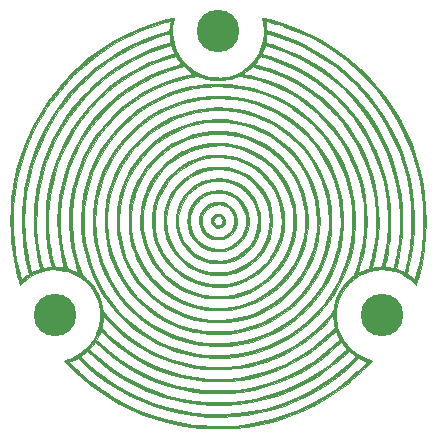
<source format=gbs>
G04 #@! TF.FileFunction,Soldermask,Bot*
%FSLAX46Y46*%
G04 Gerber Fmt 4.6, Leading zero omitted, Abs format (unit mm)*
G04 Created by KiCad (PCBNEW 4.0.4+e1-6308~48~ubuntu16.04.1-stable) date Sat Nov 26 13:58:56 2016*
%MOMM*%
%LPD*%
G01*
G04 APERTURE LIST*
%ADD10C,0.100000*%
%ADD11C,0.010000*%
%ADD12C,3.600000*%
G04 APERTURE END LIST*
D10*
D11*
G36*
X136141179Y-77863026D02*
X135999815Y-77895484D01*
X135806225Y-77944590D01*
X135574798Y-78006348D01*
X135319923Y-78076766D01*
X135055989Y-78151848D01*
X134797383Y-78227600D01*
X134558496Y-78300029D01*
X134353715Y-78365139D01*
X134299063Y-78383329D01*
X133194222Y-78800314D01*
X132112905Y-79296554D01*
X131061378Y-79868418D01*
X130045905Y-80512271D01*
X129072751Y-81224482D01*
X128313717Y-81854339D01*
X127989058Y-82150907D01*
X127635476Y-82494187D01*
X127271823Y-82864527D01*
X126916951Y-83242276D01*
X126589710Y-83607786D01*
X126308952Y-83941405D01*
X126295543Y-83958052D01*
X125547418Y-84953406D01*
X124878351Y-85978893D01*
X124287865Y-87035618D01*
X123775484Y-88124686D01*
X123340731Y-89247203D01*
X122983130Y-90404272D01*
X122702203Y-91596999D01*
X122510447Y-92731166D01*
X122474943Y-93047936D01*
X122445477Y-93432102D01*
X122422302Y-93866593D01*
X122405671Y-94334335D01*
X122395836Y-94818258D01*
X122393050Y-95301289D01*
X122397565Y-95766355D01*
X122409634Y-96196385D01*
X122429510Y-96574306D01*
X122450008Y-96816333D01*
X122580238Y-97808453D01*
X122761670Y-98792215D01*
X122988915Y-99740212D01*
X123106393Y-100153551D01*
X123199318Y-100463936D01*
X123418742Y-100258490D01*
X123865098Y-99894591D01*
X124346553Y-99602311D01*
X124855421Y-99383505D01*
X125384014Y-99240028D01*
X125924644Y-99173732D01*
X126469622Y-99186473D01*
X127011262Y-99280105D01*
X127224756Y-99340464D01*
X127773307Y-99555613D01*
X128271439Y-99837485D01*
X128715658Y-100182329D01*
X129102471Y-100586395D01*
X129428385Y-101045933D01*
X129689906Y-101557192D01*
X129883541Y-102116422D01*
X129911672Y-102224953D01*
X129955936Y-102488244D01*
X129979169Y-102832576D01*
X129982961Y-103060500D01*
X129967520Y-103484394D01*
X129914903Y-103859862D01*
X129818386Y-104217478D01*
X129671244Y-104587816D01*
X129625129Y-104687301D01*
X129432613Y-105050064D01*
X129214562Y-105371587D01*
X128951240Y-105678565D01*
X128729025Y-105899455D01*
X128322669Y-106236258D01*
X127884822Y-106504981D01*
X127396587Y-106716893D01*
X127304488Y-106749001D01*
X126897833Y-106886140D01*
X127532833Y-107515595D01*
X128442948Y-108359817D01*
X129396225Y-109131658D01*
X130390608Y-109830166D01*
X131424039Y-110454391D01*
X132494459Y-111003379D01*
X133599811Y-111476181D01*
X134738037Y-111871844D01*
X135907080Y-112189417D01*
X137104882Y-112427948D01*
X138329384Y-112586485D01*
X138539500Y-112605366D01*
X138722948Y-112616554D01*
X138972845Y-112625744D01*
X139271744Y-112632843D01*
X139602200Y-112637756D01*
X139946768Y-112640389D01*
X140288000Y-112640649D01*
X140608451Y-112638441D01*
X140890674Y-112633671D01*
X141117225Y-112626246D01*
X141227667Y-112619853D01*
X142459444Y-112485691D01*
X143665213Y-112271049D01*
X144843814Y-111976381D01*
X145994090Y-111602146D01*
X147114881Y-111148798D01*
X148205031Y-110616795D01*
X149263381Y-110006593D01*
X150288771Y-109318649D01*
X151027833Y-108758055D01*
X151166515Y-108642905D01*
X151339359Y-108492314D01*
X151537500Y-108314699D01*
X151752072Y-108118476D01*
X151974209Y-107912059D01*
X152195045Y-107703865D01*
X152405714Y-107502309D01*
X152597350Y-107315807D01*
X152761087Y-107152775D01*
X152888059Y-107021629D01*
X152911363Y-106995601D01*
X152614052Y-106995601D01*
X152434776Y-107181213D01*
X152338814Y-107276846D01*
X152196747Y-107413704D01*
X152025118Y-107576061D01*
X151840473Y-107748191D01*
X151768667Y-107814426D01*
X150833894Y-108617808D01*
X149858022Y-109347373D01*
X148842658Y-110002410D01*
X147789410Y-110582207D01*
X146699884Y-111086054D01*
X145575689Y-111513239D01*
X144418432Y-111863053D01*
X143229719Y-112134784D01*
X142011159Y-112327722D01*
X141418167Y-112391946D01*
X141158040Y-112408995D01*
X140830509Y-112419568D01*
X140452500Y-112424027D01*
X140040940Y-112422734D01*
X139612755Y-112416051D01*
X139184870Y-112404339D01*
X138774212Y-112387961D01*
X138397707Y-112367278D01*
X138072281Y-112342652D01*
X137819066Y-112315019D01*
X136635068Y-112119027D01*
X135499817Y-111858272D01*
X134404117Y-111529728D01*
X133338772Y-111130365D01*
X132294587Y-110657157D01*
X131469833Y-110224243D01*
X131171181Y-110049643D01*
X130826195Y-109834151D01*
X130453909Y-109590690D01*
X130073353Y-109332183D01*
X129703560Y-109071552D01*
X129363562Y-108821720D01*
X129078653Y-108600653D01*
X128908024Y-108459415D01*
X128713572Y-108291892D01*
X128504221Y-108106471D01*
X128288897Y-107911539D01*
X128076527Y-107715483D01*
X127876035Y-107526692D01*
X127696349Y-107353550D01*
X127546392Y-107204447D01*
X127435092Y-107087769D01*
X127371374Y-107011904D01*
X127360612Y-106986276D01*
X127406319Y-106962572D01*
X127511752Y-106915993D01*
X127657904Y-106854809D01*
X127731524Y-106824864D01*
X128082564Y-106683322D01*
X128209866Y-106800299D01*
X128291927Y-106876049D01*
X128417982Y-106992811D01*
X128570048Y-107133916D01*
X128711842Y-107265672D01*
X129589328Y-108024801D01*
X130511888Y-108714321D01*
X131475273Y-109333441D01*
X132475232Y-109881369D01*
X133507517Y-110357312D01*
X134567877Y-110760478D01*
X135652063Y-111090075D01*
X136755826Y-111345310D01*
X137874914Y-111525393D01*
X139005080Y-111629529D01*
X140142073Y-111656927D01*
X141281643Y-111606795D01*
X142419541Y-111478341D01*
X143551517Y-111270772D01*
X144673322Y-110983296D01*
X145780706Y-110615121D01*
X146074833Y-110502501D01*
X147098329Y-110056093D01*
X148102341Y-109532499D01*
X149075808Y-108938778D01*
X150007671Y-108281991D01*
X150886867Y-107569196D01*
X151397594Y-107105153D01*
X151852020Y-106673533D01*
X152614052Y-106995601D01*
X152911363Y-106995601D01*
X152969400Y-106930783D01*
X152996333Y-106889532D01*
X152958857Y-106863022D01*
X152859703Y-106821949D01*
X152718784Y-106774365D01*
X152689417Y-106765398D01*
X152213198Y-106581700D01*
X152137002Y-106539501D01*
X151635736Y-106539501D01*
X151268285Y-106899971D01*
X150476374Y-107620110D01*
X149620101Y-108292113D01*
X148708047Y-108910830D01*
X147748792Y-109471112D01*
X146750918Y-109967808D01*
X145723004Y-110395768D01*
X145048959Y-110632642D01*
X143920384Y-110958396D01*
X142785276Y-111201944D01*
X141647218Y-111362807D01*
X140509796Y-111440511D01*
X139376597Y-111434579D01*
X139111000Y-111420979D01*
X137909868Y-111308717D01*
X136740175Y-111117886D01*
X135601197Y-110848234D01*
X134492209Y-110499512D01*
X133412487Y-110071470D01*
X132361308Y-109563857D01*
X131337946Y-108976424D01*
X130570646Y-108471074D01*
X130358242Y-108318195D01*
X130122527Y-108140106D01*
X129871888Y-107943971D01*
X129614718Y-107736957D01*
X129359406Y-107526228D01*
X129114342Y-107318950D01*
X128887917Y-107122287D01*
X128688521Y-106943405D01*
X128524544Y-106789469D01*
X128404376Y-106667644D01*
X128336408Y-106585095D01*
X128324785Y-106553139D01*
X128362034Y-106514531D01*
X128450626Y-106439138D01*
X128574044Y-106340806D01*
X128624557Y-106301893D01*
X128911947Y-106082465D01*
X129301890Y-106450128D01*
X130120129Y-107165459D01*
X130998697Y-107827660D01*
X131927613Y-108430772D01*
X132896897Y-108968835D01*
X133896568Y-109435887D01*
X134916645Y-109825970D01*
X135004667Y-109855618D01*
X136097922Y-110176152D01*
X137204402Y-110414990D01*
X138319539Y-110572730D01*
X139438767Y-110649972D01*
X140557519Y-110647312D01*
X141671227Y-110565350D01*
X142775325Y-110404685D01*
X143865246Y-110165913D01*
X144936422Y-109849635D01*
X145984287Y-109456448D01*
X147004274Y-108986950D01*
X147991816Y-108441741D01*
X148566725Y-108078617D01*
X148955063Y-107814984D01*
X149310972Y-107559043D01*
X149653182Y-107296024D01*
X150000422Y-107011154D01*
X150371425Y-106689662D01*
X150683944Y-106408891D01*
X151051913Y-106074283D01*
X151166873Y-106181239D01*
X151273346Y-106272229D01*
X151406399Y-106375695D01*
X151458785Y-106413848D01*
X151635736Y-106539501D01*
X152137002Y-106539501D01*
X151750838Y-106325635D01*
X151319108Y-106009455D01*
X151223137Y-105918549D01*
X150837334Y-105918549D01*
X150805928Y-105968184D01*
X150718097Y-106062396D01*
X150583419Y-106192733D01*
X150411474Y-106350746D01*
X150211841Y-106527985D01*
X149994098Y-106715997D01*
X149767826Y-106906334D01*
X149542602Y-107090545D01*
X149328006Y-107260179D01*
X149240808Y-107326972D01*
X148305477Y-107982959D01*
X147331731Y-108563681D01*
X146320916Y-109068623D01*
X145274378Y-109497270D01*
X144193462Y-109849105D01*
X143079514Y-110123615D01*
X141933880Y-110320283D01*
X141206500Y-110403062D01*
X140932416Y-110420603D01*
X140592866Y-110430184D01*
X140206632Y-110432276D01*
X139792494Y-110427350D01*
X139369232Y-110415880D01*
X138955626Y-110398335D01*
X138570458Y-110375189D01*
X138232508Y-110346913D01*
X138025290Y-110323153D01*
X136882792Y-110129055D01*
X135769676Y-109856232D01*
X134688324Y-109505814D01*
X133641116Y-109078929D01*
X132630436Y-108576705D01*
X131658665Y-108000270D01*
X130728186Y-107350753D01*
X129841380Y-106629281D01*
X129421400Y-106247850D01*
X129074732Y-105921534D01*
X129315684Y-105626593D01*
X129556635Y-105331652D01*
X130026401Y-105758776D01*
X130904644Y-106503551D01*
X131814925Y-107169998D01*
X132757115Y-107758059D01*
X133731087Y-108267679D01*
X134736713Y-108698799D01*
X135773866Y-109051363D01*
X136842418Y-109325315D01*
X137942241Y-109520596D01*
X138655585Y-109603622D01*
X138920587Y-109621338D01*
X139249231Y-109632276D01*
X139623689Y-109636790D01*
X140026131Y-109635231D01*
X140438731Y-109627950D01*
X140843660Y-109615300D01*
X141223090Y-109597634D01*
X141559193Y-109575302D01*
X141834142Y-109548657D01*
X141905000Y-109539460D01*
X142996530Y-109345189D01*
X144064138Y-109073720D01*
X145102991Y-108727357D01*
X146108258Y-108308404D01*
X147075106Y-107819165D01*
X147998703Y-107261945D01*
X148874217Y-106639047D01*
X149696817Y-105952775D01*
X149981561Y-105688265D01*
X150382829Y-105304651D01*
X150451331Y-105407841D01*
X150516983Y-105498642D01*
X150612048Y-105621055D01*
X150678583Y-105703156D01*
X150763615Y-105809708D01*
X150821227Y-105888874D01*
X150837334Y-105918549D01*
X151223137Y-105918549D01*
X150934778Y-105645410D01*
X150620274Y-105253995D01*
X150542566Y-105126259D01*
X150263928Y-105126259D01*
X150010881Y-105356580D01*
X149462570Y-105844288D01*
X148951467Y-106273554D01*
X148464151Y-106653797D01*
X147987205Y-106994440D01*
X147507210Y-107304902D01*
X147010748Y-107594607D01*
X146484401Y-107872974D01*
X146286500Y-107971497D01*
X145401495Y-108371996D01*
X144511687Y-108705496D01*
X143602857Y-108975956D01*
X142660785Y-109187335D01*
X141671249Y-109343590D01*
X141143000Y-109403403D01*
X140995447Y-109412723D01*
X140780119Y-109419294D01*
X140513859Y-109423219D01*
X140213509Y-109424602D01*
X139895914Y-109423546D01*
X139577915Y-109420155D01*
X139276357Y-109414534D01*
X139008082Y-109406785D01*
X138789934Y-109397013D01*
X138666500Y-109388154D01*
X137575107Y-109244255D01*
X136503406Y-109019036D01*
X135455608Y-108714413D01*
X134435924Y-108332300D01*
X133448566Y-107874614D01*
X132497745Y-107343268D01*
X131587673Y-106740180D01*
X130722561Y-106067263D01*
X130059415Y-105473988D01*
X129677931Y-105110957D01*
X129854216Y-104735164D01*
X130030500Y-104359370D01*
X130538500Y-104855727D01*
X131313427Y-105554620D01*
X132136009Y-106185848D01*
X133001494Y-106748242D01*
X133905127Y-107240632D01*
X134842155Y-107661850D01*
X135807825Y-108010725D01*
X136797382Y-108286090D01*
X137806073Y-108486775D01*
X138829145Y-108611611D01*
X139861844Y-108659429D01*
X140899416Y-108629059D01*
X141937108Y-108519332D01*
X142970166Y-108329079D01*
X143795912Y-108116416D01*
X144785365Y-107784498D01*
X145750807Y-107373232D01*
X146686568Y-106885929D01*
X147586977Y-106325899D01*
X148446362Y-105696450D01*
X149259054Y-105000892D01*
X149462117Y-104809520D01*
X149625634Y-104655591D01*
X149765717Y-104529956D01*
X149872324Y-104441116D01*
X149935411Y-104397572D01*
X149948333Y-104397919D01*
X149965458Y-104459624D01*
X150011158Y-104576298D01*
X150076923Y-104726793D01*
X150106131Y-104789999D01*
X150263928Y-105126259D01*
X150542566Y-105126259D01*
X150506259Y-105066578D01*
X150381355Y-104826302D01*
X150258515Y-104561550D01*
X150150689Y-104300704D01*
X150080190Y-104098932D01*
X149849580Y-104098932D01*
X149295707Y-104638764D01*
X148607157Y-105270049D01*
X147905052Y-105831623D01*
X147171499Y-106335973D01*
X146388604Y-106795586D01*
X145706452Y-107143435D01*
X144752821Y-107555493D01*
X143770553Y-107891399D01*
X142766814Y-108149779D01*
X141748770Y-108329260D01*
X140723585Y-108428469D01*
X139698425Y-108446033D01*
X139068667Y-108415516D01*
X137987480Y-108294740D01*
X136936193Y-108094805D01*
X135915738Y-107816103D01*
X134927050Y-107459027D01*
X133971060Y-107023968D01*
X133048701Y-106511319D01*
X132160906Y-105921472D01*
X131308608Y-105254819D01*
X131077171Y-105055080D01*
X130880047Y-104878087D01*
X130683198Y-104695640D01*
X130505813Y-104525895D01*
X130367080Y-104387009D01*
X130332533Y-104350484D01*
X130213302Y-104218052D01*
X130143683Y-104126645D01*
X130113480Y-104057357D01*
X130112501Y-103991279D01*
X130119407Y-103955196D01*
X130138520Y-103851960D01*
X130163065Y-103693702D01*
X130188617Y-103509494D01*
X130196182Y-103450626D01*
X130242969Y-103078752D01*
X130411452Y-103281293D01*
X130962298Y-103888911D01*
X131584693Y-104476891D01*
X132266086Y-105035400D01*
X132993929Y-105554608D01*
X133755674Y-106024682D01*
X134264332Y-106299885D01*
X135150548Y-106711889D01*
X136047832Y-107045969D01*
X136964393Y-107304164D01*
X137908440Y-107488511D01*
X138888183Y-107601048D01*
X139661333Y-107639795D01*
X140633513Y-107631554D01*
X141565169Y-107557215D01*
X142471670Y-107414274D01*
X143368386Y-107200228D01*
X144270687Y-106912573D01*
X144388830Y-106869776D01*
X144903855Y-106660596D01*
X145455271Y-106400580D01*
X146022418Y-106101447D01*
X146584634Y-105774919D01*
X147121259Y-105432716D01*
X147611631Y-105086558D01*
X147831667Y-104916736D01*
X148038008Y-104743632D01*
X148283609Y-104524310D01*
X148551088Y-104275482D01*
X148823064Y-104013860D01*
X149082156Y-103756158D01*
X149310983Y-103519086D01*
X149488151Y-103323996D01*
X149736667Y-103037159D01*
X149737549Y-103302829D01*
X149747976Y-103501256D01*
X149773691Y-103718691D01*
X149794006Y-103833716D01*
X149849580Y-104098932D01*
X150080190Y-104098932D01*
X150070830Y-104072146D01*
X150053966Y-104013000D01*
X150003431Y-103752757D01*
X149970636Y-103438592D01*
X149956328Y-103099525D01*
X149961258Y-102764578D01*
X149986174Y-102462772D01*
X150010129Y-102314094D01*
X150162165Y-101769047D01*
X150388357Y-101258035D01*
X150682838Y-100787437D01*
X151039742Y-100363633D01*
X151453203Y-99993001D01*
X151917353Y-99681920D01*
X152426326Y-99436770D01*
X152763500Y-99320189D01*
X153295664Y-99205531D01*
X153837661Y-99170386D01*
X154379023Y-99212300D01*
X154909280Y-99328820D01*
X155417965Y-99517490D01*
X155894610Y-99775859D01*
X156328746Y-100101470D01*
X156410208Y-100175058D01*
X156720867Y-100464616D01*
X156767136Y-100344391D01*
X156796076Y-100257691D01*
X156840954Y-100109736D01*
X156895708Y-99921028D01*
X156954273Y-99712070D01*
X156955955Y-99705957D01*
X157219300Y-98595813D01*
X157409071Y-97453121D01*
X157524801Y-96288044D01*
X157563028Y-95196103D01*
X157337662Y-95196103D01*
X157331970Y-95664812D01*
X157319054Y-96110467D01*
X157298912Y-96515169D01*
X157271546Y-96861014D01*
X157257743Y-96985666D01*
X157198181Y-97419995D01*
X157124451Y-97879014D01*
X157040217Y-98344447D01*
X156949142Y-98798014D01*
X156854889Y-99221439D01*
X156761122Y-99596444D01*
X156674618Y-99895013D01*
X156631140Y-100031527D01*
X156359697Y-99823478D01*
X156224284Y-99721180D01*
X156109454Y-99637116D01*
X156035979Y-99586428D01*
X156027198Y-99581131D01*
X156003968Y-99555428D01*
X155996723Y-99503683D01*
X156007074Y-99412229D01*
X156036631Y-99267399D01*
X156087006Y-99055527D01*
X156091107Y-99038833D01*
X156313469Y-97972189D01*
X156466182Y-96871146D01*
X156548531Y-95750462D01*
X156556570Y-94947598D01*
X156346163Y-94947598D01*
X156338072Y-95629368D01*
X156307193Y-96287858D01*
X156253517Y-96897382D01*
X156235250Y-97049166D01*
X156191486Y-97363790D01*
X156140144Y-97688539D01*
X156083492Y-98012895D01*
X156023798Y-98326343D01*
X155963330Y-98618364D01*
X155904354Y-98878440D01*
X155849138Y-99096054D01*
X155799949Y-99260690D01*
X155759056Y-99361829D01*
X155730648Y-99389739D01*
X155671571Y-99369198D01*
X155556061Y-99325892D01*
X155406408Y-99268215D01*
X155366280Y-99252537D01*
X155048061Y-99127864D01*
X155186304Y-98511848D01*
X155395829Y-97389049D01*
X155523443Y-96257876D01*
X155569607Y-95123660D01*
X155553626Y-94604176D01*
X155350500Y-94604176D01*
X155341705Y-95727768D01*
X155249670Y-96850994D01*
X155174014Y-97399485D01*
X155133658Y-97641785D01*
X155086022Y-97903229D01*
X155034279Y-98168856D01*
X154981604Y-98423701D01*
X154931168Y-98652802D01*
X154886147Y-98841194D01*
X154849714Y-98973916D01*
X154827778Y-99031937D01*
X154776224Y-99049829D01*
X154716639Y-99041376D01*
X154628533Y-99024157D01*
X154487911Y-99004883D01*
X154340417Y-98989215D01*
X154197460Y-98973704D01*
X154094979Y-98957963D01*
X154054690Y-98945344D01*
X154054667Y-98945115D01*
X154064406Y-98899068D01*
X154090651Y-98789391D01*
X154128938Y-98634482D01*
X154158400Y-98517338D01*
X154238334Y-98171069D01*
X154319601Y-97762713D01*
X154398089Y-97314673D01*
X154469685Y-96849353D01*
X154486202Y-96731666D01*
X154507717Y-96516664D01*
X154524102Y-96232783D01*
X154535448Y-95895651D01*
X154541849Y-95520896D01*
X154543396Y-95124144D01*
X154543078Y-95084139D01*
X154332739Y-95084139D01*
X154329182Y-95510856D01*
X154319128Y-95918825D01*
X154302575Y-96291158D01*
X154279520Y-96610971D01*
X154253569Y-96837500D01*
X154181004Y-97303876D01*
X154104286Y-97729634D01*
X154015081Y-98158721D01*
X153943026Y-98474864D01*
X153837074Y-98926895D01*
X153554287Y-98953658D01*
X153399892Y-98969372D01*
X153274117Y-98984154D01*
X153208000Y-98994133D01*
X153080107Y-99013840D01*
X153019332Y-98998982D01*
X153013902Y-98945721D01*
X153017771Y-98932146D01*
X153038576Y-98858442D01*
X153074690Y-98722505D01*
X153120891Y-98544244D01*
X153168073Y-98358970D01*
X153381941Y-97341653D01*
X153515688Y-96306957D01*
X153569844Y-95262347D01*
X153565523Y-95080666D01*
X153346798Y-95080666D01*
X153336645Y-95681282D01*
X153305764Y-96228765D01*
X153251221Y-96752757D01*
X153170082Y-97282902D01*
X153084667Y-97728369D01*
X153038056Y-97943843D01*
X152984212Y-98175991D01*
X152927054Y-98409775D01*
X152870499Y-98630158D01*
X152818466Y-98822103D01*
X152774873Y-98970572D01*
X152743638Y-99060528D01*
X152732443Y-99080169D01*
X152690227Y-99097066D01*
X152588155Y-99135314D01*
X152446011Y-99187525D01*
X152403667Y-99202935D01*
X152229076Y-99269825D01*
X152065557Y-99338374D01*
X151946031Y-99394719D01*
X151938000Y-99399020D01*
X151843970Y-99450211D01*
X151790416Y-99479242D01*
X151786053Y-99481558D01*
X151797073Y-99444728D01*
X151829870Y-99343129D01*
X151879383Y-99192290D01*
X151940546Y-99007741D01*
X151940765Y-99007083D01*
X152215624Y-98048636D01*
X152412267Y-97064446D01*
X152530289Y-96062152D01*
X152567715Y-95090069D01*
X152338621Y-95090069D01*
X152338606Y-95101833D01*
X152336531Y-95467527D01*
X152330765Y-95768418D01*
X152320130Y-96024334D01*
X152303452Y-96255101D01*
X152279552Y-96480545D01*
X152247256Y-96720494D01*
X152239383Y-96774000D01*
X152144134Y-97320553D01*
X152019133Y-97894520D01*
X151872490Y-98462908D01*
X151712314Y-98992722D01*
X151646898Y-99184683D01*
X151566383Y-99403742D01*
X151500913Y-99557826D01*
X151441882Y-99663255D01*
X151380687Y-99736349D01*
X151336338Y-99773753D01*
X151151666Y-99929624D01*
X150943105Y-100132879D01*
X150732656Y-100359752D01*
X150542319Y-100586475D01*
X150394094Y-100789279D01*
X150388767Y-100797462D01*
X150115406Y-101293650D01*
X149906264Y-101831835D01*
X149769347Y-102390701D01*
X149753415Y-102489000D01*
X149719186Y-102608815D01*
X149646548Y-102749603D01*
X149530597Y-102917663D01*
X149366428Y-103119295D01*
X149149136Y-103360798D01*
X148873815Y-103648473D01*
X148763000Y-103761068D01*
X148024161Y-104449170D01*
X147235720Y-105072857D01*
X146403156Y-105629439D01*
X145531951Y-106116229D01*
X144627583Y-106530537D01*
X143695534Y-106869675D01*
X142741284Y-107130954D01*
X141770312Y-107311686D01*
X141439333Y-107354084D01*
X141247989Y-107376127D01*
X141074914Y-107396663D01*
X140946844Y-107412498D01*
X140910167Y-107417355D01*
X140832770Y-107421746D01*
X140684295Y-107424516D01*
X140478314Y-107425628D01*
X140228402Y-107425046D01*
X139948130Y-107422733D01*
X139767167Y-107420444D01*
X139354071Y-107411972D01*
X139006983Y-107398715D01*
X138707320Y-107379467D01*
X138436499Y-107353018D01*
X138175936Y-107318161D01*
X138162446Y-107316115D01*
X137156814Y-107120791D01*
X136176919Y-106846403D01*
X135227113Y-106495098D01*
X134311747Y-106069025D01*
X133435172Y-105570332D01*
X132601739Y-105001166D01*
X131815798Y-104363675D01*
X131396366Y-103976018D01*
X131078864Y-103661175D01*
X130802280Y-103371875D01*
X130570886Y-103113242D01*
X130388954Y-102890404D01*
X130260755Y-102708486D01*
X130190559Y-102572614D01*
X130178041Y-102513792D01*
X130154655Y-102291249D01*
X130091411Y-102019935D01*
X129995932Y-101721181D01*
X129875844Y-101416315D01*
X129738770Y-101126665D01*
X129592334Y-100873562D01*
X129590990Y-100871504D01*
X129349602Y-100530466D01*
X129096720Y-100235913D01*
X128801082Y-99952001D01*
X128749726Y-99906908D01*
X128609997Y-99781088D01*
X128514261Y-99677285D01*
X128443788Y-99567980D01*
X128379845Y-99425651D01*
X128326569Y-99285198D01*
X128023094Y-98339380D01*
X127798588Y-97369417D01*
X127653267Y-96382251D01*
X127587346Y-95384822D01*
X127601042Y-94384071D01*
X127694569Y-93386939D01*
X127868143Y-92400367D01*
X128086341Y-91549586D01*
X128411692Y-90595810D01*
X128810939Y-89679199D01*
X129280322Y-88803183D01*
X129816085Y-87971190D01*
X130414468Y-87186645D01*
X131071713Y-86452978D01*
X131784062Y-85773615D01*
X132547757Y-85151985D01*
X133359038Y-84591515D01*
X134214149Y-84095633D01*
X135109330Y-83667766D01*
X136040823Y-83311342D01*
X137004870Y-83029788D01*
X137565521Y-82904512D01*
X137810393Y-82857578D01*
X137989167Y-82828530D01*
X138118155Y-82815848D01*
X138213671Y-82818012D01*
X138292031Y-82833504D01*
X138300618Y-82836053D01*
X138413067Y-82870844D01*
X138576189Y-82921834D01*
X138759954Y-82979626D01*
X138814667Y-82996901D01*
X138987978Y-83047049D01*
X139152800Y-83082384D01*
X139333767Y-83106374D01*
X139555512Y-83122488D01*
X139772921Y-83131832D01*
X140130615Y-83137917D01*
X140432758Y-83125719D01*
X140707205Y-83091532D01*
X140981809Y-83031646D01*
X141284422Y-82942355D01*
X141345021Y-82922541D01*
X141529187Y-82863072D01*
X141661168Y-82827936D01*
X141768908Y-82814121D01*
X141880349Y-82818613D01*
X142023435Y-82838401D01*
X142064687Y-82844947D01*
X142717567Y-82974651D01*
X143405214Y-83157800D01*
X144104266Y-83386279D01*
X144791364Y-83651971D01*
X145443148Y-83946762D01*
X145863167Y-84164591D01*
X146748680Y-84699352D01*
X147579054Y-85296741D01*
X148351868Y-85953186D01*
X149064701Y-86665113D01*
X149715131Y-87428951D01*
X150300738Y-88241127D01*
X150819100Y-89098067D01*
X151267797Y-89996199D01*
X151644407Y-90931951D01*
X151946509Y-91901749D01*
X152171682Y-92902020D01*
X152285093Y-93641333D01*
X152302881Y-93834046D01*
X152317789Y-94093337D01*
X152329157Y-94401144D01*
X152336321Y-94739408D01*
X152338621Y-95090069D01*
X152567715Y-95090069D01*
X152569281Y-95049395D01*
X152528836Y-94033813D01*
X152408547Y-93023047D01*
X152293085Y-92399270D01*
X152044313Y-91422594D01*
X151718608Y-90475937D01*
X151319552Y-89563122D01*
X150850725Y-88687972D01*
X150315707Y-87854310D01*
X149718079Y-87065961D01*
X149061420Y-86326747D01*
X148349313Y-85640493D01*
X147585335Y-85011020D01*
X146773070Y-84442154D01*
X145916096Y-83937716D01*
X145017994Y-83501531D01*
X144082344Y-83137422D01*
X143429000Y-82933656D01*
X143174779Y-82865190D01*
X142905106Y-82797676D01*
X142652173Y-82738895D01*
X142448232Y-82696637D01*
X142038964Y-82620451D01*
X142321232Y-82416666D01*
X142476021Y-82303285D01*
X142623621Y-82192420D01*
X142735027Y-82105895D01*
X142745471Y-82097465D01*
X142887442Y-81982048D01*
X143274638Y-82079875D01*
X144223605Y-82361189D01*
X145164059Y-82721663D01*
X146085013Y-83155827D01*
X146975480Y-83658208D01*
X147824472Y-84223338D01*
X148297333Y-84580701D01*
X148535636Y-84780031D01*
X148812596Y-85029137D01*
X149113351Y-85313161D01*
X149423036Y-85617245D01*
X149726788Y-85926530D01*
X150009743Y-86226159D01*
X150257039Y-86501272D01*
X150451545Y-86734143D01*
X151071522Y-87584772D01*
X151622834Y-88479231D01*
X152102621Y-89411131D01*
X152508024Y-90374084D01*
X152836182Y-91361700D01*
X153084237Y-92367591D01*
X153163962Y-92794666D01*
X153231995Y-93225397D01*
X153282002Y-93615278D01*
X153316182Y-93991805D01*
X153336733Y-94382478D01*
X153345856Y-94814794D01*
X153346798Y-95080666D01*
X153565523Y-95080666D01*
X153544940Y-94215282D01*
X153441503Y-93173227D01*
X153260063Y-92143642D01*
X153001151Y-91133990D01*
X152665296Y-90151733D01*
X152568529Y-89909275D01*
X152120544Y-88928644D01*
X151603293Y-87994981D01*
X151019727Y-87111054D01*
X150372797Y-86279634D01*
X149665452Y-85503492D01*
X148900643Y-84785397D01*
X148081321Y-84128120D01*
X147210434Y-83534430D01*
X146290934Y-83007097D01*
X145325771Y-82548893D01*
X144318000Y-82162621D01*
X144086017Y-82086491D01*
X143842702Y-82011117D01*
X143621392Y-81946615D01*
X143492500Y-81912110D01*
X143328838Y-81870449D01*
X143194295Y-81835183D01*
X143112159Y-81812448D01*
X143101771Y-81809179D01*
X143099398Y-81768567D01*
X143149895Y-81671993D01*
X143249444Y-81526384D01*
X143281687Y-81482946D01*
X143383964Y-81343614D01*
X143463214Y-81229224D01*
X143507891Y-81156752D01*
X143513667Y-81141816D01*
X143523402Y-81127661D01*
X143558866Y-81125993D01*
X143629443Y-81139272D01*
X143744520Y-81169958D01*
X143913483Y-81220510D01*
X144145717Y-81293388D01*
X144388622Y-81371108D01*
X145415201Y-81745066D01*
X146404273Y-82193546D01*
X147352450Y-82713581D01*
X148256346Y-83302205D01*
X149112571Y-83956452D01*
X149917739Y-84673356D01*
X150668462Y-85449950D01*
X151361351Y-86283268D01*
X151993020Y-87170344D01*
X152560081Y-88108213D01*
X152954444Y-88871197D01*
X153364098Y-89809368D01*
X153704405Y-90776271D01*
X153978046Y-91780969D01*
X154187704Y-92832529D01*
X154253134Y-93260333D01*
X154282033Y-93527503D01*
X154304445Y-93860354D01*
X154320368Y-94242002D01*
X154329800Y-94655558D01*
X154332739Y-95084139D01*
X154543078Y-95084139D01*
X154540183Y-94721023D01*
X154532302Y-94327160D01*
X154519844Y-93958182D01*
X154502904Y-93629716D01*
X154481572Y-93357390D01*
X154465411Y-93218000D01*
X154279685Y-92130744D01*
X154030159Y-91093468D01*
X153713650Y-90097040D01*
X153326972Y-89132327D01*
X152866941Y-88190197D01*
X152465199Y-87481833D01*
X151892486Y-86608769D01*
X151246026Y-85769053D01*
X150532644Y-84970016D01*
X149759164Y-84218990D01*
X148932409Y-83523307D01*
X148432147Y-83148757D01*
X147684015Y-82651606D01*
X146882128Y-82190247D01*
X146047338Y-81774954D01*
X145200499Y-81415997D01*
X144362465Y-81123651D01*
X144254500Y-81090849D01*
X144056578Y-81031590D01*
X143886554Y-80980309D01*
X143761790Y-80942269D01*
X143699652Y-80922733D01*
X143698149Y-80922213D01*
X143686899Y-80874220D01*
X143717125Y-80753483D01*
X143788435Y-80561322D01*
X143852847Y-80404758D01*
X143906377Y-80280511D01*
X143940628Y-80207830D01*
X143947163Y-80197392D01*
X143994908Y-80201160D01*
X144109147Y-80229967D01*
X144276959Y-80279497D01*
X144485424Y-80345436D01*
X144721621Y-80423466D01*
X144972630Y-80509272D01*
X145225528Y-80598537D01*
X145467397Y-80686946D01*
X145685315Y-80770183D01*
X145801810Y-80816921D01*
X146832894Y-81286096D01*
X147822425Y-81827698D01*
X148766971Y-82438551D01*
X149663098Y-83115480D01*
X150507373Y-83855312D01*
X151296362Y-84654873D01*
X152026633Y-85510987D01*
X152694753Y-86420481D01*
X153297288Y-87380179D01*
X153696901Y-88116833D01*
X154171920Y-89144412D01*
X154568163Y-90199684D01*
X154884886Y-91277973D01*
X155121347Y-92374602D01*
X155276799Y-93484895D01*
X155350500Y-94604176D01*
X155553626Y-94604176D01*
X155534784Y-93991732D01*
X155419435Y-92867423D01*
X155224021Y-91756063D01*
X154949006Y-90662984D01*
X154594850Y-89593515D01*
X154363023Y-89009041D01*
X153882676Y-87975487D01*
X153331766Y-86985708D01*
X152713713Y-86042789D01*
X152031934Y-85149814D01*
X151289847Y-84309869D01*
X150490873Y-83526036D01*
X149638427Y-82801403D01*
X148735931Y-82139051D01*
X147786800Y-81542068D01*
X146794455Y-81013536D01*
X145762313Y-80556540D01*
X144693792Y-80174166D01*
X144508192Y-80116629D01*
X144315198Y-80057480D01*
X144154234Y-80006918D01*
X144041197Y-79970023D01*
X143991984Y-79951879D01*
X143991242Y-79951352D01*
X143991604Y-79906585D01*
X144005639Y-79804523D01*
X144021463Y-79714740D01*
X144046473Y-79555470D01*
X144061766Y-79405280D01*
X144064000Y-79348055D01*
X144076869Y-79251061D01*
X144108816Y-79206178D01*
X144113102Y-79205666D01*
X144192223Y-79219206D01*
X144336533Y-79256749D01*
X144531535Y-79313678D01*
X144762736Y-79385378D01*
X145015640Y-79467232D01*
X145275753Y-79554625D01*
X145528580Y-79642940D01*
X145759625Y-79727562D01*
X145799667Y-79742766D01*
X146875972Y-80198635D01*
X147908483Y-80725157D01*
X148894587Y-81319006D01*
X149831671Y-81976858D01*
X150717123Y-82695388D01*
X151548331Y-83471273D01*
X152322680Y-84301187D01*
X153037559Y-85181805D01*
X153690354Y-86109804D01*
X154278454Y-87081859D01*
X154799244Y-88094644D01*
X155250113Y-89144837D01*
X155628447Y-90229111D01*
X155931635Y-91344143D01*
X156157062Y-92486608D01*
X156233802Y-93019455D01*
X156294019Y-93616956D01*
X156331476Y-94268232D01*
X156346163Y-94947598D01*
X156556570Y-94947598D01*
X156559802Y-94624894D01*
X156499281Y-93509202D01*
X156400524Y-92646500D01*
X156194474Y-91497953D01*
X155906827Y-90369480D01*
X155538924Y-89264125D01*
X155092104Y-88184931D01*
X154567707Y-87134944D01*
X153967072Y-86117205D01*
X153291541Y-85134761D01*
X152832867Y-84541212D01*
X152636277Y-84308544D01*
X152391311Y-84035580D01*
X152113168Y-83737940D01*
X151817048Y-83431242D01*
X151518150Y-83131107D01*
X151231673Y-82853154D01*
X150972817Y-82613003D01*
X150856869Y-82510577D01*
X149928558Y-81763912D01*
X148953417Y-81087325D01*
X147934306Y-80482340D01*
X146874084Y-79950485D01*
X145775611Y-79493284D01*
X144641749Y-79112264D01*
X144307417Y-79016429D01*
X144172341Y-78976911D01*
X144099630Y-78941468D01*
X144069967Y-78891888D01*
X144064038Y-78809959D01*
X144064000Y-78786928D01*
X144055643Y-78646499D01*
X144034474Y-78476682D01*
X144021463Y-78400259D01*
X144000823Y-78272612D01*
X143993089Y-78183463D01*
X143996586Y-78158302D01*
X144045767Y-78159718D01*
X144162550Y-78183690D01*
X144334027Y-78226579D01*
X144547287Y-78284746D01*
X144789422Y-78354549D01*
X145047522Y-78432350D01*
X145308677Y-78514507D01*
X145559979Y-78597382D01*
X145589887Y-78607553D01*
X146713059Y-79035048D01*
X147797043Y-79536065D01*
X148838845Y-80107584D01*
X149835470Y-80746584D01*
X150783924Y-81450048D01*
X151681213Y-82214954D01*
X152524341Y-83038283D01*
X153310315Y-83917017D01*
X154036141Y-84848134D01*
X154698823Y-85828617D01*
X155295368Y-86855444D01*
X155822780Y-87925598D01*
X156278066Y-89036057D01*
X156468381Y-89577333D01*
X156737805Y-90460159D01*
X156957592Y-91348015D01*
X157133320Y-92266029D01*
X157257743Y-93133333D01*
X157288177Y-93448778D01*
X157311386Y-93830680D01*
X157327369Y-94261136D01*
X157336128Y-94722244D01*
X157337662Y-95196103D01*
X157563028Y-95196103D01*
X157566017Y-95110751D01*
X157532250Y-93931405D01*
X157423029Y-92760173D01*
X157311942Y-92011500D01*
X157070268Y-90843736D01*
X156750135Y-89702851D01*
X156354388Y-88592106D01*
X155885876Y-87514760D01*
X155347444Y-86474076D01*
X154741939Y-85473313D01*
X154072207Y-84515734D01*
X153341096Y-83604597D01*
X152551451Y-82743166D01*
X151706120Y-81934700D01*
X150807948Y-81182461D01*
X149859783Y-80489709D01*
X148864471Y-79859705D01*
X147824859Y-79295710D01*
X146743792Y-78800985D01*
X145624119Y-78378791D01*
X145325938Y-78280956D01*
X145089368Y-78208139D01*
X144835923Y-78134283D01*
X144578937Y-78062811D01*
X144331746Y-77997144D01*
X144107684Y-77940706D01*
X143920087Y-77896918D01*
X143782289Y-77869203D01*
X143707625Y-77860984D01*
X143698858Y-77863364D01*
X143698141Y-77911951D01*
X143717335Y-78017170D01*
X143745929Y-78132202D01*
X143797621Y-78390529D01*
X143830540Y-78701937D01*
X143843859Y-79036762D01*
X143836749Y-79365340D01*
X143808381Y-79658008D01*
X143791286Y-79756460D01*
X143635610Y-80321115D01*
X143408316Y-80844452D01*
X143114187Y-81321647D01*
X142758004Y-81747874D01*
X142344548Y-82118308D01*
X141878601Y-82428124D01*
X141364944Y-82672497D01*
X140808359Y-82846601D01*
X140706316Y-82869609D01*
X140440076Y-82908417D01*
X140123545Y-82926839D01*
X139788578Y-82924999D01*
X139467029Y-82903016D01*
X139204465Y-82863888D01*
X138700155Y-82728419D01*
X138415290Y-82608496D01*
X137898313Y-82608496D01*
X137435740Y-82705113D01*
X136422861Y-82958906D01*
X135443960Y-83289417D01*
X134501885Y-83695073D01*
X133599486Y-84174302D01*
X132739614Y-84725531D01*
X131925116Y-85347189D01*
X131158843Y-86037702D01*
X130871870Y-86327214D01*
X130198110Y-87089087D01*
X129587065Y-87904440D01*
X129042675Y-88766441D01*
X128568883Y-89668259D01*
X128169632Y-90603063D01*
X127848864Y-91564022D01*
X127848006Y-91567000D01*
X127624917Y-92483197D01*
X127471076Y-93434922D01*
X127387277Y-94407876D01*
X127374315Y-95387760D01*
X127432987Y-96360274D01*
X127537213Y-97155000D01*
X127612183Y-97554039D01*
X127709319Y-97987647D01*
X127821821Y-98429987D01*
X127942889Y-98855217D01*
X128065725Y-99237498D01*
X128136930Y-99434151D01*
X128116768Y-99449738D01*
X128033753Y-99423385D01*
X127930379Y-99374960D01*
X127755263Y-99292843D01*
X127556531Y-99209297D01*
X127448167Y-99168116D01*
X127194167Y-99077114D01*
X127078462Y-98676974D01*
X126969356Y-98262543D01*
X126863986Y-97792388D01*
X126768298Y-97295423D01*
X126688239Y-96800560D01*
X126678416Y-96731666D01*
X126647797Y-96448252D01*
X126624683Y-96101164D01*
X126609073Y-95708502D01*
X126600965Y-95288364D01*
X126600356Y-94858851D01*
X126607244Y-94438060D01*
X126621625Y-94044092D01*
X126643499Y-93695044D01*
X126672863Y-93409017D01*
X126678863Y-93366166D01*
X126811445Y-92577476D01*
X126969361Y-91850090D01*
X127158032Y-91163019D01*
X127382880Y-90495275D01*
X127499024Y-90191166D01*
X127918840Y-89230385D01*
X128396368Y-88327975D01*
X128936994Y-87475749D01*
X129546105Y-86665518D01*
X130229087Y-85889092D01*
X130535027Y-85575324D01*
X131311768Y-84857504D01*
X132130041Y-84211733D01*
X132995172Y-83634355D01*
X133912487Y-83121712D01*
X134560167Y-82812085D01*
X134834650Y-82696150D01*
X135159223Y-82570352D01*
X135512152Y-82442162D01*
X135871705Y-82319047D01*
X136216151Y-82208479D01*
X136523758Y-82117927D01*
X136745114Y-82061098D01*
X137067395Y-81986921D01*
X137319616Y-82196822D01*
X137468012Y-82315588D01*
X137616463Y-82426714D01*
X137733289Y-82506503D01*
X137735075Y-82507610D01*
X137898313Y-82608496D01*
X138415290Y-82608496D01*
X138242429Y-82535725D01*
X137816928Y-82277870D01*
X137409293Y-81946920D01*
X137227120Y-81771283D01*
X137217003Y-81760117D01*
X136835316Y-81760117D01*
X136800610Y-81783240D01*
X136697721Y-81824000D01*
X136540134Y-81877701D01*
X136341332Y-81939647D01*
X136204793Y-81979704D01*
X135195340Y-82312085D01*
X134226396Y-82716662D01*
X133300632Y-83189888D01*
X132420718Y-83728220D01*
X131589325Y-84328110D01*
X130809122Y-84986015D01*
X130082781Y-85698389D01*
X129412970Y-86461686D01*
X128802361Y-87272362D01*
X128253624Y-88126870D01*
X127769429Y-89021667D01*
X127352446Y-89953206D01*
X127005345Y-90917943D01*
X126730798Y-91912331D01*
X126531473Y-92932827D01*
X126410041Y-93975884D01*
X126369173Y-95037957D01*
X126369174Y-95038333D01*
X126399730Y-95967522D01*
X126489128Y-96887447D01*
X126634827Y-97777543D01*
X126792342Y-98462437D01*
X126842078Y-98654945D01*
X126882636Y-98818136D01*
X126909705Y-98934235D01*
X126919000Y-98984742D01*
X126882114Y-99005469D01*
X126789698Y-99005917D01*
X126760250Y-99002380D01*
X126624741Y-98984525D01*
X126454186Y-98964053D01*
X126358847Y-98953375D01*
X126116194Y-98927098D01*
X126051821Y-98710329D01*
X125995679Y-98497687D01*
X125933154Y-98221353D01*
X125868068Y-97901682D01*
X125804243Y-97559032D01*
X125745503Y-97213758D01*
X125695669Y-96886217D01*
X125664353Y-96647000D01*
X125634589Y-96327387D01*
X125612410Y-95947999D01*
X125597953Y-95529621D01*
X125591356Y-95093033D01*
X125592756Y-94659019D01*
X125602291Y-94248361D01*
X125620099Y-93881842D01*
X125644183Y-93599000D01*
X125809627Y-92485902D01*
X126053974Y-91401667D01*
X126375564Y-90349122D01*
X126772736Y-89331095D01*
X127243830Y-88350414D01*
X127787183Y-87409906D01*
X128401136Y-86512399D01*
X129084027Y-85660722D01*
X129834196Y-84857702D01*
X130649982Y-84106166D01*
X131529723Y-83408943D01*
X131702667Y-83283772D01*
X132467644Y-82780454D01*
X133293884Y-82315385D01*
X134163266Y-81897380D01*
X135057667Y-81535255D01*
X135828831Y-81276517D01*
X136049867Y-81210092D01*
X136204111Y-81166531D01*
X136305716Y-81143887D01*
X136368839Y-81140212D01*
X136407636Y-81153558D01*
X136436263Y-81181978D01*
X136444000Y-81191873D01*
X136524821Y-81300476D01*
X136617742Y-81430619D01*
X136708730Y-81561922D01*
X136783748Y-81674006D01*
X136828763Y-81746488D01*
X136835316Y-81760117D01*
X137217003Y-81760117D01*
X136905810Y-81416673D01*
X136651553Y-81064307D01*
X136539460Y-80856666D01*
X136257962Y-80856666D01*
X136248268Y-80891437D01*
X136189788Y-80928548D01*
X136071792Y-80972737D01*
X135883549Y-81028744D01*
X135842435Y-81040155D01*
X135530354Y-81134690D01*
X135166038Y-81259138D01*
X134772556Y-81404718D01*
X134372981Y-81562647D01*
X133990384Y-81724145D01*
X133700469Y-81855446D01*
X132744869Y-82351972D01*
X131825130Y-82924830D01*
X130942691Y-83572997D01*
X130098992Y-84295450D01*
X129627109Y-84748964D01*
X128861673Y-85573051D01*
X128170976Y-86436908D01*
X127555012Y-87340546D01*
X127013777Y-88283977D01*
X126547264Y-89267215D01*
X126155467Y-90290272D01*
X125838380Y-91353159D01*
X125595997Y-92455889D01*
X125430640Y-93577833D01*
X125405955Y-93869195D01*
X125389041Y-94225000D01*
X125379758Y-94625399D01*
X125377965Y-95050537D01*
X125383521Y-95480565D01*
X125396285Y-95895628D01*
X125416116Y-96275877D01*
X125442875Y-96601458D01*
X125452694Y-96689333D01*
X125512329Y-97126598D01*
X125586694Y-97583286D01*
X125670558Y-98030799D01*
X125758693Y-98440540D01*
X125814580Y-98668416D01*
X125894558Y-98975333D01*
X125718862Y-98977772D01*
X125553893Y-98988838D01*
X125387426Y-99012527D01*
X125373833Y-99015238D01*
X125254389Y-99038714D01*
X125167976Y-99053531D01*
X125155276Y-99055131D01*
X125124689Y-99018046D01*
X125082521Y-98910862D01*
X125033333Y-98746597D01*
X124996567Y-98602112D01*
X124905945Y-98187898D01*
X124818976Y-97725432D01*
X124741063Y-97247646D01*
X124677605Y-96787474D01*
X124636538Y-96406881D01*
X124597492Y-95764633D01*
X124587778Y-95071347D01*
X124606251Y-94354232D01*
X124651765Y-93640499D01*
X124723174Y-92957356D01*
X124804668Y-92413666D01*
X125040219Y-91310258D01*
X125353853Y-90235104D01*
X125742692Y-89191690D01*
X126203856Y-88183506D01*
X126734465Y-87214041D01*
X127331638Y-86286781D01*
X127992497Y-85405216D01*
X128714162Y-84572833D01*
X129493753Y-83793121D01*
X130328391Y-83069568D01*
X131215194Y-82405663D01*
X132151285Y-81804893D01*
X133133783Y-81270746D01*
X134159808Y-80806712D01*
X134496667Y-80673672D01*
X134720181Y-80590779D01*
X134960550Y-80505598D01*
X135204278Y-80422462D01*
X135437868Y-80345701D01*
X135647823Y-80279647D01*
X135820648Y-80228630D01*
X135942846Y-80196982D01*
X136000921Y-80189035D01*
X136003278Y-80190166D01*
X136022125Y-80231771D01*
X136061537Y-80330091D01*
X136112827Y-80462389D01*
X136167306Y-80605928D01*
X136216285Y-80737972D01*
X136251076Y-80835782D01*
X136257962Y-80856666D01*
X136539460Y-80856666D01*
X136450416Y-80691724D01*
X136288470Y-80276466D01*
X136275748Y-80237495D01*
X136204853Y-79958420D01*
X135944600Y-79958420D01*
X135506384Y-80091445D01*
X134415304Y-80465994D01*
X133355601Y-80916832D01*
X132333141Y-81440888D01*
X131353791Y-82035089D01*
X130423415Y-82696362D01*
X130199833Y-82871264D01*
X129973118Y-83061711D01*
X129704862Y-83302862D01*
X129408382Y-83581394D01*
X129096997Y-83883986D01*
X128784023Y-84197315D01*
X128482778Y-84508059D01*
X128206580Y-84802898D01*
X127968747Y-85068509D01*
X127791371Y-85280500D01*
X127101645Y-86213777D01*
X126486121Y-87185729D01*
X125946103Y-88193518D01*
X125482898Y-89234305D01*
X125097812Y-90305254D01*
X124792151Y-91403527D01*
X124635212Y-92138500D01*
X124570058Y-92498237D01*
X124518207Y-92821488D01*
X124477897Y-93127187D01*
X124447366Y-93434273D01*
X124424852Y-93761680D01*
X124408595Y-94128347D01*
X124396832Y-94553210D01*
X124393022Y-94742000D01*
X124389436Y-95450448D01*
X124407830Y-96097708D01*
X124450306Y-96704894D01*
X124518964Y-97293118D01*
X124615904Y-97883492D01*
X124743228Y-98497128D01*
X124784339Y-98674841D01*
X124825723Y-98855012D01*
X124857108Y-99001032D01*
X124874926Y-99095674D01*
X124877048Y-99122802D01*
X124830248Y-99144409D01*
X124728387Y-99187292D01*
X124594571Y-99242127D01*
X124451905Y-99299591D01*
X124323494Y-99350359D01*
X124232443Y-99385106D01*
X124202367Y-99395073D01*
X124171765Y-99361822D01*
X124134297Y-99275681D01*
X124129410Y-99261083D01*
X124084625Y-99102099D01*
X124030605Y-98878197D01*
X123971165Y-98608114D01*
X123910123Y-98310587D01*
X123851295Y-98004352D01*
X123798498Y-97708146D01*
X123755548Y-97440706D01*
X123747835Y-97387833D01*
X123621369Y-96208007D01*
X123578846Y-95034302D01*
X123619605Y-93869544D01*
X123742988Y-92716559D01*
X123948333Y-91578175D01*
X124234981Y-90457219D01*
X124602273Y-89356517D01*
X125049547Y-88278895D01*
X125576145Y-87227181D01*
X126181407Y-86204202D01*
X126455715Y-85788500D01*
X126970943Y-85083628D01*
X127554736Y-84377857D01*
X128192450Y-83685938D01*
X128869443Y-83022622D01*
X129571072Y-82402663D01*
X130282694Y-81840811D01*
X130602755Y-81610537D01*
X131276382Y-81168757D01*
X132002649Y-80742685D01*
X132752004Y-80348409D01*
X133494892Y-80002017D01*
X133772711Y-79884917D01*
X133984127Y-79802086D01*
X134237841Y-79708098D01*
X134516817Y-79608721D01*
X134804017Y-79509721D01*
X135082407Y-79416864D01*
X135334949Y-79335916D01*
X135544607Y-79272645D01*
X135694345Y-79232817D01*
X135708619Y-79229641D01*
X135770278Y-79218732D01*
X135813618Y-79225846D01*
X135844142Y-79263929D01*
X135867355Y-79345929D01*
X135888760Y-79484792D01*
X135913860Y-79693467D01*
X135916895Y-79719626D01*
X135944600Y-79958420D01*
X136204853Y-79958420D01*
X136138406Y-79696861D01*
X136081105Y-79169029D01*
X136103290Y-78640868D01*
X136186998Y-78171590D01*
X135947746Y-78171590D01*
X135945527Y-78254113D01*
X135935717Y-78306083D01*
X135911365Y-78440913D01*
X135885965Y-78611566D01*
X135873343Y-78710873D01*
X135850081Y-78845307D01*
X135819415Y-78940420D01*
X135795043Y-78971127D01*
X134912139Y-79240357D01*
X134098460Y-79523281D01*
X133338834Y-79826812D01*
X132618092Y-80157861D01*
X131921062Y-80523342D01*
X131232574Y-80930167D01*
X130619236Y-81329547D01*
X129675585Y-82019691D01*
X128787056Y-82772166D01*
X127956259Y-83582978D01*
X127185806Y-84448134D01*
X126478306Y-85363641D01*
X125836370Y-86325505D01*
X125262609Y-87329733D01*
X124759633Y-88372332D01*
X124330052Y-89449309D01*
X123976477Y-90556670D01*
X123701518Y-91690422D01*
X123640157Y-92005632D01*
X123563542Y-92442994D01*
X123503212Y-92843236D01*
X123457474Y-93226463D01*
X123424635Y-93612783D01*
X123403001Y-94022302D01*
X123390879Y-94475126D01*
X123386576Y-94991362D01*
X123386538Y-95017166D01*
X123395172Y-95733132D01*
X123424554Y-96388472D01*
X123477172Y-97005233D01*
X123555510Y-97605461D01*
X123662054Y-98211205D01*
X123799291Y-98844511D01*
X123834987Y-98994440D01*
X123967482Y-99542715D01*
X123866914Y-99608274D01*
X123780815Y-99670330D01*
X123659570Y-99764759D01*
X123554090Y-99850734D01*
X123441686Y-99941800D01*
X123355592Y-100006717D01*
X123316141Y-100030651D01*
X123298513Y-99992549D01*
X123264583Y-99884616D01*
X123217867Y-99719336D01*
X123161878Y-99509192D01*
X123100133Y-99266668D01*
X123093480Y-99239916D01*
X122899657Y-98377458D01*
X122755506Y-97543208D01*
X122657812Y-96710410D01*
X122603361Y-95852305D01*
X122588669Y-95038333D01*
X122630806Y-93814681D01*
X122754931Y-92610813D01*
X122960530Y-91428443D01*
X123247091Y-90269291D01*
X123614103Y-89135071D01*
X124061052Y-88027502D01*
X124587426Y-86948299D01*
X125192713Y-85899181D01*
X125423765Y-85538421D01*
X126123291Y-84550413D01*
X126885237Y-83617654D01*
X127706111Y-82742705D01*
X128582422Y-81928129D01*
X129510680Y-81176488D01*
X130487394Y-80490343D01*
X131509073Y-79872257D01*
X132572227Y-79324791D01*
X133673365Y-78850507D01*
X134808995Y-78451967D01*
X135263742Y-78316699D01*
X135479487Y-78256705D01*
X135668236Y-78206055D01*
X135814076Y-78168879D01*
X135901090Y-78149309D01*
X135916179Y-78147333D01*
X135947746Y-78171590D01*
X136186998Y-78171590D01*
X136188057Y-78165656D01*
X136225612Y-77985698D01*
X136234047Y-77881989D01*
X136215928Y-77851210D01*
X136141179Y-77863026D01*
X136141179Y-77863026D01*
G37*
X136141179Y-77863026D02*
X135999815Y-77895484D01*
X135806225Y-77944590D01*
X135574798Y-78006348D01*
X135319923Y-78076766D01*
X135055989Y-78151848D01*
X134797383Y-78227600D01*
X134558496Y-78300029D01*
X134353715Y-78365139D01*
X134299063Y-78383329D01*
X133194222Y-78800314D01*
X132112905Y-79296554D01*
X131061378Y-79868418D01*
X130045905Y-80512271D01*
X129072751Y-81224482D01*
X128313717Y-81854339D01*
X127989058Y-82150907D01*
X127635476Y-82494187D01*
X127271823Y-82864527D01*
X126916951Y-83242276D01*
X126589710Y-83607786D01*
X126308952Y-83941405D01*
X126295543Y-83958052D01*
X125547418Y-84953406D01*
X124878351Y-85978893D01*
X124287865Y-87035618D01*
X123775484Y-88124686D01*
X123340731Y-89247203D01*
X122983130Y-90404272D01*
X122702203Y-91596999D01*
X122510447Y-92731166D01*
X122474943Y-93047936D01*
X122445477Y-93432102D01*
X122422302Y-93866593D01*
X122405671Y-94334335D01*
X122395836Y-94818258D01*
X122393050Y-95301289D01*
X122397565Y-95766355D01*
X122409634Y-96196385D01*
X122429510Y-96574306D01*
X122450008Y-96816333D01*
X122580238Y-97808453D01*
X122761670Y-98792215D01*
X122988915Y-99740212D01*
X123106393Y-100153551D01*
X123199318Y-100463936D01*
X123418742Y-100258490D01*
X123865098Y-99894591D01*
X124346553Y-99602311D01*
X124855421Y-99383505D01*
X125384014Y-99240028D01*
X125924644Y-99173732D01*
X126469622Y-99186473D01*
X127011262Y-99280105D01*
X127224756Y-99340464D01*
X127773307Y-99555613D01*
X128271439Y-99837485D01*
X128715658Y-100182329D01*
X129102471Y-100586395D01*
X129428385Y-101045933D01*
X129689906Y-101557192D01*
X129883541Y-102116422D01*
X129911672Y-102224953D01*
X129955936Y-102488244D01*
X129979169Y-102832576D01*
X129982961Y-103060500D01*
X129967520Y-103484394D01*
X129914903Y-103859862D01*
X129818386Y-104217478D01*
X129671244Y-104587816D01*
X129625129Y-104687301D01*
X129432613Y-105050064D01*
X129214562Y-105371587D01*
X128951240Y-105678565D01*
X128729025Y-105899455D01*
X128322669Y-106236258D01*
X127884822Y-106504981D01*
X127396587Y-106716893D01*
X127304488Y-106749001D01*
X126897833Y-106886140D01*
X127532833Y-107515595D01*
X128442948Y-108359817D01*
X129396225Y-109131658D01*
X130390608Y-109830166D01*
X131424039Y-110454391D01*
X132494459Y-111003379D01*
X133599811Y-111476181D01*
X134738037Y-111871844D01*
X135907080Y-112189417D01*
X137104882Y-112427948D01*
X138329384Y-112586485D01*
X138539500Y-112605366D01*
X138722948Y-112616554D01*
X138972845Y-112625744D01*
X139271744Y-112632843D01*
X139602200Y-112637756D01*
X139946768Y-112640389D01*
X140288000Y-112640649D01*
X140608451Y-112638441D01*
X140890674Y-112633671D01*
X141117225Y-112626246D01*
X141227667Y-112619853D01*
X142459444Y-112485691D01*
X143665213Y-112271049D01*
X144843814Y-111976381D01*
X145994090Y-111602146D01*
X147114881Y-111148798D01*
X148205031Y-110616795D01*
X149263381Y-110006593D01*
X150288771Y-109318649D01*
X151027833Y-108758055D01*
X151166515Y-108642905D01*
X151339359Y-108492314D01*
X151537500Y-108314699D01*
X151752072Y-108118476D01*
X151974209Y-107912059D01*
X152195045Y-107703865D01*
X152405714Y-107502309D01*
X152597350Y-107315807D01*
X152761087Y-107152775D01*
X152888059Y-107021629D01*
X152911363Y-106995601D01*
X152614052Y-106995601D01*
X152434776Y-107181213D01*
X152338814Y-107276846D01*
X152196747Y-107413704D01*
X152025118Y-107576061D01*
X151840473Y-107748191D01*
X151768667Y-107814426D01*
X150833894Y-108617808D01*
X149858022Y-109347373D01*
X148842658Y-110002410D01*
X147789410Y-110582207D01*
X146699884Y-111086054D01*
X145575689Y-111513239D01*
X144418432Y-111863053D01*
X143229719Y-112134784D01*
X142011159Y-112327722D01*
X141418167Y-112391946D01*
X141158040Y-112408995D01*
X140830509Y-112419568D01*
X140452500Y-112424027D01*
X140040940Y-112422734D01*
X139612755Y-112416051D01*
X139184870Y-112404339D01*
X138774212Y-112387961D01*
X138397707Y-112367278D01*
X138072281Y-112342652D01*
X137819066Y-112315019D01*
X136635068Y-112119027D01*
X135499817Y-111858272D01*
X134404117Y-111529728D01*
X133338772Y-111130365D01*
X132294587Y-110657157D01*
X131469833Y-110224243D01*
X131171181Y-110049643D01*
X130826195Y-109834151D01*
X130453909Y-109590690D01*
X130073353Y-109332183D01*
X129703560Y-109071552D01*
X129363562Y-108821720D01*
X129078653Y-108600653D01*
X128908024Y-108459415D01*
X128713572Y-108291892D01*
X128504221Y-108106471D01*
X128288897Y-107911539D01*
X128076527Y-107715483D01*
X127876035Y-107526692D01*
X127696349Y-107353550D01*
X127546392Y-107204447D01*
X127435092Y-107087769D01*
X127371374Y-107011904D01*
X127360612Y-106986276D01*
X127406319Y-106962572D01*
X127511752Y-106915993D01*
X127657904Y-106854809D01*
X127731524Y-106824864D01*
X128082564Y-106683322D01*
X128209866Y-106800299D01*
X128291927Y-106876049D01*
X128417982Y-106992811D01*
X128570048Y-107133916D01*
X128711842Y-107265672D01*
X129589328Y-108024801D01*
X130511888Y-108714321D01*
X131475273Y-109333441D01*
X132475232Y-109881369D01*
X133507517Y-110357312D01*
X134567877Y-110760478D01*
X135652063Y-111090075D01*
X136755826Y-111345310D01*
X137874914Y-111525393D01*
X139005080Y-111629529D01*
X140142073Y-111656927D01*
X141281643Y-111606795D01*
X142419541Y-111478341D01*
X143551517Y-111270772D01*
X144673322Y-110983296D01*
X145780706Y-110615121D01*
X146074833Y-110502501D01*
X147098329Y-110056093D01*
X148102341Y-109532499D01*
X149075808Y-108938778D01*
X150007671Y-108281991D01*
X150886867Y-107569196D01*
X151397594Y-107105153D01*
X151852020Y-106673533D01*
X152614052Y-106995601D01*
X152911363Y-106995601D01*
X152969400Y-106930783D01*
X152996333Y-106889532D01*
X152958857Y-106863022D01*
X152859703Y-106821949D01*
X152718784Y-106774365D01*
X152689417Y-106765398D01*
X152213198Y-106581700D01*
X152137002Y-106539501D01*
X151635736Y-106539501D01*
X151268285Y-106899971D01*
X150476374Y-107620110D01*
X149620101Y-108292113D01*
X148708047Y-108910830D01*
X147748792Y-109471112D01*
X146750918Y-109967808D01*
X145723004Y-110395768D01*
X145048959Y-110632642D01*
X143920384Y-110958396D01*
X142785276Y-111201944D01*
X141647218Y-111362807D01*
X140509796Y-111440511D01*
X139376597Y-111434579D01*
X139111000Y-111420979D01*
X137909868Y-111308717D01*
X136740175Y-111117886D01*
X135601197Y-110848234D01*
X134492209Y-110499512D01*
X133412487Y-110071470D01*
X132361308Y-109563857D01*
X131337946Y-108976424D01*
X130570646Y-108471074D01*
X130358242Y-108318195D01*
X130122527Y-108140106D01*
X129871888Y-107943971D01*
X129614718Y-107736957D01*
X129359406Y-107526228D01*
X129114342Y-107318950D01*
X128887917Y-107122287D01*
X128688521Y-106943405D01*
X128524544Y-106789469D01*
X128404376Y-106667644D01*
X128336408Y-106585095D01*
X128324785Y-106553139D01*
X128362034Y-106514531D01*
X128450626Y-106439138D01*
X128574044Y-106340806D01*
X128624557Y-106301893D01*
X128911947Y-106082465D01*
X129301890Y-106450128D01*
X130120129Y-107165459D01*
X130998697Y-107827660D01*
X131927613Y-108430772D01*
X132896897Y-108968835D01*
X133896568Y-109435887D01*
X134916645Y-109825970D01*
X135004667Y-109855618D01*
X136097922Y-110176152D01*
X137204402Y-110414990D01*
X138319539Y-110572730D01*
X139438767Y-110649972D01*
X140557519Y-110647312D01*
X141671227Y-110565350D01*
X142775325Y-110404685D01*
X143865246Y-110165913D01*
X144936422Y-109849635D01*
X145984287Y-109456448D01*
X147004274Y-108986950D01*
X147991816Y-108441741D01*
X148566725Y-108078617D01*
X148955063Y-107814984D01*
X149310972Y-107559043D01*
X149653182Y-107296024D01*
X150000422Y-107011154D01*
X150371425Y-106689662D01*
X150683944Y-106408891D01*
X151051913Y-106074283D01*
X151166873Y-106181239D01*
X151273346Y-106272229D01*
X151406399Y-106375695D01*
X151458785Y-106413848D01*
X151635736Y-106539501D01*
X152137002Y-106539501D01*
X151750838Y-106325635D01*
X151319108Y-106009455D01*
X151223137Y-105918549D01*
X150837334Y-105918549D01*
X150805928Y-105968184D01*
X150718097Y-106062396D01*
X150583419Y-106192733D01*
X150411474Y-106350746D01*
X150211841Y-106527985D01*
X149994098Y-106715997D01*
X149767826Y-106906334D01*
X149542602Y-107090545D01*
X149328006Y-107260179D01*
X149240808Y-107326972D01*
X148305477Y-107982959D01*
X147331731Y-108563681D01*
X146320916Y-109068623D01*
X145274378Y-109497270D01*
X144193462Y-109849105D01*
X143079514Y-110123615D01*
X141933880Y-110320283D01*
X141206500Y-110403062D01*
X140932416Y-110420603D01*
X140592866Y-110430184D01*
X140206632Y-110432276D01*
X139792494Y-110427350D01*
X139369232Y-110415880D01*
X138955626Y-110398335D01*
X138570458Y-110375189D01*
X138232508Y-110346913D01*
X138025290Y-110323153D01*
X136882792Y-110129055D01*
X135769676Y-109856232D01*
X134688324Y-109505814D01*
X133641116Y-109078929D01*
X132630436Y-108576705D01*
X131658665Y-108000270D01*
X130728186Y-107350753D01*
X129841380Y-106629281D01*
X129421400Y-106247850D01*
X129074732Y-105921534D01*
X129315684Y-105626593D01*
X129556635Y-105331652D01*
X130026401Y-105758776D01*
X130904644Y-106503551D01*
X131814925Y-107169998D01*
X132757115Y-107758059D01*
X133731087Y-108267679D01*
X134736713Y-108698799D01*
X135773866Y-109051363D01*
X136842418Y-109325315D01*
X137942241Y-109520596D01*
X138655585Y-109603622D01*
X138920587Y-109621338D01*
X139249231Y-109632276D01*
X139623689Y-109636790D01*
X140026131Y-109635231D01*
X140438731Y-109627950D01*
X140843660Y-109615300D01*
X141223090Y-109597634D01*
X141559193Y-109575302D01*
X141834142Y-109548657D01*
X141905000Y-109539460D01*
X142996530Y-109345189D01*
X144064138Y-109073720D01*
X145102991Y-108727357D01*
X146108258Y-108308404D01*
X147075106Y-107819165D01*
X147998703Y-107261945D01*
X148874217Y-106639047D01*
X149696817Y-105952775D01*
X149981561Y-105688265D01*
X150382829Y-105304651D01*
X150451331Y-105407841D01*
X150516983Y-105498642D01*
X150612048Y-105621055D01*
X150678583Y-105703156D01*
X150763615Y-105809708D01*
X150821227Y-105888874D01*
X150837334Y-105918549D01*
X151223137Y-105918549D01*
X150934778Y-105645410D01*
X150620274Y-105253995D01*
X150542566Y-105126259D01*
X150263928Y-105126259D01*
X150010881Y-105356580D01*
X149462570Y-105844288D01*
X148951467Y-106273554D01*
X148464151Y-106653797D01*
X147987205Y-106994440D01*
X147507210Y-107304902D01*
X147010748Y-107594607D01*
X146484401Y-107872974D01*
X146286500Y-107971497D01*
X145401495Y-108371996D01*
X144511687Y-108705496D01*
X143602857Y-108975956D01*
X142660785Y-109187335D01*
X141671249Y-109343590D01*
X141143000Y-109403403D01*
X140995447Y-109412723D01*
X140780119Y-109419294D01*
X140513859Y-109423219D01*
X140213509Y-109424602D01*
X139895914Y-109423546D01*
X139577915Y-109420155D01*
X139276357Y-109414534D01*
X139008082Y-109406785D01*
X138789934Y-109397013D01*
X138666500Y-109388154D01*
X137575107Y-109244255D01*
X136503406Y-109019036D01*
X135455608Y-108714413D01*
X134435924Y-108332300D01*
X133448566Y-107874614D01*
X132497745Y-107343268D01*
X131587673Y-106740180D01*
X130722561Y-106067263D01*
X130059415Y-105473988D01*
X129677931Y-105110957D01*
X129854216Y-104735164D01*
X130030500Y-104359370D01*
X130538500Y-104855727D01*
X131313427Y-105554620D01*
X132136009Y-106185848D01*
X133001494Y-106748242D01*
X133905127Y-107240632D01*
X134842155Y-107661850D01*
X135807825Y-108010725D01*
X136797382Y-108286090D01*
X137806073Y-108486775D01*
X138829145Y-108611611D01*
X139861844Y-108659429D01*
X140899416Y-108629059D01*
X141937108Y-108519332D01*
X142970166Y-108329079D01*
X143795912Y-108116416D01*
X144785365Y-107784498D01*
X145750807Y-107373232D01*
X146686568Y-106885929D01*
X147586977Y-106325899D01*
X148446362Y-105696450D01*
X149259054Y-105000892D01*
X149462117Y-104809520D01*
X149625634Y-104655591D01*
X149765717Y-104529956D01*
X149872324Y-104441116D01*
X149935411Y-104397572D01*
X149948333Y-104397919D01*
X149965458Y-104459624D01*
X150011158Y-104576298D01*
X150076923Y-104726793D01*
X150106131Y-104789999D01*
X150263928Y-105126259D01*
X150542566Y-105126259D01*
X150506259Y-105066578D01*
X150381355Y-104826302D01*
X150258515Y-104561550D01*
X150150689Y-104300704D01*
X150080190Y-104098932D01*
X149849580Y-104098932D01*
X149295707Y-104638764D01*
X148607157Y-105270049D01*
X147905052Y-105831623D01*
X147171499Y-106335973D01*
X146388604Y-106795586D01*
X145706452Y-107143435D01*
X144752821Y-107555493D01*
X143770553Y-107891399D01*
X142766814Y-108149779D01*
X141748770Y-108329260D01*
X140723585Y-108428469D01*
X139698425Y-108446033D01*
X139068667Y-108415516D01*
X137987480Y-108294740D01*
X136936193Y-108094805D01*
X135915738Y-107816103D01*
X134927050Y-107459027D01*
X133971060Y-107023968D01*
X133048701Y-106511319D01*
X132160906Y-105921472D01*
X131308608Y-105254819D01*
X131077171Y-105055080D01*
X130880047Y-104878087D01*
X130683198Y-104695640D01*
X130505813Y-104525895D01*
X130367080Y-104387009D01*
X130332533Y-104350484D01*
X130213302Y-104218052D01*
X130143683Y-104126645D01*
X130113480Y-104057357D01*
X130112501Y-103991279D01*
X130119407Y-103955196D01*
X130138520Y-103851960D01*
X130163065Y-103693702D01*
X130188617Y-103509494D01*
X130196182Y-103450626D01*
X130242969Y-103078752D01*
X130411452Y-103281293D01*
X130962298Y-103888911D01*
X131584693Y-104476891D01*
X132266086Y-105035400D01*
X132993929Y-105554608D01*
X133755674Y-106024682D01*
X134264332Y-106299885D01*
X135150548Y-106711889D01*
X136047832Y-107045969D01*
X136964393Y-107304164D01*
X137908440Y-107488511D01*
X138888183Y-107601048D01*
X139661333Y-107639795D01*
X140633513Y-107631554D01*
X141565169Y-107557215D01*
X142471670Y-107414274D01*
X143368386Y-107200228D01*
X144270687Y-106912573D01*
X144388830Y-106869776D01*
X144903855Y-106660596D01*
X145455271Y-106400580D01*
X146022418Y-106101447D01*
X146584634Y-105774919D01*
X147121259Y-105432716D01*
X147611631Y-105086558D01*
X147831667Y-104916736D01*
X148038008Y-104743632D01*
X148283609Y-104524310D01*
X148551088Y-104275482D01*
X148823064Y-104013860D01*
X149082156Y-103756158D01*
X149310983Y-103519086D01*
X149488151Y-103323996D01*
X149736667Y-103037159D01*
X149737549Y-103302829D01*
X149747976Y-103501256D01*
X149773691Y-103718691D01*
X149794006Y-103833716D01*
X149849580Y-104098932D01*
X150080190Y-104098932D01*
X150070830Y-104072146D01*
X150053966Y-104013000D01*
X150003431Y-103752757D01*
X149970636Y-103438592D01*
X149956328Y-103099525D01*
X149961258Y-102764578D01*
X149986174Y-102462772D01*
X150010129Y-102314094D01*
X150162165Y-101769047D01*
X150388357Y-101258035D01*
X150682838Y-100787437D01*
X151039742Y-100363633D01*
X151453203Y-99993001D01*
X151917353Y-99681920D01*
X152426326Y-99436770D01*
X152763500Y-99320189D01*
X153295664Y-99205531D01*
X153837661Y-99170386D01*
X154379023Y-99212300D01*
X154909280Y-99328820D01*
X155417965Y-99517490D01*
X155894610Y-99775859D01*
X156328746Y-100101470D01*
X156410208Y-100175058D01*
X156720867Y-100464616D01*
X156767136Y-100344391D01*
X156796076Y-100257691D01*
X156840954Y-100109736D01*
X156895708Y-99921028D01*
X156954273Y-99712070D01*
X156955955Y-99705957D01*
X157219300Y-98595813D01*
X157409071Y-97453121D01*
X157524801Y-96288044D01*
X157563028Y-95196103D01*
X157337662Y-95196103D01*
X157331970Y-95664812D01*
X157319054Y-96110467D01*
X157298912Y-96515169D01*
X157271546Y-96861014D01*
X157257743Y-96985666D01*
X157198181Y-97419995D01*
X157124451Y-97879014D01*
X157040217Y-98344447D01*
X156949142Y-98798014D01*
X156854889Y-99221439D01*
X156761122Y-99596444D01*
X156674618Y-99895013D01*
X156631140Y-100031527D01*
X156359697Y-99823478D01*
X156224284Y-99721180D01*
X156109454Y-99637116D01*
X156035979Y-99586428D01*
X156027198Y-99581131D01*
X156003968Y-99555428D01*
X155996723Y-99503683D01*
X156007074Y-99412229D01*
X156036631Y-99267399D01*
X156087006Y-99055527D01*
X156091107Y-99038833D01*
X156313469Y-97972189D01*
X156466182Y-96871146D01*
X156548531Y-95750462D01*
X156556570Y-94947598D01*
X156346163Y-94947598D01*
X156338072Y-95629368D01*
X156307193Y-96287858D01*
X156253517Y-96897382D01*
X156235250Y-97049166D01*
X156191486Y-97363790D01*
X156140144Y-97688539D01*
X156083492Y-98012895D01*
X156023798Y-98326343D01*
X155963330Y-98618364D01*
X155904354Y-98878440D01*
X155849138Y-99096054D01*
X155799949Y-99260690D01*
X155759056Y-99361829D01*
X155730648Y-99389739D01*
X155671571Y-99369198D01*
X155556061Y-99325892D01*
X155406408Y-99268215D01*
X155366280Y-99252537D01*
X155048061Y-99127864D01*
X155186304Y-98511848D01*
X155395829Y-97389049D01*
X155523443Y-96257876D01*
X155569607Y-95123660D01*
X155553626Y-94604176D01*
X155350500Y-94604176D01*
X155341705Y-95727768D01*
X155249670Y-96850994D01*
X155174014Y-97399485D01*
X155133658Y-97641785D01*
X155086022Y-97903229D01*
X155034279Y-98168856D01*
X154981604Y-98423701D01*
X154931168Y-98652802D01*
X154886147Y-98841194D01*
X154849714Y-98973916D01*
X154827778Y-99031937D01*
X154776224Y-99049829D01*
X154716639Y-99041376D01*
X154628533Y-99024157D01*
X154487911Y-99004883D01*
X154340417Y-98989215D01*
X154197460Y-98973704D01*
X154094979Y-98957963D01*
X154054690Y-98945344D01*
X154054667Y-98945115D01*
X154064406Y-98899068D01*
X154090651Y-98789391D01*
X154128938Y-98634482D01*
X154158400Y-98517338D01*
X154238334Y-98171069D01*
X154319601Y-97762713D01*
X154398089Y-97314673D01*
X154469685Y-96849353D01*
X154486202Y-96731666D01*
X154507717Y-96516664D01*
X154524102Y-96232783D01*
X154535448Y-95895651D01*
X154541849Y-95520896D01*
X154543396Y-95124144D01*
X154543078Y-95084139D01*
X154332739Y-95084139D01*
X154329182Y-95510856D01*
X154319128Y-95918825D01*
X154302575Y-96291158D01*
X154279520Y-96610971D01*
X154253569Y-96837500D01*
X154181004Y-97303876D01*
X154104286Y-97729634D01*
X154015081Y-98158721D01*
X153943026Y-98474864D01*
X153837074Y-98926895D01*
X153554287Y-98953658D01*
X153399892Y-98969372D01*
X153274117Y-98984154D01*
X153208000Y-98994133D01*
X153080107Y-99013840D01*
X153019332Y-98998982D01*
X153013902Y-98945721D01*
X153017771Y-98932146D01*
X153038576Y-98858442D01*
X153074690Y-98722505D01*
X153120891Y-98544244D01*
X153168073Y-98358970D01*
X153381941Y-97341653D01*
X153515688Y-96306957D01*
X153569844Y-95262347D01*
X153565523Y-95080666D01*
X153346798Y-95080666D01*
X153336645Y-95681282D01*
X153305764Y-96228765D01*
X153251221Y-96752757D01*
X153170082Y-97282902D01*
X153084667Y-97728369D01*
X153038056Y-97943843D01*
X152984212Y-98175991D01*
X152927054Y-98409775D01*
X152870499Y-98630158D01*
X152818466Y-98822103D01*
X152774873Y-98970572D01*
X152743638Y-99060528D01*
X152732443Y-99080169D01*
X152690227Y-99097066D01*
X152588155Y-99135314D01*
X152446011Y-99187525D01*
X152403667Y-99202935D01*
X152229076Y-99269825D01*
X152065557Y-99338374D01*
X151946031Y-99394719D01*
X151938000Y-99399020D01*
X151843970Y-99450211D01*
X151790416Y-99479242D01*
X151786053Y-99481558D01*
X151797073Y-99444728D01*
X151829870Y-99343129D01*
X151879383Y-99192290D01*
X151940546Y-99007741D01*
X151940765Y-99007083D01*
X152215624Y-98048636D01*
X152412267Y-97064446D01*
X152530289Y-96062152D01*
X152567715Y-95090069D01*
X152338621Y-95090069D01*
X152338606Y-95101833D01*
X152336531Y-95467527D01*
X152330765Y-95768418D01*
X152320130Y-96024334D01*
X152303452Y-96255101D01*
X152279552Y-96480545D01*
X152247256Y-96720494D01*
X152239383Y-96774000D01*
X152144134Y-97320553D01*
X152019133Y-97894520D01*
X151872490Y-98462908D01*
X151712314Y-98992722D01*
X151646898Y-99184683D01*
X151566383Y-99403742D01*
X151500913Y-99557826D01*
X151441882Y-99663255D01*
X151380687Y-99736349D01*
X151336338Y-99773753D01*
X151151666Y-99929624D01*
X150943105Y-100132879D01*
X150732656Y-100359752D01*
X150542319Y-100586475D01*
X150394094Y-100789279D01*
X150388767Y-100797462D01*
X150115406Y-101293650D01*
X149906264Y-101831835D01*
X149769347Y-102390701D01*
X149753415Y-102489000D01*
X149719186Y-102608815D01*
X149646548Y-102749603D01*
X149530597Y-102917663D01*
X149366428Y-103119295D01*
X149149136Y-103360798D01*
X148873815Y-103648473D01*
X148763000Y-103761068D01*
X148024161Y-104449170D01*
X147235720Y-105072857D01*
X146403156Y-105629439D01*
X145531951Y-106116229D01*
X144627583Y-106530537D01*
X143695534Y-106869675D01*
X142741284Y-107130954D01*
X141770312Y-107311686D01*
X141439333Y-107354084D01*
X141247989Y-107376127D01*
X141074914Y-107396663D01*
X140946844Y-107412498D01*
X140910167Y-107417355D01*
X140832770Y-107421746D01*
X140684295Y-107424516D01*
X140478314Y-107425628D01*
X140228402Y-107425046D01*
X139948130Y-107422733D01*
X139767167Y-107420444D01*
X139354071Y-107411972D01*
X139006983Y-107398715D01*
X138707320Y-107379467D01*
X138436499Y-107353018D01*
X138175936Y-107318161D01*
X138162446Y-107316115D01*
X137156814Y-107120791D01*
X136176919Y-106846403D01*
X135227113Y-106495098D01*
X134311747Y-106069025D01*
X133435172Y-105570332D01*
X132601739Y-105001166D01*
X131815798Y-104363675D01*
X131396366Y-103976018D01*
X131078864Y-103661175D01*
X130802280Y-103371875D01*
X130570886Y-103113242D01*
X130388954Y-102890404D01*
X130260755Y-102708486D01*
X130190559Y-102572614D01*
X130178041Y-102513792D01*
X130154655Y-102291249D01*
X130091411Y-102019935D01*
X129995932Y-101721181D01*
X129875844Y-101416315D01*
X129738770Y-101126665D01*
X129592334Y-100873562D01*
X129590990Y-100871504D01*
X129349602Y-100530466D01*
X129096720Y-100235913D01*
X128801082Y-99952001D01*
X128749726Y-99906908D01*
X128609997Y-99781088D01*
X128514261Y-99677285D01*
X128443788Y-99567980D01*
X128379845Y-99425651D01*
X128326569Y-99285198D01*
X128023094Y-98339380D01*
X127798588Y-97369417D01*
X127653267Y-96382251D01*
X127587346Y-95384822D01*
X127601042Y-94384071D01*
X127694569Y-93386939D01*
X127868143Y-92400367D01*
X128086341Y-91549586D01*
X128411692Y-90595810D01*
X128810939Y-89679199D01*
X129280322Y-88803183D01*
X129816085Y-87971190D01*
X130414468Y-87186645D01*
X131071713Y-86452978D01*
X131784062Y-85773615D01*
X132547757Y-85151985D01*
X133359038Y-84591515D01*
X134214149Y-84095633D01*
X135109330Y-83667766D01*
X136040823Y-83311342D01*
X137004870Y-83029788D01*
X137565521Y-82904512D01*
X137810393Y-82857578D01*
X137989167Y-82828530D01*
X138118155Y-82815848D01*
X138213671Y-82818012D01*
X138292031Y-82833504D01*
X138300618Y-82836053D01*
X138413067Y-82870844D01*
X138576189Y-82921834D01*
X138759954Y-82979626D01*
X138814667Y-82996901D01*
X138987978Y-83047049D01*
X139152800Y-83082384D01*
X139333767Y-83106374D01*
X139555512Y-83122488D01*
X139772921Y-83131832D01*
X140130615Y-83137917D01*
X140432758Y-83125719D01*
X140707205Y-83091532D01*
X140981809Y-83031646D01*
X141284422Y-82942355D01*
X141345021Y-82922541D01*
X141529187Y-82863072D01*
X141661168Y-82827936D01*
X141768908Y-82814121D01*
X141880349Y-82818613D01*
X142023435Y-82838401D01*
X142064687Y-82844947D01*
X142717567Y-82974651D01*
X143405214Y-83157800D01*
X144104266Y-83386279D01*
X144791364Y-83651971D01*
X145443148Y-83946762D01*
X145863167Y-84164591D01*
X146748680Y-84699352D01*
X147579054Y-85296741D01*
X148351868Y-85953186D01*
X149064701Y-86665113D01*
X149715131Y-87428951D01*
X150300738Y-88241127D01*
X150819100Y-89098067D01*
X151267797Y-89996199D01*
X151644407Y-90931951D01*
X151946509Y-91901749D01*
X152171682Y-92902020D01*
X152285093Y-93641333D01*
X152302881Y-93834046D01*
X152317789Y-94093337D01*
X152329157Y-94401144D01*
X152336321Y-94739408D01*
X152338621Y-95090069D01*
X152567715Y-95090069D01*
X152569281Y-95049395D01*
X152528836Y-94033813D01*
X152408547Y-93023047D01*
X152293085Y-92399270D01*
X152044313Y-91422594D01*
X151718608Y-90475937D01*
X151319552Y-89563122D01*
X150850725Y-88687972D01*
X150315707Y-87854310D01*
X149718079Y-87065961D01*
X149061420Y-86326747D01*
X148349313Y-85640493D01*
X147585335Y-85011020D01*
X146773070Y-84442154D01*
X145916096Y-83937716D01*
X145017994Y-83501531D01*
X144082344Y-83137422D01*
X143429000Y-82933656D01*
X143174779Y-82865190D01*
X142905106Y-82797676D01*
X142652173Y-82738895D01*
X142448232Y-82696637D01*
X142038964Y-82620451D01*
X142321232Y-82416666D01*
X142476021Y-82303285D01*
X142623621Y-82192420D01*
X142735027Y-82105895D01*
X142745471Y-82097465D01*
X142887442Y-81982048D01*
X143274638Y-82079875D01*
X144223605Y-82361189D01*
X145164059Y-82721663D01*
X146085013Y-83155827D01*
X146975480Y-83658208D01*
X147824472Y-84223338D01*
X148297333Y-84580701D01*
X148535636Y-84780031D01*
X148812596Y-85029137D01*
X149113351Y-85313161D01*
X149423036Y-85617245D01*
X149726788Y-85926530D01*
X150009743Y-86226159D01*
X150257039Y-86501272D01*
X150451545Y-86734143D01*
X151071522Y-87584772D01*
X151622834Y-88479231D01*
X152102621Y-89411131D01*
X152508024Y-90374084D01*
X152836182Y-91361700D01*
X153084237Y-92367591D01*
X153163962Y-92794666D01*
X153231995Y-93225397D01*
X153282002Y-93615278D01*
X153316182Y-93991805D01*
X153336733Y-94382478D01*
X153345856Y-94814794D01*
X153346798Y-95080666D01*
X153565523Y-95080666D01*
X153544940Y-94215282D01*
X153441503Y-93173227D01*
X153260063Y-92143642D01*
X153001151Y-91133990D01*
X152665296Y-90151733D01*
X152568529Y-89909275D01*
X152120544Y-88928644D01*
X151603293Y-87994981D01*
X151019727Y-87111054D01*
X150372797Y-86279634D01*
X149665452Y-85503492D01*
X148900643Y-84785397D01*
X148081321Y-84128120D01*
X147210434Y-83534430D01*
X146290934Y-83007097D01*
X145325771Y-82548893D01*
X144318000Y-82162621D01*
X144086017Y-82086491D01*
X143842702Y-82011117D01*
X143621392Y-81946615D01*
X143492500Y-81912110D01*
X143328838Y-81870449D01*
X143194295Y-81835183D01*
X143112159Y-81812448D01*
X143101771Y-81809179D01*
X143099398Y-81768567D01*
X143149895Y-81671993D01*
X143249444Y-81526384D01*
X143281687Y-81482946D01*
X143383964Y-81343614D01*
X143463214Y-81229224D01*
X143507891Y-81156752D01*
X143513667Y-81141816D01*
X143523402Y-81127661D01*
X143558866Y-81125993D01*
X143629443Y-81139272D01*
X143744520Y-81169958D01*
X143913483Y-81220510D01*
X144145717Y-81293388D01*
X144388622Y-81371108D01*
X145415201Y-81745066D01*
X146404273Y-82193546D01*
X147352450Y-82713581D01*
X148256346Y-83302205D01*
X149112571Y-83956452D01*
X149917739Y-84673356D01*
X150668462Y-85449950D01*
X151361351Y-86283268D01*
X151993020Y-87170344D01*
X152560081Y-88108213D01*
X152954444Y-88871197D01*
X153364098Y-89809368D01*
X153704405Y-90776271D01*
X153978046Y-91780969D01*
X154187704Y-92832529D01*
X154253134Y-93260333D01*
X154282033Y-93527503D01*
X154304445Y-93860354D01*
X154320368Y-94242002D01*
X154329800Y-94655558D01*
X154332739Y-95084139D01*
X154543078Y-95084139D01*
X154540183Y-94721023D01*
X154532302Y-94327160D01*
X154519844Y-93958182D01*
X154502904Y-93629716D01*
X154481572Y-93357390D01*
X154465411Y-93218000D01*
X154279685Y-92130744D01*
X154030159Y-91093468D01*
X153713650Y-90097040D01*
X153326972Y-89132327D01*
X152866941Y-88190197D01*
X152465199Y-87481833D01*
X151892486Y-86608769D01*
X151246026Y-85769053D01*
X150532644Y-84970016D01*
X149759164Y-84218990D01*
X148932409Y-83523307D01*
X148432147Y-83148757D01*
X147684015Y-82651606D01*
X146882128Y-82190247D01*
X146047338Y-81774954D01*
X145200499Y-81415997D01*
X144362465Y-81123651D01*
X144254500Y-81090849D01*
X144056578Y-81031590D01*
X143886554Y-80980309D01*
X143761790Y-80942269D01*
X143699652Y-80922733D01*
X143698149Y-80922213D01*
X143686899Y-80874220D01*
X143717125Y-80753483D01*
X143788435Y-80561322D01*
X143852847Y-80404758D01*
X143906377Y-80280511D01*
X143940628Y-80207830D01*
X143947163Y-80197392D01*
X143994908Y-80201160D01*
X144109147Y-80229967D01*
X144276959Y-80279497D01*
X144485424Y-80345436D01*
X144721621Y-80423466D01*
X144972630Y-80509272D01*
X145225528Y-80598537D01*
X145467397Y-80686946D01*
X145685315Y-80770183D01*
X145801810Y-80816921D01*
X146832894Y-81286096D01*
X147822425Y-81827698D01*
X148766971Y-82438551D01*
X149663098Y-83115480D01*
X150507373Y-83855312D01*
X151296362Y-84654873D01*
X152026633Y-85510987D01*
X152694753Y-86420481D01*
X153297288Y-87380179D01*
X153696901Y-88116833D01*
X154171920Y-89144412D01*
X154568163Y-90199684D01*
X154884886Y-91277973D01*
X155121347Y-92374602D01*
X155276799Y-93484895D01*
X155350500Y-94604176D01*
X155553626Y-94604176D01*
X155534784Y-93991732D01*
X155419435Y-92867423D01*
X155224021Y-91756063D01*
X154949006Y-90662984D01*
X154594850Y-89593515D01*
X154363023Y-89009041D01*
X153882676Y-87975487D01*
X153331766Y-86985708D01*
X152713713Y-86042789D01*
X152031934Y-85149814D01*
X151289847Y-84309869D01*
X150490873Y-83526036D01*
X149638427Y-82801403D01*
X148735931Y-82139051D01*
X147786800Y-81542068D01*
X146794455Y-81013536D01*
X145762313Y-80556540D01*
X144693792Y-80174166D01*
X144508192Y-80116629D01*
X144315198Y-80057480D01*
X144154234Y-80006918D01*
X144041197Y-79970023D01*
X143991984Y-79951879D01*
X143991242Y-79951352D01*
X143991604Y-79906585D01*
X144005639Y-79804523D01*
X144021463Y-79714740D01*
X144046473Y-79555470D01*
X144061766Y-79405280D01*
X144064000Y-79348055D01*
X144076869Y-79251061D01*
X144108816Y-79206178D01*
X144113102Y-79205666D01*
X144192223Y-79219206D01*
X144336533Y-79256749D01*
X144531535Y-79313678D01*
X144762736Y-79385378D01*
X145015640Y-79467232D01*
X145275753Y-79554625D01*
X145528580Y-79642940D01*
X145759625Y-79727562D01*
X145799667Y-79742766D01*
X146875972Y-80198635D01*
X147908483Y-80725157D01*
X148894587Y-81319006D01*
X149831671Y-81976858D01*
X150717123Y-82695388D01*
X151548331Y-83471273D01*
X152322680Y-84301187D01*
X153037559Y-85181805D01*
X153690354Y-86109804D01*
X154278454Y-87081859D01*
X154799244Y-88094644D01*
X155250113Y-89144837D01*
X155628447Y-90229111D01*
X155931635Y-91344143D01*
X156157062Y-92486608D01*
X156233802Y-93019455D01*
X156294019Y-93616956D01*
X156331476Y-94268232D01*
X156346163Y-94947598D01*
X156556570Y-94947598D01*
X156559802Y-94624894D01*
X156499281Y-93509202D01*
X156400524Y-92646500D01*
X156194474Y-91497953D01*
X155906827Y-90369480D01*
X155538924Y-89264125D01*
X155092104Y-88184931D01*
X154567707Y-87134944D01*
X153967072Y-86117205D01*
X153291541Y-85134761D01*
X152832867Y-84541212D01*
X152636277Y-84308544D01*
X152391311Y-84035580D01*
X152113168Y-83737940D01*
X151817048Y-83431242D01*
X151518150Y-83131107D01*
X151231673Y-82853154D01*
X150972817Y-82613003D01*
X150856869Y-82510577D01*
X149928558Y-81763912D01*
X148953417Y-81087325D01*
X147934306Y-80482340D01*
X146874084Y-79950485D01*
X145775611Y-79493284D01*
X144641749Y-79112264D01*
X144307417Y-79016429D01*
X144172341Y-78976911D01*
X144099630Y-78941468D01*
X144069967Y-78891888D01*
X144064038Y-78809959D01*
X144064000Y-78786928D01*
X144055643Y-78646499D01*
X144034474Y-78476682D01*
X144021463Y-78400259D01*
X144000823Y-78272612D01*
X143993089Y-78183463D01*
X143996586Y-78158302D01*
X144045767Y-78159718D01*
X144162550Y-78183690D01*
X144334027Y-78226579D01*
X144547287Y-78284746D01*
X144789422Y-78354549D01*
X145047522Y-78432350D01*
X145308677Y-78514507D01*
X145559979Y-78597382D01*
X145589887Y-78607553D01*
X146713059Y-79035048D01*
X147797043Y-79536065D01*
X148838845Y-80107584D01*
X149835470Y-80746584D01*
X150783924Y-81450048D01*
X151681213Y-82214954D01*
X152524341Y-83038283D01*
X153310315Y-83917017D01*
X154036141Y-84848134D01*
X154698823Y-85828617D01*
X155295368Y-86855444D01*
X155822780Y-87925598D01*
X156278066Y-89036057D01*
X156468381Y-89577333D01*
X156737805Y-90460159D01*
X156957592Y-91348015D01*
X157133320Y-92266029D01*
X157257743Y-93133333D01*
X157288177Y-93448778D01*
X157311386Y-93830680D01*
X157327369Y-94261136D01*
X157336128Y-94722244D01*
X157337662Y-95196103D01*
X157563028Y-95196103D01*
X157566017Y-95110751D01*
X157532250Y-93931405D01*
X157423029Y-92760173D01*
X157311942Y-92011500D01*
X157070268Y-90843736D01*
X156750135Y-89702851D01*
X156354388Y-88592106D01*
X155885876Y-87514760D01*
X155347444Y-86474076D01*
X154741939Y-85473313D01*
X154072207Y-84515734D01*
X153341096Y-83604597D01*
X152551451Y-82743166D01*
X151706120Y-81934700D01*
X150807948Y-81182461D01*
X149859783Y-80489709D01*
X148864471Y-79859705D01*
X147824859Y-79295710D01*
X146743792Y-78800985D01*
X145624119Y-78378791D01*
X145325938Y-78280956D01*
X145089368Y-78208139D01*
X144835923Y-78134283D01*
X144578937Y-78062811D01*
X144331746Y-77997144D01*
X144107684Y-77940706D01*
X143920087Y-77896918D01*
X143782289Y-77869203D01*
X143707625Y-77860984D01*
X143698858Y-77863364D01*
X143698141Y-77911951D01*
X143717335Y-78017170D01*
X143745929Y-78132202D01*
X143797621Y-78390529D01*
X143830540Y-78701937D01*
X143843859Y-79036762D01*
X143836749Y-79365340D01*
X143808381Y-79658008D01*
X143791286Y-79756460D01*
X143635610Y-80321115D01*
X143408316Y-80844452D01*
X143114187Y-81321647D01*
X142758004Y-81747874D01*
X142344548Y-82118308D01*
X141878601Y-82428124D01*
X141364944Y-82672497D01*
X140808359Y-82846601D01*
X140706316Y-82869609D01*
X140440076Y-82908417D01*
X140123545Y-82926839D01*
X139788578Y-82924999D01*
X139467029Y-82903016D01*
X139204465Y-82863888D01*
X138700155Y-82728419D01*
X138415290Y-82608496D01*
X137898313Y-82608496D01*
X137435740Y-82705113D01*
X136422861Y-82958906D01*
X135443960Y-83289417D01*
X134501885Y-83695073D01*
X133599486Y-84174302D01*
X132739614Y-84725531D01*
X131925116Y-85347189D01*
X131158843Y-86037702D01*
X130871870Y-86327214D01*
X130198110Y-87089087D01*
X129587065Y-87904440D01*
X129042675Y-88766441D01*
X128568883Y-89668259D01*
X128169632Y-90603063D01*
X127848864Y-91564022D01*
X127848006Y-91567000D01*
X127624917Y-92483197D01*
X127471076Y-93434922D01*
X127387277Y-94407876D01*
X127374315Y-95387760D01*
X127432987Y-96360274D01*
X127537213Y-97155000D01*
X127612183Y-97554039D01*
X127709319Y-97987647D01*
X127821821Y-98429987D01*
X127942889Y-98855217D01*
X128065725Y-99237498D01*
X128136930Y-99434151D01*
X128116768Y-99449738D01*
X128033753Y-99423385D01*
X127930379Y-99374960D01*
X127755263Y-99292843D01*
X127556531Y-99209297D01*
X127448167Y-99168116D01*
X127194167Y-99077114D01*
X127078462Y-98676974D01*
X126969356Y-98262543D01*
X126863986Y-97792388D01*
X126768298Y-97295423D01*
X126688239Y-96800560D01*
X126678416Y-96731666D01*
X126647797Y-96448252D01*
X126624683Y-96101164D01*
X126609073Y-95708502D01*
X126600965Y-95288364D01*
X126600356Y-94858851D01*
X126607244Y-94438060D01*
X126621625Y-94044092D01*
X126643499Y-93695044D01*
X126672863Y-93409017D01*
X126678863Y-93366166D01*
X126811445Y-92577476D01*
X126969361Y-91850090D01*
X127158032Y-91163019D01*
X127382880Y-90495275D01*
X127499024Y-90191166D01*
X127918840Y-89230385D01*
X128396368Y-88327975D01*
X128936994Y-87475749D01*
X129546105Y-86665518D01*
X130229087Y-85889092D01*
X130535027Y-85575324D01*
X131311768Y-84857504D01*
X132130041Y-84211733D01*
X132995172Y-83634355D01*
X133912487Y-83121712D01*
X134560167Y-82812085D01*
X134834650Y-82696150D01*
X135159223Y-82570352D01*
X135512152Y-82442162D01*
X135871705Y-82319047D01*
X136216151Y-82208479D01*
X136523758Y-82117927D01*
X136745114Y-82061098D01*
X137067395Y-81986921D01*
X137319616Y-82196822D01*
X137468012Y-82315588D01*
X137616463Y-82426714D01*
X137733289Y-82506503D01*
X137735075Y-82507610D01*
X137898313Y-82608496D01*
X138415290Y-82608496D01*
X138242429Y-82535725D01*
X137816928Y-82277870D01*
X137409293Y-81946920D01*
X137227120Y-81771283D01*
X137217003Y-81760117D01*
X136835316Y-81760117D01*
X136800610Y-81783240D01*
X136697721Y-81824000D01*
X136540134Y-81877701D01*
X136341332Y-81939647D01*
X136204793Y-81979704D01*
X135195340Y-82312085D01*
X134226396Y-82716662D01*
X133300632Y-83189888D01*
X132420718Y-83728220D01*
X131589325Y-84328110D01*
X130809122Y-84986015D01*
X130082781Y-85698389D01*
X129412970Y-86461686D01*
X128802361Y-87272362D01*
X128253624Y-88126870D01*
X127769429Y-89021667D01*
X127352446Y-89953206D01*
X127005345Y-90917943D01*
X126730798Y-91912331D01*
X126531473Y-92932827D01*
X126410041Y-93975884D01*
X126369173Y-95037957D01*
X126369174Y-95038333D01*
X126399730Y-95967522D01*
X126489128Y-96887447D01*
X126634827Y-97777543D01*
X126792342Y-98462437D01*
X126842078Y-98654945D01*
X126882636Y-98818136D01*
X126909705Y-98934235D01*
X126919000Y-98984742D01*
X126882114Y-99005469D01*
X126789698Y-99005917D01*
X126760250Y-99002380D01*
X126624741Y-98984525D01*
X126454186Y-98964053D01*
X126358847Y-98953375D01*
X126116194Y-98927098D01*
X126051821Y-98710329D01*
X125995679Y-98497687D01*
X125933154Y-98221353D01*
X125868068Y-97901682D01*
X125804243Y-97559032D01*
X125745503Y-97213758D01*
X125695669Y-96886217D01*
X125664353Y-96647000D01*
X125634589Y-96327387D01*
X125612410Y-95947999D01*
X125597953Y-95529621D01*
X125591356Y-95093033D01*
X125592756Y-94659019D01*
X125602291Y-94248361D01*
X125620099Y-93881842D01*
X125644183Y-93599000D01*
X125809627Y-92485902D01*
X126053974Y-91401667D01*
X126375564Y-90349122D01*
X126772736Y-89331095D01*
X127243830Y-88350414D01*
X127787183Y-87409906D01*
X128401136Y-86512399D01*
X129084027Y-85660722D01*
X129834196Y-84857702D01*
X130649982Y-84106166D01*
X131529723Y-83408943D01*
X131702667Y-83283772D01*
X132467644Y-82780454D01*
X133293884Y-82315385D01*
X134163266Y-81897380D01*
X135057667Y-81535255D01*
X135828831Y-81276517D01*
X136049867Y-81210092D01*
X136204111Y-81166531D01*
X136305716Y-81143887D01*
X136368839Y-81140212D01*
X136407636Y-81153558D01*
X136436263Y-81181978D01*
X136444000Y-81191873D01*
X136524821Y-81300476D01*
X136617742Y-81430619D01*
X136708730Y-81561922D01*
X136783748Y-81674006D01*
X136828763Y-81746488D01*
X136835316Y-81760117D01*
X137217003Y-81760117D01*
X136905810Y-81416673D01*
X136651553Y-81064307D01*
X136539460Y-80856666D01*
X136257962Y-80856666D01*
X136248268Y-80891437D01*
X136189788Y-80928548D01*
X136071792Y-80972737D01*
X135883549Y-81028744D01*
X135842435Y-81040155D01*
X135530354Y-81134690D01*
X135166038Y-81259138D01*
X134772556Y-81404718D01*
X134372981Y-81562647D01*
X133990384Y-81724145D01*
X133700469Y-81855446D01*
X132744869Y-82351972D01*
X131825130Y-82924830D01*
X130942691Y-83572997D01*
X130098992Y-84295450D01*
X129627109Y-84748964D01*
X128861673Y-85573051D01*
X128170976Y-86436908D01*
X127555012Y-87340546D01*
X127013777Y-88283977D01*
X126547264Y-89267215D01*
X126155467Y-90290272D01*
X125838380Y-91353159D01*
X125595997Y-92455889D01*
X125430640Y-93577833D01*
X125405955Y-93869195D01*
X125389041Y-94225000D01*
X125379758Y-94625399D01*
X125377965Y-95050537D01*
X125383521Y-95480565D01*
X125396285Y-95895628D01*
X125416116Y-96275877D01*
X125442875Y-96601458D01*
X125452694Y-96689333D01*
X125512329Y-97126598D01*
X125586694Y-97583286D01*
X125670558Y-98030799D01*
X125758693Y-98440540D01*
X125814580Y-98668416D01*
X125894558Y-98975333D01*
X125718862Y-98977772D01*
X125553893Y-98988838D01*
X125387426Y-99012527D01*
X125373833Y-99015238D01*
X125254389Y-99038714D01*
X125167976Y-99053531D01*
X125155276Y-99055131D01*
X125124689Y-99018046D01*
X125082521Y-98910862D01*
X125033333Y-98746597D01*
X124996567Y-98602112D01*
X124905945Y-98187898D01*
X124818976Y-97725432D01*
X124741063Y-97247646D01*
X124677605Y-96787474D01*
X124636538Y-96406881D01*
X124597492Y-95764633D01*
X124587778Y-95071347D01*
X124606251Y-94354232D01*
X124651765Y-93640499D01*
X124723174Y-92957356D01*
X124804668Y-92413666D01*
X125040219Y-91310258D01*
X125353853Y-90235104D01*
X125742692Y-89191690D01*
X126203856Y-88183506D01*
X126734465Y-87214041D01*
X127331638Y-86286781D01*
X127992497Y-85405216D01*
X128714162Y-84572833D01*
X129493753Y-83793121D01*
X130328391Y-83069568D01*
X131215194Y-82405663D01*
X132151285Y-81804893D01*
X133133783Y-81270746D01*
X134159808Y-80806712D01*
X134496667Y-80673672D01*
X134720181Y-80590779D01*
X134960550Y-80505598D01*
X135204278Y-80422462D01*
X135437868Y-80345701D01*
X135647823Y-80279647D01*
X135820648Y-80228630D01*
X135942846Y-80196982D01*
X136000921Y-80189035D01*
X136003278Y-80190166D01*
X136022125Y-80231771D01*
X136061537Y-80330091D01*
X136112827Y-80462389D01*
X136167306Y-80605928D01*
X136216285Y-80737972D01*
X136251076Y-80835782D01*
X136257962Y-80856666D01*
X136539460Y-80856666D01*
X136450416Y-80691724D01*
X136288470Y-80276466D01*
X136275748Y-80237495D01*
X136204853Y-79958420D01*
X135944600Y-79958420D01*
X135506384Y-80091445D01*
X134415304Y-80465994D01*
X133355601Y-80916832D01*
X132333141Y-81440888D01*
X131353791Y-82035089D01*
X130423415Y-82696362D01*
X130199833Y-82871264D01*
X129973118Y-83061711D01*
X129704862Y-83302862D01*
X129408382Y-83581394D01*
X129096997Y-83883986D01*
X128784023Y-84197315D01*
X128482778Y-84508059D01*
X128206580Y-84802898D01*
X127968747Y-85068509D01*
X127791371Y-85280500D01*
X127101645Y-86213777D01*
X126486121Y-87185729D01*
X125946103Y-88193518D01*
X125482898Y-89234305D01*
X125097812Y-90305254D01*
X124792151Y-91403527D01*
X124635212Y-92138500D01*
X124570058Y-92498237D01*
X124518207Y-92821488D01*
X124477897Y-93127187D01*
X124447366Y-93434273D01*
X124424852Y-93761680D01*
X124408595Y-94128347D01*
X124396832Y-94553210D01*
X124393022Y-94742000D01*
X124389436Y-95450448D01*
X124407830Y-96097708D01*
X124450306Y-96704894D01*
X124518964Y-97293118D01*
X124615904Y-97883492D01*
X124743228Y-98497128D01*
X124784339Y-98674841D01*
X124825723Y-98855012D01*
X124857108Y-99001032D01*
X124874926Y-99095674D01*
X124877048Y-99122802D01*
X124830248Y-99144409D01*
X124728387Y-99187292D01*
X124594571Y-99242127D01*
X124451905Y-99299591D01*
X124323494Y-99350359D01*
X124232443Y-99385106D01*
X124202367Y-99395073D01*
X124171765Y-99361822D01*
X124134297Y-99275681D01*
X124129410Y-99261083D01*
X124084625Y-99102099D01*
X124030605Y-98878197D01*
X123971165Y-98608114D01*
X123910123Y-98310587D01*
X123851295Y-98004352D01*
X123798498Y-97708146D01*
X123755548Y-97440706D01*
X123747835Y-97387833D01*
X123621369Y-96208007D01*
X123578846Y-95034302D01*
X123619605Y-93869544D01*
X123742988Y-92716559D01*
X123948333Y-91578175D01*
X124234981Y-90457219D01*
X124602273Y-89356517D01*
X125049547Y-88278895D01*
X125576145Y-87227181D01*
X126181407Y-86204202D01*
X126455715Y-85788500D01*
X126970943Y-85083628D01*
X127554736Y-84377857D01*
X128192450Y-83685938D01*
X128869443Y-83022622D01*
X129571072Y-82402663D01*
X130282694Y-81840811D01*
X130602755Y-81610537D01*
X131276382Y-81168757D01*
X132002649Y-80742685D01*
X132752004Y-80348409D01*
X133494892Y-80002017D01*
X133772711Y-79884917D01*
X133984127Y-79802086D01*
X134237841Y-79708098D01*
X134516817Y-79608721D01*
X134804017Y-79509721D01*
X135082407Y-79416864D01*
X135334949Y-79335916D01*
X135544607Y-79272645D01*
X135694345Y-79232817D01*
X135708619Y-79229641D01*
X135770278Y-79218732D01*
X135813618Y-79225846D01*
X135844142Y-79263929D01*
X135867355Y-79345929D01*
X135888760Y-79484792D01*
X135913860Y-79693467D01*
X135916895Y-79719626D01*
X135944600Y-79958420D01*
X136204853Y-79958420D01*
X136138406Y-79696861D01*
X136081105Y-79169029D01*
X136103290Y-78640868D01*
X136186998Y-78171590D01*
X135947746Y-78171590D01*
X135945527Y-78254113D01*
X135935717Y-78306083D01*
X135911365Y-78440913D01*
X135885965Y-78611566D01*
X135873343Y-78710873D01*
X135850081Y-78845307D01*
X135819415Y-78940420D01*
X135795043Y-78971127D01*
X134912139Y-79240357D01*
X134098460Y-79523281D01*
X133338834Y-79826812D01*
X132618092Y-80157861D01*
X131921062Y-80523342D01*
X131232574Y-80930167D01*
X130619236Y-81329547D01*
X129675585Y-82019691D01*
X128787056Y-82772166D01*
X127956259Y-83582978D01*
X127185806Y-84448134D01*
X126478306Y-85363641D01*
X125836370Y-86325505D01*
X125262609Y-87329733D01*
X124759633Y-88372332D01*
X124330052Y-89449309D01*
X123976477Y-90556670D01*
X123701518Y-91690422D01*
X123640157Y-92005632D01*
X123563542Y-92442994D01*
X123503212Y-92843236D01*
X123457474Y-93226463D01*
X123424635Y-93612783D01*
X123403001Y-94022302D01*
X123390879Y-94475126D01*
X123386576Y-94991362D01*
X123386538Y-95017166D01*
X123395172Y-95733132D01*
X123424554Y-96388472D01*
X123477172Y-97005233D01*
X123555510Y-97605461D01*
X123662054Y-98211205D01*
X123799291Y-98844511D01*
X123834987Y-98994440D01*
X123967482Y-99542715D01*
X123866914Y-99608274D01*
X123780815Y-99670330D01*
X123659570Y-99764759D01*
X123554090Y-99850734D01*
X123441686Y-99941800D01*
X123355592Y-100006717D01*
X123316141Y-100030651D01*
X123298513Y-99992549D01*
X123264583Y-99884616D01*
X123217867Y-99719336D01*
X123161878Y-99509192D01*
X123100133Y-99266668D01*
X123093480Y-99239916D01*
X122899657Y-98377458D01*
X122755506Y-97543208D01*
X122657812Y-96710410D01*
X122603361Y-95852305D01*
X122588669Y-95038333D01*
X122630806Y-93814681D01*
X122754931Y-92610813D01*
X122960530Y-91428443D01*
X123247091Y-90269291D01*
X123614103Y-89135071D01*
X124061052Y-88027502D01*
X124587426Y-86948299D01*
X125192713Y-85899181D01*
X125423765Y-85538421D01*
X126123291Y-84550413D01*
X126885237Y-83617654D01*
X127706111Y-82742705D01*
X128582422Y-81928129D01*
X129510680Y-81176488D01*
X130487394Y-80490343D01*
X131509073Y-79872257D01*
X132572227Y-79324791D01*
X133673365Y-78850507D01*
X134808995Y-78451967D01*
X135263742Y-78316699D01*
X135479487Y-78256705D01*
X135668236Y-78206055D01*
X135814076Y-78168879D01*
X135901090Y-78149309D01*
X135916179Y-78147333D01*
X135947746Y-78171590D01*
X136186998Y-78171590D01*
X136188057Y-78165656D01*
X136225612Y-77985698D01*
X136234047Y-77881989D01*
X136215928Y-77851210D01*
X136141179Y-77863026D01*
G36*
X139700293Y-83468660D02*
X139343909Y-83475445D01*
X139020445Y-83487810D01*
X138749468Y-83505755D01*
X138624167Y-83518705D01*
X137640783Y-83681901D01*
X136686545Y-83922276D01*
X135765064Y-84236975D01*
X134879948Y-84623137D01*
X134034808Y-85077907D01*
X133233254Y-85598426D01*
X132478896Y-86181837D01*
X131775344Y-86825282D01*
X131126207Y-87525904D01*
X130535096Y-88280845D01*
X130005620Y-89087247D01*
X129541390Y-89942252D01*
X129146015Y-90843004D01*
X129050159Y-91097469D01*
X128772446Y-91979616D01*
X128565819Y-92897034D01*
X128431533Y-93837116D01*
X128370845Y-94787255D01*
X128385010Y-95734842D01*
X128475286Y-96667271D01*
X128487020Y-96748887D01*
X128671296Y-97713292D01*
X128933615Y-98650748D01*
X129270943Y-99557082D01*
X129680247Y-100428121D01*
X130158493Y-101259691D01*
X130702648Y-102047620D01*
X131309678Y-102787735D01*
X131976549Y-103475862D01*
X132700228Y-104107829D01*
X133477681Y-104679462D01*
X134305875Y-105186589D01*
X134814167Y-105452416D01*
X135532706Y-105781143D01*
X136230431Y-106047982D01*
X136933521Y-106261474D01*
X137668156Y-106430159D01*
X137995477Y-106490226D01*
X138200566Y-106521165D01*
X138452268Y-106552703D01*
X138733909Y-106583410D01*
X139028815Y-106611852D01*
X139320314Y-106636598D01*
X139591731Y-106656217D01*
X139826395Y-106669278D01*
X140007630Y-106674347D01*
X140105833Y-106671433D01*
X140191591Y-106665561D01*
X140329658Y-106658064D01*
X140465667Y-106651668D01*
X141450899Y-106566984D01*
X142418081Y-106401008D01*
X143362700Y-106155779D01*
X144280243Y-105833334D01*
X145166197Y-105435710D01*
X146016049Y-104964945D01*
X146825286Y-104423078D01*
X147589394Y-103812144D01*
X148303861Y-103134183D01*
X148340573Y-103096091D01*
X148894653Y-102479278D01*
X149386270Y-101845448D01*
X149829191Y-101174845D01*
X150237183Y-100447716D01*
X150371508Y-100181833D01*
X150744816Y-99352943D01*
X151044313Y-98527082D01*
X151277015Y-97682077D01*
X151449940Y-96795755D01*
X151456696Y-96752833D01*
X151491750Y-96459807D01*
X151517579Y-96102404D01*
X151534281Y-95698600D01*
X151541956Y-95266371D01*
X151540702Y-94823693D01*
X151540302Y-94806429D01*
X151327162Y-94806429D01*
X151326621Y-95192544D01*
X151320085Y-95575385D01*
X151307670Y-95937523D01*
X151289487Y-96261528D01*
X151265653Y-96529969D01*
X151246893Y-96668166D01*
X151052205Y-97638909D01*
X150796751Y-98555567D01*
X150477011Y-99426435D01*
X150089468Y-100259804D01*
X149630603Y-101063971D01*
X149096899Y-101847227D01*
X148988305Y-101992311D01*
X148770825Y-102260332D01*
X148501485Y-102563197D01*
X148196258Y-102885088D01*
X147871119Y-103210185D01*
X147542045Y-103522671D01*
X147225008Y-103806725D01*
X146935985Y-104046530D01*
X146836833Y-104122756D01*
X146006631Y-104693565D01*
X145148819Y-105184722D01*
X144265192Y-105595724D01*
X143357544Y-105926067D01*
X142427670Y-106175248D01*
X141477364Y-106342763D01*
X140508420Y-106428109D01*
X139522634Y-106430781D01*
X138793500Y-106380247D01*
X137857655Y-106245206D01*
X136934783Y-106028747D01*
X136031143Y-105733851D01*
X135152998Y-105363500D01*
X134306606Y-104920675D01*
X133498228Y-104408359D01*
X132734125Y-103829533D01*
X132020556Y-103187178D01*
X131956667Y-103124000D01*
X131617828Y-102776624D01*
X131323706Y-102451724D01*
X131054721Y-102125386D01*
X130791297Y-101773695D01*
X130513855Y-101372737D01*
X130473279Y-101312058D01*
X129972111Y-100484412D01*
X129545719Y-99620296D01*
X129195404Y-98725309D01*
X128922467Y-97805049D01*
X128728208Y-96865114D01*
X128613929Y-95911105D01*
X128580930Y-94948618D01*
X128630512Y-93983254D01*
X128676335Y-93577833D01*
X128843684Y-92626003D01*
X129090885Y-91696898D01*
X129415109Y-90795011D01*
X129813528Y-89924838D01*
X130283312Y-89090871D01*
X130821633Y-88297606D01*
X131425661Y-87549537D01*
X132092569Y-86851158D01*
X132819527Y-86206964D01*
X133603706Y-85621448D01*
X133743431Y-85527455D01*
X134056684Y-85332943D01*
X134426752Y-85124174D01*
X134829932Y-84913059D01*
X135242519Y-84711511D01*
X135640810Y-84531443D01*
X136001100Y-84384767D01*
X136063000Y-84361767D01*
X136996232Y-84065433D01*
X137941503Y-83851519D01*
X138894068Y-83719459D01*
X139849182Y-83668685D01*
X140802099Y-83698632D01*
X141748075Y-83808732D01*
X142682363Y-83998419D01*
X143600220Y-84267128D01*
X144496899Y-84614290D01*
X145367656Y-85039340D01*
X146207745Y-85541712D01*
X146265333Y-85579794D01*
X146841307Y-85994757D01*
X147418880Y-86470314D01*
X147975500Y-86985915D01*
X148488612Y-87521005D01*
X148817129Y-87905166D01*
X149389591Y-88679148D01*
X149894809Y-89502560D01*
X150330874Y-90370977D01*
X150695875Y-91279978D01*
X150987902Y-92225141D01*
X151205045Y-93202042D01*
X151267104Y-93577833D01*
X151291680Y-93802742D01*
X151309805Y-94094098D01*
X151321595Y-94434470D01*
X151327162Y-94806429D01*
X151540302Y-94806429D01*
X151530619Y-94388544D01*
X151511806Y-93978900D01*
X151484362Y-93612737D01*
X151448387Y-93308031D01*
X151437316Y-93239166D01*
X151225721Y-92236098D01*
X150944931Y-91281214D01*
X150593795Y-90372309D01*
X150171158Y-89507183D01*
X149675869Y-88683633D01*
X149106775Y-87899455D01*
X148462724Y-87152448D01*
X148012799Y-86694923D01*
X147271476Y-86034446D01*
X146487894Y-85447280D01*
X145662557Y-84933665D01*
X144795969Y-84493837D01*
X143888635Y-84128037D01*
X142941058Y-83836501D01*
X141953743Y-83619468D01*
X141291167Y-83518494D01*
X141063688Y-83497354D01*
X140771294Y-83481802D01*
X140433553Y-83471837D01*
X140070030Y-83467457D01*
X139700293Y-83468660D01*
X139700293Y-83468660D01*
G37*
X139700293Y-83468660D02*
X139343909Y-83475445D01*
X139020445Y-83487810D01*
X138749468Y-83505755D01*
X138624167Y-83518705D01*
X137640783Y-83681901D01*
X136686545Y-83922276D01*
X135765064Y-84236975D01*
X134879948Y-84623137D01*
X134034808Y-85077907D01*
X133233254Y-85598426D01*
X132478896Y-86181837D01*
X131775344Y-86825282D01*
X131126207Y-87525904D01*
X130535096Y-88280845D01*
X130005620Y-89087247D01*
X129541390Y-89942252D01*
X129146015Y-90843004D01*
X129050159Y-91097469D01*
X128772446Y-91979616D01*
X128565819Y-92897034D01*
X128431533Y-93837116D01*
X128370845Y-94787255D01*
X128385010Y-95734842D01*
X128475286Y-96667271D01*
X128487020Y-96748887D01*
X128671296Y-97713292D01*
X128933615Y-98650748D01*
X129270943Y-99557082D01*
X129680247Y-100428121D01*
X130158493Y-101259691D01*
X130702648Y-102047620D01*
X131309678Y-102787735D01*
X131976549Y-103475862D01*
X132700228Y-104107829D01*
X133477681Y-104679462D01*
X134305875Y-105186589D01*
X134814167Y-105452416D01*
X135532706Y-105781143D01*
X136230431Y-106047982D01*
X136933521Y-106261474D01*
X137668156Y-106430159D01*
X137995477Y-106490226D01*
X138200566Y-106521165D01*
X138452268Y-106552703D01*
X138733909Y-106583410D01*
X139028815Y-106611852D01*
X139320314Y-106636598D01*
X139591731Y-106656217D01*
X139826395Y-106669278D01*
X140007630Y-106674347D01*
X140105833Y-106671433D01*
X140191591Y-106665561D01*
X140329658Y-106658064D01*
X140465667Y-106651668D01*
X141450899Y-106566984D01*
X142418081Y-106401008D01*
X143362700Y-106155779D01*
X144280243Y-105833334D01*
X145166197Y-105435710D01*
X146016049Y-104964945D01*
X146825286Y-104423078D01*
X147589394Y-103812144D01*
X148303861Y-103134183D01*
X148340573Y-103096091D01*
X148894653Y-102479278D01*
X149386270Y-101845448D01*
X149829191Y-101174845D01*
X150237183Y-100447716D01*
X150371508Y-100181833D01*
X150744816Y-99352943D01*
X151044313Y-98527082D01*
X151277015Y-97682077D01*
X151449940Y-96795755D01*
X151456696Y-96752833D01*
X151491750Y-96459807D01*
X151517579Y-96102404D01*
X151534281Y-95698600D01*
X151541956Y-95266371D01*
X151540702Y-94823693D01*
X151540302Y-94806429D01*
X151327162Y-94806429D01*
X151326621Y-95192544D01*
X151320085Y-95575385D01*
X151307670Y-95937523D01*
X151289487Y-96261528D01*
X151265653Y-96529969D01*
X151246893Y-96668166D01*
X151052205Y-97638909D01*
X150796751Y-98555567D01*
X150477011Y-99426435D01*
X150089468Y-100259804D01*
X149630603Y-101063971D01*
X149096899Y-101847227D01*
X148988305Y-101992311D01*
X148770825Y-102260332D01*
X148501485Y-102563197D01*
X148196258Y-102885088D01*
X147871119Y-103210185D01*
X147542045Y-103522671D01*
X147225008Y-103806725D01*
X146935985Y-104046530D01*
X146836833Y-104122756D01*
X146006631Y-104693565D01*
X145148819Y-105184722D01*
X144265192Y-105595724D01*
X143357544Y-105926067D01*
X142427670Y-106175248D01*
X141477364Y-106342763D01*
X140508420Y-106428109D01*
X139522634Y-106430781D01*
X138793500Y-106380247D01*
X137857655Y-106245206D01*
X136934783Y-106028747D01*
X136031143Y-105733851D01*
X135152998Y-105363500D01*
X134306606Y-104920675D01*
X133498228Y-104408359D01*
X132734125Y-103829533D01*
X132020556Y-103187178D01*
X131956667Y-103124000D01*
X131617828Y-102776624D01*
X131323706Y-102451724D01*
X131054721Y-102125386D01*
X130791297Y-101773695D01*
X130513855Y-101372737D01*
X130473279Y-101312058D01*
X129972111Y-100484412D01*
X129545719Y-99620296D01*
X129195404Y-98725309D01*
X128922467Y-97805049D01*
X128728208Y-96865114D01*
X128613929Y-95911105D01*
X128580930Y-94948618D01*
X128630512Y-93983254D01*
X128676335Y-93577833D01*
X128843684Y-92626003D01*
X129090885Y-91696898D01*
X129415109Y-90795011D01*
X129813528Y-89924838D01*
X130283312Y-89090871D01*
X130821633Y-88297606D01*
X131425661Y-87549537D01*
X132092569Y-86851158D01*
X132819527Y-86206964D01*
X133603706Y-85621448D01*
X133743431Y-85527455D01*
X134056684Y-85332943D01*
X134426752Y-85124174D01*
X134829932Y-84913059D01*
X135242519Y-84711511D01*
X135640810Y-84531443D01*
X136001100Y-84384767D01*
X136063000Y-84361767D01*
X136996232Y-84065433D01*
X137941503Y-83851519D01*
X138894068Y-83719459D01*
X139849182Y-83668685D01*
X140802099Y-83698632D01*
X141748075Y-83808732D01*
X142682363Y-83998419D01*
X143600220Y-84267128D01*
X144496899Y-84614290D01*
X145367656Y-85039340D01*
X146207745Y-85541712D01*
X146265333Y-85579794D01*
X146841307Y-85994757D01*
X147418880Y-86470314D01*
X147975500Y-86985915D01*
X148488612Y-87521005D01*
X148817129Y-87905166D01*
X149389591Y-88679148D01*
X149894809Y-89502560D01*
X150330874Y-90370977D01*
X150695875Y-91279978D01*
X150987902Y-92225141D01*
X151205045Y-93202042D01*
X151267104Y-93577833D01*
X151291680Y-93802742D01*
X151309805Y-94094098D01*
X151321595Y-94434470D01*
X151327162Y-94806429D01*
X151540302Y-94806429D01*
X151530619Y-94388544D01*
X151511806Y-93978900D01*
X151484362Y-93612737D01*
X151448387Y-93308031D01*
X151437316Y-93239166D01*
X151225721Y-92236098D01*
X150944931Y-91281214D01*
X150593795Y-90372309D01*
X150171158Y-89507183D01*
X149675869Y-88683633D01*
X149106775Y-87899455D01*
X148462724Y-87152448D01*
X148012799Y-86694923D01*
X147271476Y-86034446D01*
X146487894Y-85447280D01*
X145662557Y-84933665D01*
X144795969Y-84493837D01*
X143888635Y-84128037D01*
X142941058Y-83836501D01*
X141953743Y-83619468D01*
X141291167Y-83518494D01*
X141063688Y-83497354D01*
X140771294Y-83481802D01*
X140433553Y-83471837D01*
X140070030Y-83467457D01*
X139700293Y-83468660D01*
G36*
X139368593Y-84476045D02*
X138431371Y-84563381D01*
X137521747Y-84730236D01*
X136637867Y-84977205D01*
X135777878Y-85304882D01*
X134939927Y-85713862D01*
X134122160Y-86204740D01*
X133459500Y-86673213D01*
X133243040Y-86848432D01*
X132989036Y-87072527D01*
X132714068Y-87329263D01*
X132434715Y-87602407D01*
X132167557Y-87875725D01*
X131929172Y-88132982D01*
X131736141Y-88357947D01*
X131725744Y-88370833D01*
X131156558Y-89145235D01*
X130664094Y-89954904D01*
X130249052Y-90798168D01*
X129912133Y-91673360D01*
X129654036Y-92578810D01*
X129475463Y-93512848D01*
X129432903Y-93837371D01*
X129399882Y-94225148D01*
X129382500Y-94666690D01*
X129380226Y-95138179D01*
X129392529Y-95615798D01*
X129418877Y-96075730D01*
X129458737Y-96494156D01*
X129498460Y-96774000D01*
X129698026Y-97706543D01*
X129972727Y-98603971D01*
X130319271Y-99463070D01*
X130734366Y-100280622D01*
X131214719Y-101053415D01*
X131757038Y-101778232D01*
X132358031Y-102451857D01*
X133014406Y-103071077D01*
X133722870Y-103632676D01*
X134480132Y-104133439D01*
X135282898Y-104570150D01*
X136127878Y-104939595D01*
X137011778Y-105238558D01*
X137931306Y-105463824D01*
X138497167Y-105562037D01*
X138730421Y-105588616D01*
X139027195Y-105610691D01*
X139366438Y-105627762D01*
X139727097Y-105639326D01*
X140088122Y-105644880D01*
X140428460Y-105643923D01*
X140727060Y-105635953D01*
X140959753Y-105620772D01*
X141897076Y-105488380D01*
X142808062Y-105277425D01*
X143688760Y-104990895D01*
X144535220Y-104631777D01*
X145343492Y-104203060D01*
X146109626Y-103707729D01*
X146829671Y-103148773D01*
X147499676Y-102529180D01*
X148115692Y-101851937D01*
X148673768Y-101120031D01*
X149169953Y-100336451D01*
X149600298Y-99504182D01*
X149862801Y-98887682D01*
X150136970Y-98077709D01*
X150345808Y-97229593D01*
X150487816Y-96357865D01*
X150561500Y-95477056D01*
X150562698Y-95205480D01*
X150356193Y-95205480D01*
X150302361Y-96114965D01*
X150166193Y-97027020D01*
X150140372Y-97155000D01*
X149910873Y-98052246D01*
X149604087Y-98919457D01*
X149223417Y-99752248D01*
X148772264Y-100546233D01*
X148254028Y-101297026D01*
X147672113Y-102000244D01*
X147029918Y-102651501D01*
X146330847Y-103246412D01*
X145578299Y-103780591D01*
X144775677Y-104249653D01*
X144546261Y-104366829D01*
X143916612Y-104656334D01*
X143293806Y-104894962D01*
X142659664Y-105087683D01*
X141996010Y-105239466D01*
X141284665Y-105355282D01*
X140677333Y-105424584D01*
X140454577Y-105438351D01*
X140174013Y-105444377D01*
X139862118Y-105442945D01*
X139545370Y-105434338D01*
X139250247Y-105418839D01*
X139111000Y-105407867D01*
X138195859Y-105288026D01*
X137320180Y-105096883D01*
X136473562Y-104831563D01*
X135645606Y-104489191D01*
X135449167Y-104395554D01*
X134796501Y-104052673D01*
X134204275Y-103688345D01*
X133649073Y-103286115D01*
X133107479Y-102829525D01*
X132766442Y-102510166D01*
X132194358Y-101916919D01*
X131692592Y-101311286D01*
X131247081Y-100673950D01*
X130843760Y-99985588D01*
X130640186Y-99589166D01*
X130264179Y-98730870D01*
X129970850Y-97854356D01*
X129760119Y-96959279D01*
X129631905Y-96045290D01*
X129586128Y-95112044D01*
X129586000Y-95059499D01*
X129627322Y-94129699D01*
X129749501Y-93218012D01*
X129949862Y-92328755D01*
X130225728Y-91466242D01*
X130574421Y-90634790D01*
X130993266Y-89838716D01*
X131479586Y-89082335D01*
X132030703Y-88369963D01*
X132643941Y-87705916D01*
X133316624Y-87094510D01*
X134046074Y-86540061D01*
X134829615Y-86046885D01*
X135346484Y-85771246D01*
X136162707Y-85402919D01*
X136983195Y-85111536D01*
X137827734Y-84890808D01*
X138518333Y-84763269D01*
X138807014Y-84729494D01*
X139157982Y-84705301D01*
X139550459Y-84690690D01*
X139963670Y-84685662D01*
X140376836Y-84690218D01*
X140769182Y-84704359D01*
X141119929Y-84728084D01*
X141408302Y-84761395D01*
X141419900Y-84763185D01*
X142299081Y-84937183D01*
X143158245Y-85179175D01*
X143984682Y-85484611D01*
X144765682Y-85848940D01*
X145310632Y-86156063D01*
X146088260Y-86678144D01*
X146807640Y-87257653D01*
X147466766Y-87890016D01*
X148063628Y-88570664D01*
X148596221Y-89295023D01*
X149062536Y-90058523D01*
X149460567Y-90856593D01*
X149788306Y-91684660D01*
X150043745Y-92538154D01*
X150224877Y-93412503D01*
X150329696Y-94303135D01*
X150356193Y-95205480D01*
X150562698Y-95205480D01*
X150565363Y-94601695D01*
X150497908Y-93746313D01*
X150435802Y-93323833D01*
X150233193Y-92384840D01*
X149954249Y-91479391D01*
X149601148Y-90610853D01*
X149176068Y-89782594D01*
X148681188Y-88997980D01*
X148118687Y-88260379D01*
X147490742Y-87573159D01*
X146799533Y-86939687D01*
X146047238Y-86363330D01*
X145842000Y-86223311D01*
X145030868Y-85733062D01*
X144189327Y-85321680D01*
X143319253Y-84989764D01*
X142422524Y-84737912D01*
X141501016Y-84566723D01*
X140556604Y-84476794D01*
X140335266Y-84467634D01*
X139368593Y-84476045D01*
X139368593Y-84476045D01*
G37*
X139368593Y-84476045D02*
X138431371Y-84563381D01*
X137521747Y-84730236D01*
X136637867Y-84977205D01*
X135777878Y-85304882D01*
X134939927Y-85713862D01*
X134122160Y-86204740D01*
X133459500Y-86673213D01*
X133243040Y-86848432D01*
X132989036Y-87072527D01*
X132714068Y-87329263D01*
X132434715Y-87602407D01*
X132167557Y-87875725D01*
X131929172Y-88132982D01*
X131736141Y-88357947D01*
X131725744Y-88370833D01*
X131156558Y-89145235D01*
X130664094Y-89954904D01*
X130249052Y-90798168D01*
X129912133Y-91673360D01*
X129654036Y-92578810D01*
X129475463Y-93512848D01*
X129432903Y-93837371D01*
X129399882Y-94225148D01*
X129382500Y-94666690D01*
X129380226Y-95138179D01*
X129392529Y-95615798D01*
X129418877Y-96075730D01*
X129458737Y-96494156D01*
X129498460Y-96774000D01*
X129698026Y-97706543D01*
X129972727Y-98603971D01*
X130319271Y-99463070D01*
X130734366Y-100280622D01*
X131214719Y-101053415D01*
X131757038Y-101778232D01*
X132358031Y-102451857D01*
X133014406Y-103071077D01*
X133722870Y-103632676D01*
X134480132Y-104133439D01*
X135282898Y-104570150D01*
X136127878Y-104939595D01*
X137011778Y-105238558D01*
X137931306Y-105463824D01*
X138497167Y-105562037D01*
X138730421Y-105588616D01*
X139027195Y-105610691D01*
X139366438Y-105627762D01*
X139727097Y-105639326D01*
X140088122Y-105644880D01*
X140428460Y-105643923D01*
X140727060Y-105635953D01*
X140959753Y-105620772D01*
X141897076Y-105488380D01*
X142808062Y-105277425D01*
X143688760Y-104990895D01*
X144535220Y-104631777D01*
X145343492Y-104203060D01*
X146109626Y-103707729D01*
X146829671Y-103148773D01*
X147499676Y-102529180D01*
X148115692Y-101851937D01*
X148673768Y-101120031D01*
X149169953Y-100336451D01*
X149600298Y-99504182D01*
X149862801Y-98887682D01*
X150136970Y-98077709D01*
X150345808Y-97229593D01*
X150487816Y-96357865D01*
X150561500Y-95477056D01*
X150562698Y-95205480D01*
X150356193Y-95205480D01*
X150302361Y-96114965D01*
X150166193Y-97027020D01*
X150140372Y-97155000D01*
X149910873Y-98052246D01*
X149604087Y-98919457D01*
X149223417Y-99752248D01*
X148772264Y-100546233D01*
X148254028Y-101297026D01*
X147672113Y-102000244D01*
X147029918Y-102651501D01*
X146330847Y-103246412D01*
X145578299Y-103780591D01*
X144775677Y-104249653D01*
X144546261Y-104366829D01*
X143916612Y-104656334D01*
X143293806Y-104894962D01*
X142659664Y-105087683D01*
X141996010Y-105239466D01*
X141284665Y-105355282D01*
X140677333Y-105424584D01*
X140454577Y-105438351D01*
X140174013Y-105444377D01*
X139862118Y-105442945D01*
X139545370Y-105434338D01*
X139250247Y-105418839D01*
X139111000Y-105407867D01*
X138195859Y-105288026D01*
X137320180Y-105096883D01*
X136473562Y-104831563D01*
X135645606Y-104489191D01*
X135449167Y-104395554D01*
X134796501Y-104052673D01*
X134204275Y-103688345D01*
X133649073Y-103286115D01*
X133107479Y-102829525D01*
X132766442Y-102510166D01*
X132194358Y-101916919D01*
X131692592Y-101311286D01*
X131247081Y-100673950D01*
X130843760Y-99985588D01*
X130640186Y-99589166D01*
X130264179Y-98730870D01*
X129970850Y-97854356D01*
X129760119Y-96959279D01*
X129631905Y-96045290D01*
X129586128Y-95112044D01*
X129586000Y-95059499D01*
X129627322Y-94129699D01*
X129749501Y-93218012D01*
X129949862Y-92328755D01*
X130225728Y-91466242D01*
X130574421Y-90634790D01*
X130993266Y-89838716D01*
X131479586Y-89082335D01*
X132030703Y-88369963D01*
X132643941Y-87705916D01*
X133316624Y-87094510D01*
X134046074Y-86540061D01*
X134829615Y-86046885D01*
X135346484Y-85771246D01*
X136162707Y-85402919D01*
X136983195Y-85111536D01*
X137827734Y-84890808D01*
X138518333Y-84763269D01*
X138807014Y-84729494D01*
X139157982Y-84705301D01*
X139550459Y-84690690D01*
X139963670Y-84685662D01*
X140376836Y-84690218D01*
X140769182Y-84704359D01*
X141119929Y-84728084D01*
X141408302Y-84761395D01*
X141419900Y-84763185D01*
X142299081Y-84937183D01*
X143158245Y-85179175D01*
X143984682Y-85484611D01*
X144765682Y-85848940D01*
X145310632Y-86156063D01*
X146088260Y-86678144D01*
X146807640Y-87257653D01*
X147466766Y-87890016D01*
X148063628Y-88570664D01*
X148596221Y-89295023D01*
X149062536Y-90058523D01*
X149460567Y-90856593D01*
X149788306Y-91684660D01*
X150043745Y-92538154D01*
X150224877Y-93412503D01*
X150329696Y-94303135D01*
X150356193Y-95205480D01*
X150562698Y-95205480D01*
X150565363Y-94601695D01*
X150497908Y-93746313D01*
X150435802Y-93323833D01*
X150233193Y-92384840D01*
X149954249Y-91479391D01*
X149601148Y-90610853D01*
X149176068Y-89782594D01*
X148681188Y-88997980D01*
X148118687Y-88260379D01*
X147490742Y-87573159D01*
X146799533Y-86939687D01*
X146047238Y-86363330D01*
X145842000Y-86223311D01*
X145030868Y-85733062D01*
X144189327Y-85321680D01*
X143319253Y-84989764D01*
X142422524Y-84737912D01*
X141501016Y-84566723D01*
X140556604Y-84476794D01*
X140335266Y-84467634D01*
X139368593Y-84476045D01*
G36*
X139370523Y-85475014D02*
X138487819Y-85567264D01*
X137626975Y-85739176D01*
X136792406Y-85987562D01*
X135988531Y-86309236D01*
X135219767Y-86701008D01*
X134490530Y-87159690D01*
X133805240Y-87682095D01*
X133168312Y-88265034D01*
X132584165Y-88905320D01*
X132057216Y-89599764D01*
X131591881Y-90345179D01*
X131192580Y-91138375D01*
X131046697Y-91482333D01*
X130789420Y-92198180D01*
X130597265Y-92908962D01*
X130466749Y-93633368D01*
X130394389Y-94390086D01*
X130376016Y-95080666D01*
X130393806Y-95738024D01*
X130448073Y-96345293D01*
X130543342Y-96930791D01*
X130684136Y-97522833D01*
X130858078Y-98098600D01*
X131172237Y-98921778D01*
X131559389Y-99706482D01*
X132015174Y-100448664D01*
X132535232Y-101144272D01*
X133115203Y-101789258D01*
X133750728Y-102379572D01*
X134437447Y-102911165D01*
X135170999Y-103379986D01*
X135947026Y-103781987D01*
X136761167Y-104113117D01*
X137609062Y-104369328D01*
X137609259Y-104369378D01*
X137937714Y-104448354D01*
X138231568Y-104509320D01*
X138511361Y-104554682D01*
X138797632Y-104586847D01*
X139110918Y-104608222D01*
X139471758Y-104621214D01*
X139809500Y-104627201D01*
X140097336Y-104629889D01*
X140364700Y-104630775D01*
X140597258Y-104629939D01*
X140780676Y-104627459D01*
X140900621Y-104623417D01*
X140931333Y-104620958D01*
X141866386Y-104468219D01*
X142753931Y-104245791D01*
X143595652Y-103952898D01*
X144393232Y-103588761D01*
X145148356Y-103152602D01*
X145862707Y-102643643D01*
X146537969Y-102061107D01*
X146599880Y-102002166D01*
X147225847Y-101344837D01*
X147782539Y-100642291D01*
X148267694Y-99898376D01*
X148679048Y-99116938D01*
X149014338Y-98301827D01*
X149269492Y-97464028D01*
X149353526Y-97119352D01*
X149418883Y-96814350D01*
X149467762Y-96529501D01*
X149502362Y-96245279D01*
X149524885Y-95942164D01*
X149537530Y-95600631D01*
X149542496Y-95201157D01*
X149542829Y-95038333D01*
X149542478Y-94914172D01*
X149350485Y-94914172D01*
X149324496Y-95776590D01*
X149219340Y-96632274D01*
X149035393Y-97475407D01*
X148773034Y-98300173D01*
X148432639Y-99100752D01*
X148125911Y-99682595D01*
X147645950Y-100435597D01*
X147103647Y-101133768D01*
X146503519Y-101774118D01*
X145850078Y-102353657D01*
X145147837Y-102869395D01*
X144401312Y-103318343D01*
X143615015Y-103697510D01*
X142793460Y-104003906D01*
X141941161Y-104234542D01*
X141062632Y-104386429D01*
X141016000Y-104392155D01*
X140767902Y-104412296D01*
X140456526Y-104422714D01*
X140102630Y-104424029D01*
X139726968Y-104416863D01*
X139350297Y-104401838D01*
X138993371Y-104379575D01*
X138676947Y-104350695D01*
X138421780Y-104315821D01*
X138412500Y-104314197D01*
X137535625Y-104117514D01*
X136694765Y-103846221D01*
X135893248Y-103503810D01*
X135134405Y-103093774D01*
X134421563Y-102619605D01*
X133758052Y-102084796D01*
X133147202Y-101492840D01*
X132592340Y-100847229D01*
X132096797Y-100151456D01*
X131663901Y-99409014D01*
X131296982Y-98623394D01*
X130999368Y-97798090D01*
X130774388Y-96936595D01*
X130640304Y-96160166D01*
X130614029Y-95885553D01*
X130597846Y-95550664D01*
X130591533Y-95179257D01*
X130594865Y-94795093D01*
X130607619Y-94421929D01*
X130629572Y-94083527D01*
X130660501Y-93803645D01*
X130662597Y-93789500D01*
X130831918Y-92911328D01*
X131069035Y-92079675D01*
X131376540Y-91287046D01*
X131757026Y-90525950D01*
X131845462Y-90371105D01*
X132334064Y-89615842D01*
X132883234Y-88917934D01*
X133488937Y-88280029D01*
X134147142Y-87704777D01*
X134853815Y-87194827D01*
X135604924Y-86752828D01*
X136396437Y-86381430D01*
X137224319Y-86083281D01*
X138084539Y-85861031D01*
X138920238Y-85723542D01*
X139286254Y-85692508D01*
X139707572Y-85678320D01*
X140156621Y-85680495D01*
X140605828Y-85698552D01*
X141027620Y-85732009D01*
X141296558Y-85765028D01*
X142163607Y-85933491D01*
X143002924Y-86179590D01*
X143810031Y-86499825D01*
X144580446Y-86890696D01*
X145309690Y-87348704D01*
X145993283Y-87870349D01*
X146626743Y-88452130D01*
X147205593Y-89090549D01*
X147725350Y-89782106D01*
X148181536Y-90523300D01*
X148569670Y-91310632D01*
X148655237Y-91513508D01*
X148949684Y-92344689D01*
X149163456Y-93192404D01*
X149296931Y-94050838D01*
X149350485Y-94914172D01*
X149542478Y-94914172D01*
X149541845Y-94690692D01*
X149538168Y-94410858D01*
X149530762Y-94181988D01*
X149518593Y-93987239D01*
X149500622Y-93809767D01*
X149475815Y-93632728D01*
X149445191Y-93450833D01*
X149244296Y-92551647D01*
X148967779Y-91689013D01*
X148616722Y-90865023D01*
X148192209Y-90081771D01*
X147695322Y-89341352D01*
X147127143Y-88645860D01*
X146761579Y-88260103D01*
X146180339Y-87722143D01*
X145572640Y-87247767D01*
X144920622Y-86824301D01*
X144206425Y-86439074D01*
X144169833Y-86421112D01*
X143352860Y-86065914D01*
X142521509Y-85792668D01*
X141672028Y-85600634D01*
X140800666Y-85489075D01*
X139903673Y-85457249D01*
X139370523Y-85475014D01*
X139370523Y-85475014D01*
G37*
X139370523Y-85475014D02*
X138487819Y-85567264D01*
X137626975Y-85739176D01*
X136792406Y-85987562D01*
X135988531Y-86309236D01*
X135219767Y-86701008D01*
X134490530Y-87159690D01*
X133805240Y-87682095D01*
X133168312Y-88265034D01*
X132584165Y-88905320D01*
X132057216Y-89599764D01*
X131591881Y-90345179D01*
X131192580Y-91138375D01*
X131046697Y-91482333D01*
X130789420Y-92198180D01*
X130597265Y-92908962D01*
X130466749Y-93633368D01*
X130394389Y-94390086D01*
X130376016Y-95080666D01*
X130393806Y-95738024D01*
X130448073Y-96345293D01*
X130543342Y-96930791D01*
X130684136Y-97522833D01*
X130858078Y-98098600D01*
X131172237Y-98921778D01*
X131559389Y-99706482D01*
X132015174Y-100448664D01*
X132535232Y-101144272D01*
X133115203Y-101789258D01*
X133750728Y-102379572D01*
X134437447Y-102911165D01*
X135170999Y-103379986D01*
X135947026Y-103781987D01*
X136761167Y-104113117D01*
X137609062Y-104369328D01*
X137609259Y-104369378D01*
X137937714Y-104448354D01*
X138231568Y-104509320D01*
X138511361Y-104554682D01*
X138797632Y-104586847D01*
X139110918Y-104608222D01*
X139471758Y-104621214D01*
X139809500Y-104627201D01*
X140097336Y-104629889D01*
X140364700Y-104630775D01*
X140597258Y-104629939D01*
X140780676Y-104627459D01*
X140900621Y-104623417D01*
X140931333Y-104620958D01*
X141866386Y-104468219D01*
X142753931Y-104245791D01*
X143595652Y-103952898D01*
X144393232Y-103588761D01*
X145148356Y-103152602D01*
X145862707Y-102643643D01*
X146537969Y-102061107D01*
X146599880Y-102002166D01*
X147225847Y-101344837D01*
X147782539Y-100642291D01*
X148267694Y-99898376D01*
X148679048Y-99116938D01*
X149014338Y-98301827D01*
X149269492Y-97464028D01*
X149353526Y-97119352D01*
X149418883Y-96814350D01*
X149467762Y-96529501D01*
X149502362Y-96245279D01*
X149524885Y-95942164D01*
X149537530Y-95600631D01*
X149542496Y-95201157D01*
X149542829Y-95038333D01*
X149542478Y-94914172D01*
X149350485Y-94914172D01*
X149324496Y-95776590D01*
X149219340Y-96632274D01*
X149035393Y-97475407D01*
X148773034Y-98300173D01*
X148432639Y-99100752D01*
X148125911Y-99682595D01*
X147645950Y-100435597D01*
X147103647Y-101133768D01*
X146503519Y-101774118D01*
X145850078Y-102353657D01*
X145147837Y-102869395D01*
X144401312Y-103318343D01*
X143615015Y-103697510D01*
X142793460Y-104003906D01*
X141941161Y-104234542D01*
X141062632Y-104386429D01*
X141016000Y-104392155D01*
X140767902Y-104412296D01*
X140456526Y-104422714D01*
X140102630Y-104424029D01*
X139726968Y-104416863D01*
X139350297Y-104401838D01*
X138993371Y-104379575D01*
X138676947Y-104350695D01*
X138421780Y-104315821D01*
X138412500Y-104314197D01*
X137535625Y-104117514D01*
X136694765Y-103846221D01*
X135893248Y-103503810D01*
X135134405Y-103093774D01*
X134421563Y-102619605D01*
X133758052Y-102084796D01*
X133147202Y-101492840D01*
X132592340Y-100847229D01*
X132096797Y-100151456D01*
X131663901Y-99409014D01*
X131296982Y-98623394D01*
X130999368Y-97798090D01*
X130774388Y-96936595D01*
X130640304Y-96160166D01*
X130614029Y-95885553D01*
X130597846Y-95550664D01*
X130591533Y-95179257D01*
X130594865Y-94795093D01*
X130607619Y-94421929D01*
X130629572Y-94083527D01*
X130660501Y-93803645D01*
X130662597Y-93789500D01*
X130831918Y-92911328D01*
X131069035Y-92079675D01*
X131376540Y-91287046D01*
X131757026Y-90525950D01*
X131845462Y-90371105D01*
X132334064Y-89615842D01*
X132883234Y-88917934D01*
X133488937Y-88280029D01*
X134147142Y-87704777D01*
X134853815Y-87194827D01*
X135604924Y-86752828D01*
X136396437Y-86381430D01*
X137224319Y-86083281D01*
X138084539Y-85861031D01*
X138920238Y-85723542D01*
X139286254Y-85692508D01*
X139707572Y-85678320D01*
X140156621Y-85680495D01*
X140605828Y-85698552D01*
X141027620Y-85732009D01*
X141296558Y-85765028D01*
X142163607Y-85933491D01*
X143002924Y-86179590D01*
X143810031Y-86499825D01*
X144580446Y-86890696D01*
X145309690Y-87348704D01*
X145993283Y-87870349D01*
X146626743Y-88452130D01*
X147205593Y-89090549D01*
X147725350Y-89782106D01*
X148181536Y-90523300D01*
X148569670Y-91310632D01*
X148655237Y-91513508D01*
X148949684Y-92344689D01*
X149163456Y-93192404D01*
X149296931Y-94050838D01*
X149350485Y-94914172D01*
X149542478Y-94914172D01*
X149541845Y-94690692D01*
X149538168Y-94410858D01*
X149530762Y-94181988D01*
X149518593Y-93987239D01*
X149500622Y-93809767D01*
X149475815Y-93632728D01*
X149445191Y-93450833D01*
X149244296Y-92551647D01*
X148967779Y-91689013D01*
X148616722Y-90865023D01*
X148192209Y-90081771D01*
X147695322Y-89341352D01*
X147127143Y-88645860D01*
X146761579Y-88260103D01*
X146180339Y-87722143D01*
X145572640Y-87247767D01*
X144920622Y-86824301D01*
X144206425Y-86439074D01*
X144169833Y-86421112D01*
X143352860Y-86065914D01*
X142521509Y-85792668D01*
X141672028Y-85600634D01*
X140800666Y-85489075D01*
X139903673Y-85457249D01*
X139370523Y-85475014D01*
G36*
X139008863Y-86504390D02*
X138213707Y-86629789D01*
X137427793Y-86830797D01*
X136656542Y-87108412D01*
X135905376Y-87463626D01*
X135425145Y-87739883D01*
X134728144Y-88219885D01*
X134088352Y-88760663D01*
X133508371Y-89358291D01*
X132990803Y-90008841D01*
X132538251Y-90708386D01*
X132153317Y-91453000D01*
X131838603Y-92238754D01*
X131596710Y-93061723D01*
X131461046Y-93722273D01*
X131426642Y-93994955D01*
X131402355Y-94329376D01*
X131388167Y-94704307D01*
X131384066Y-95098521D01*
X131390036Y-95490790D01*
X131406062Y-95859886D01*
X131432130Y-96184582D01*
X131462921Y-96414166D01*
X131652136Y-97271540D01*
X131916088Y-98091034D01*
X132252783Y-98869770D01*
X132660229Y-99604866D01*
X133136435Y-100293443D01*
X133679407Y-100932623D01*
X134287153Y-101519524D01*
X134957681Y-102051268D01*
X135688999Y-102524974D01*
X135692191Y-102526835D01*
X136400371Y-102891553D01*
X137155032Y-103189282D01*
X137947652Y-103417397D01*
X138769708Y-103573275D01*
X139280333Y-103631625D01*
X139598614Y-103655061D01*
X139882410Y-103665632D01*
X140163255Y-103663256D01*
X140472685Y-103647851D01*
X140740833Y-103627832D01*
X141518082Y-103523295D01*
X142295164Y-103339480D01*
X143061142Y-103081092D01*
X143805082Y-102752832D01*
X144516048Y-102359404D01*
X145183104Y-101905509D01*
X145671592Y-101507492D01*
X146271303Y-100923498D01*
X146802815Y-100294095D01*
X147265593Y-99624770D01*
X147659097Y-98921013D01*
X147982791Y-98188309D01*
X148236137Y-97432148D01*
X148418597Y-96658017D01*
X148529635Y-95871404D01*
X148568713Y-95077796D01*
X148567944Y-95059500D01*
X148345088Y-95059500D01*
X148304871Y-95905591D01*
X148183313Y-96728639D01*
X147980788Y-97527410D01*
X147697669Y-98300669D01*
X147334328Y-99047181D01*
X146950316Y-99678328D01*
X146440187Y-100368503D01*
X145876761Y-100992917D01*
X145260598Y-101551140D01*
X144592258Y-102042740D01*
X143872300Y-102467288D01*
X143101283Y-102824352D01*
X142640071Y-102997208D01*
X141857942Y-103222675D01*
X141052465Y-103369471D01*
X140233840Y-103436661D01*
X139412265Y-103423311D01*
X138754199Y-103353196D01*
X137947762Y-103192156D01*
X137167784Y-102954024D01*
X136419065Y-102642999D01*
X135706405Y-102263279D01*
X135034605Y-101819062D01*
X134408464Y-101314546D01*
X133832782Y-100753931D01*
X133312359Y-100141413D01*
X132851996Y-99481192D01*
X132456493Y-98777466D01*
X132130648Y-98034433D01*
X131909648Y-97366666D01*
X131718403Y-96540065D01*
X131610410Y-95710931D01*
X131584924Y-94883993D01*
X131641199Y-94063977D01*
X131778489Y-93255613D01*
X131996049Y-92463629D01*
X132293134Y-91692753D01*
X132668996Y-90947713D01*
X133008455Y-90399328D01*
X133508604Y-89727718D01*
X134061462Y-89118695D01*
X134661823Y-88573684D01*
X135304482Y-88094112D01*
X135984234Y-87681402D01*
X136695873Y-87336980D01*
X137434194Y-87062271D01*
X138193991Y-86858701D01*
X138970059Y-86727694D01*
X139757192Y-86670676D01*
X140550185Y-86689071D01*
X141343833Y-86784305D01*
X142132931Y-86957803D01*
X142912271Y-87210991D01*
X143589315Y-87502500D01*
X144184698Y-87815460D01*
X144724135Y-88155863D01*
X145232974Y-88541381D01*
X145736560Y-88989685D01*
X145774349Y-89025875D01*
X146358377Y-89644734D01*
X146870318Y-90306806D01*
X147308683Y-91008600D01*
X147671985Y-91746620D01*
X147958733Y-92517374D01*
X148167441Y-93317367D01*
X148296619Y-94143108D01*
X148344780Y-94991101D01*
X148345088Y-95059500D01*
X148567944Y-95059500D01*
X148535293Y-94282683D01*
X148428838Y-93491550D01*
X148248810Y-92709886D01*
X147994672Y-91943180D01*
X147665887Y-91196918D01*
X147261917Y-90476589D01*
X146815174Y-89830685D01*
X146276137Y-89190047D01*
X145686711Y-88614074D01*
X145052318Y-88103759D01*
X144378379Y-87660099D01*
X143670314Y-87284089D01*
X142933544Y-86976723D01*
X142173491Y-86738997D01*
X141395576Y-86571905D01*
X140605218Y-86476444D01*
X139807840Y-86453607D01*
X139008863Y-86504390D01*
X139008863Y-86504390D01*
G37*
X139008863Y-86504390D02*
X138213707Y-86629789D01*
X137427793Y-86830797D01*
X136656542Y-87108412D01*
X135905376Y-87463626D01*
X135425145Y-87739883D01*
X134728144Y-88219885D01*
X134088352Y-88760663D01*
X133508371Y-89358291D01*
X132990803Y-90008841D01*
X132538251Y-90708386D01*
X132153317Y-91453000D01*
X131838603Y-92238754D01*
X131596710Y-93061723D01*
X131461046Y-93722273D01*
X131426642Y-93994955D01*
X131402355Y-94329376D01*
X131388167Y-94704307D01*
X131384066Y-95098521D01*
X131390036Y-95490790D01*
X131406062Y-95859886D01*
X131432130Y-96184582D01*
X131462921Y-96414166D01*
X131652136Y-97271540D01*
X131916088Y-98091034D01*
X132252783Y-98869770D01*
X132660229Y-99604866D01*
X133136435Y-100293443D01*
X133679407Y-100932623D01*
X134287153Y-101519524D01*
X134957681Y-102051268D01*
X135688999Y-102524974D01*
X135692191Y-102526835D01*
X136400371Y-102891553D01*
X137155032Y-103189282D01*
X137947652Y-103417397D01*
X138769708Y-103573275D01*
X139280333Y-103631625D01*
X139598614Y-103655061D01*
X139882410Y-103665632D01*
X140163255Y-103663256D01*
X140472685Y-103647851D01*
X140740833Y-103627832D01*
X141518082Y-103523295D01*
X142295164Y-103339480D01*
X143061142Y-103081092D01*
X143805082Y-102752832D01*
X144516048Y-102359404D01*
X145183104Y-101905509D01*
X145671592Y-101507492D01*
X146271303Y-100923498D01*
X146802815Y-100294095D01*
X147265593Y-99624770D01*
X147659097Y-98921013D01*
X147982791Y-98188309D01*
X148236137Y-97432148D01*
X148418597Y-96658017D01*
X148529635Y-95871404D01*
X148568713Y-95077796D01*
X148567944Y-95059500D01*
X148345088Y-95059500D01*
X148304871Y-95905591D01*
X148183313Y-96728639D01*
X147980788Y-97527410D01*
X147697669Y-98300669D01*
X147334328Y-99047181D01*
X146950316Y-99678328D01*
X146440187Y-100368503D01*
X145876761Y-100992917D01*
X145260598Y-101551140D01*
X144592258Y-102042740D01*
X143872300Y-102467288D01*
X143101283Y-102824352D01*
X142640071Y-102997208D01*
X141857942Y-103222675D01*
X141052465Y-103369471D01*
X140233840Y-103436661D01*
X139412265Y-103423311D01*
X138754199Y-103353196D01*
X137947762Y-103192156D01*
X137167784Y-102954024D01*
X136419065Y-102642999D01*
X135706405Y-102263279D01*
X135034605Y-101819062D01*
X134408464Y-101314546D01*
X133832782Y-100753931D01*
X133312359Y-100141413D01*
X132851996Y-99481192D01*
X132456493Y-98777466D01*
X132130648Y-98034433D01*
X131909648Y-97366666D01*
X131718403Y-96540065D01*
X131610410Y-95710931D01*
X131584924Y-94883993D01*
X131641199Y-94063977D01*
X131778489Y-93255613D01*
X131996049Y-92463629D01*
X132293134Y-91692753D01*
X132668996Y-90947713D01*
X133008455Y-90399328D01*
X133508604Y-89727718D01*
X134061462Y-89118695D01*
X134661823Y-88573684D01*
X135304482Y-88094112D01*
X135984234Y-87681402D01*
X136695873Y-87336980D01*
X137434194Y-87062271D01*
X138193991Y-86858701D01*
X138970059Y-86727694D01*
X139757192Y-86670676D01*
X140550185Y-86689071D01*
X141343833Y-86784305D01*
X142132931Y-86957803D01*
X142912271Y-87210991D01*
X143589315Y-87502500D01*
X144184698Y-87815460D01*
X144724135Y-88155863D01*
X145232974Y-88541381D01*
X145736560Y-88989685D01*
X145774349Y-89025875D01*
X146358377Y-89644734D01*
X146870318Y-90306806D01*
X147308683Y-91008600D01*
X147671985Y-91746620D01*
X147958733Y-92517374D01*
X148167441Y-93317367D01*
X148296619Y-94143108D01*
X148344780Y-94991101D01*
X148345088Y-95059500D01*
X148567944Y-95059500D01*
X148535293Y-94282683D01*
X148428838Y-93491550D01*
X148248810Y-92709886D01*
X147994672Y-91943180D01*
X147665887Y-91196918D01*
X147261917Y-90476589D01*
X146815174Y-89830685D01*
X146276137Y-89190047D01*
X145686711Y-88614074D01*
X145052318Y-88103759D01*
X144378379Y-87660099D01*
X143670314Y-87284089D01*
X142933544Y-86976723D01*
X142173491Y-86738997D01*
X141395576Y-86571905D01*
X140605218Y-86476444D01*
X139807840Y-86453607D01*
X139008863Y-86504390D01*
G36*
X139631053Y-87483028D02*
X139372032Y-87486625D01*
X139163544Y-87494159D01*
X138988529Y-87506819D01*
X138829928Y-87525790D01*
X138670682Y-87552259D01*
X138518333Y-87582311D01*
X137890572Y-87735434D01*
X137304872Y-87930510D01*
X136723725Y-88180562D01*
X136549833Y-88265647D01*
X136100076Y-88505860D01*
X135701179Y-88753314D01*
X135329801Y-89024994D01*
X134962603Y-89337884D01*
X134602239Y-89682905D01*
X134210465Y-90095889D01*
X133879032Y-90494687D01*
X133591676Y-90901167D01*
X133332135Y-91337200D01*
X133232524Y-91524666D01*
X132940310Y-92143295D01*
X132714370Y-92744147D01*
X132550657Y-93345236D01*
X132445125Y-93964576D01*
X132393723Y-94620180D01*
X132390760Y-95270683D01*
X132427853Y-95928338D01*
X132507431Y-96531109D01*
X132634520Y-97100042D01*
X132814146Y-97656184D01*
X133051334Y-98220579D01*
X133138968Y-98403833D01*
X133528435Y-99103015D01*
X133982916Y-99750614D01*
X134497708Y-100343085D01*
X135068108Y-100876887D01*
X135689410Y-101348475D01*
X136356913Y-101754306D01*
X137065912Y-102090836D01*
X137811704Y-102354522D01*
X138589584Y-102541821D01*
X138645333Y-102552018D01*
X138915429Y-102589081D01*
X139245365Y-102616736D01*
X139611543Y-102634544D01*
X139990365Y-102642065D01*
X140358231Y-102638859D01*
X140691543Y-102624485D01*
X140966702Y-102598504D01*
X140987064Y-102595688D01*
X141780461Y-102441393D01*
X142542235Y-102211231D01*
X143267945Y-101908389D01*
X143953149Y-101536052D01*
X144593405Y-101097407D01*
X145184273Y-100595641D01*
X145721310Y-100033940D01*
X146200075Y-99415491D01*
X146616127Y-98743479D01*
X146771031Y-98446166D01*
X147075024Y-97757436D01*
X147301426Y-97077699D01*
X147453404Y-96400522D01*
X147550397Y-95595322D01*
X147560981Y-95024423D01*
X147361015Y-95024423D01*
X147325696Y-95764820D01*
X147209052Y-96507415D01*
X147010640Y-97260940D01*
X146997253Y-97303166D01*
X146724191Y-98022065D01*
X146379520Y-98702958D01*
X145968547Y-99341329D01*
X145496575Y-99932662D01*
X144968910Y-100472442D01*
X144390856Y-100956153D01*
X143767719Y-101379279D01*
X143104804Y-101737306D01*
X142407414Y-102025717D01*
X141680855Y-102239996D01*
X141058333Y-102358476D01*
X140888159Y-102382955D01*
X140738429Y-102404572D01*
X140639645Y-102418920D01*
X140635000Y-102419601D01*
X140476407Y-102433368D01*
X140255932Y-102439713D01*
X139995989Y-102439130D01*
X139718993Y-102432110D01*
X139447358Y-102419147D01*
X139203498Y-102400731D01*
X139062894Y-102385070D01*
X138281858Y-102239935D01*
X137531693Y-102018639D01*
X136816851Y-101724840D01*
X136141782Y-101362195D01*
X135510938Y-100934361D01*
X134928768Y-100444997D01*
X134399725Y-99897760D01*
X133928258Y-99296308D01*
X133518820Y-98644298D01*
X133175859Y-97945388D01*
X132956240Y-97366666D01*
X132849749Y-97034170D01*
X132767411Y-96740980D01*
X132706303Y-96467313D01*
X132663505Y-96193384D01*
X132636095Y-95899409D01*
X132621151Y-95565605D01*
X132615753Y-95172186D01*
X132615552Y-95059500D01*
X132618651Y-94656912D01*
X132629845Y-94318801D01*
X132651981Y-94025139D01*
X132687906Y-93755898D01*
X132740467Y-93491051D01*
X132812509Y-93210571D01*
X132906880Y-92894429D01*
X132936748Y-92799763D01*
X133200419Y-92107339D01*
X133541065Y-91437654D01*
X133952214Y-90799102D01*
X134427400Y-90200078D01*
X134960152Y-89648973D01*
X135544002Y-89154182D01*
X135988525Y-88840027D01*
X136641806Y-88464002D01*
X137334664Y-88158895D01*
X138058066Y-87926305D01*
X138802978Y-87767827D01*
X139560369Y-87685060D01*
X140321204Y-87679600D01*
X141076450Y-87753045D01*
X141587500Y-87850082D01*
X142338862Y-88064705D01*
X143055369Y-88353520D01*
X143732535Y-88711993D01*
X144365875Y-89135586D01*
X144950905Y-89619765D01*
X145483138Y-90159992D01*
X145958089Y-90751732D01*
X146371272Y-91390449D01*
X146718203Y-92071607D01*
X146994396Y-92790669D01*
X147189448Y-93515304D01*
X147315451Y-94277494D01*
X147361015Y-95024423D01*
X147560981Y-95024423D01*
X147565196Y-94797083D01*
X147499388Y-94010890D01*
X147354566Y-93241826D01*
X147132317Y-92494974D01*
X146834232Y-91775419D01*
X146461901Y-91088244D01*
X146016913Y-90438534D01*
X145500859Y-89831371D01*
X145350702Y-89676551D01*
X144757375Y-89140404D01*
X144117143Y-88674537D01*
X143431390Y-88279682D01*
X142701498Y-87956572D01*
X141928851Y-87705941D01*
X141395070Y-87580366D01*
X141219537Y-87547025D01*
X141057466Y-87522079D01*
X140891682Y-87504355D01*
X140705009Y-87492678D01*
X140480272Y-87485877D01*
X140200297Y-87482778D01*
X139957667Y-87482182D01*
X139631053Y-87483028D01*
X139631053Y-87483028D01*
G37*
X139631053Y-87483028D02*
X139372032Y-87486625D01*
X139163544Y-87494159D01*
X138988529Y-87506819D01*
X138829928Y-87525790D01*
X138670682Y-87552259D01*
X138518333Y-87582311D01*
X137890572Y-87735434D01*
X137304872Y-87930510D01*
X136723725Y-88180562D01*
X136549833Y-88265647D01*
X136100076Y-88505860D01*
X135701179Y-88753314D01*
X135329801Y-89024994D01*
X134962603Y-89337884D01*
X134602239Y-89682905D01*
X134210465Y-90095889D01*
X133879032Y-90494687D01*
X133591676Y-90901167D01*
X133332135Y-91337200D01*
X133232524Y-91524666D01*
X132940310Y-92143295D01*
X132714370Y-92744147D01*
X132550657Y-93345236D01*
X132445125Y-93964576D01*
X132393723Y-94620180D01*
X132390760Y-95270683D01*
X132427853Y-95928338D01*
X132507431Y-96531109D01*
X132634520Y-97100042D01*
X132814146Y-97656184D01*
X133051334Y-98220579D01*
X133138968Y-98403833D01*
X133528435Y-99103015D01*
X133982916Y-99750614D01*
X134497708Y-100343085D01*
X135068108Y-100876887D01*
X135689410Y-101348475D01*
X136356913Y-101754306D01*
X137065912Y-102090836D01*
X137811704Y-102354522D01*
X138589584Y-102541821D01*
X138645333Y-102552018D01*
X138915429Y-102589081D01*
X139245365Y-102616736D01*
X139611543Y-102634544D01*
X139990365Y-102642065D01*
X140358231Y-102638859D01*
X140691543Y-102624485D01*
X140966702Y-102598504D01*
X140987064Y-102595688D01*
X141780461Y-102441393D01*
X142542235Y-102211231D01*
X143267945Y-101908389D01*
X143953149Y-101536052D01*
X144593405Y-101097407D01*
X145184273Y-100595641D01*
X145721310Y-100033940D01*
X146200075Y-99415491D01*
X146616127Y-98743479D01*
X146771031Y-98446166D01*
X147075024Y-97757436D01*
X147301426Y-97077699D01*
X147453404Y-96400522D01*
X147550397Y-95595322D01*
X147560981Y-95024423D01*
X147361015Y-95024423D01*
X147325696Y-95764820D01*
X147209052Y-96507415D01*
X147010640Y-97260940D01*
X146997253Y-97303166D01*
X146724191Y-98022065D01*
X146379520Y-98702958D01*
X145968547Y-99341329D01*
X145496575Y-99932662D01*
X144968910Y-100472442D01*
X144390856Y-100956153D01*
X143767719Y-101379279D01*
X143104804Y-101737306D01*
X142407414Y-102025717D01*
X141680855Y-102239996D01*
X141058333Y-102358476D01*
X140888159Y-102382955D01*
X140738429Y-102404572D01*
X140639645Y-102418920D01*
X140635000Y-102419601D01*
X140476407Y-102433368D01*
X140255932Y-102439713D01*
X139995989Y-102439130D01*
X139718993Y-102432110D01*
X139447358Y-102419147D01*
X139203498Y-102400731D01*
X139062894Y-102385070D01*
X138281858Y-102239935D01*
X137531693Y-102018639D01*
X136816851Y-101724840D01*
X136141782Y-101362195D01*
X135510938Y-100934361D01*
X134928768Y-100444997D01*
X134399725Y-99897760D01*
X133928258Y-99296308D01*
X133518820Y-98644298D01*
X133175859Y-97945388D01*
X132956240Y-97366666D01*
X132849749Y-97034170D01*
X132767411Y-96740980D01*
X132706303Y-96467313D01*
X132663505Y-96193384D01*
X132636095Y-95899409D01*
X132621151Y-95565605D01*
X132615753Y-95172186D01*
X132615552Y-95059500D01*
X132618651Y-94656912D01*
X132629845Y-94318801D01*
X132651981Y-94025139D01*
X132687906Y-93755898D01*
X132740467Y-93491051D01*
X132812509Y-93210571D01*
X132906880Y-92894429D01*
X132936748Y-92799763D01*
X133200419Y-92107339D01*
X133541065Y-91437654D01*
X133952214Y-90799102D01*
X134427400Y-90200078D01*
X134960152Y-89648973D01*
X135544002Y-89154182D01*
X135988525Y-88840027D01*
X136641806Y-88464002D01*
X137334664Y-88158895D01*
X138058066Y-87926305D01*
X138802978Y-87767827D01*
X139560369Y-87685060D01*
X140321204Y-87679600D01*
X141076450Y-87753045D01*
X141587500Y-87850082D01*
X142338862Y-88064705D01*
X143055369Y-88353520D01*
X143732535Y-88711993D01*
X144365875Y-89135586D01*
X144950905Y-89619765D01*
X145483138Y-90159992D01*
X145958089Y-90751732D01*
X146371272Y-91390449D01*
X146718203Y-92071607D01*
X146994396Y-92790669D01*
X147189448Y-93515304D01*
X147315451Y-94277494D01*
X147361015Y-95024423D01*
X147560981Y-95024423D01*
X147565196Y-94797083D01*
X147499388Y-94010890D01*
X147354566Y-93241826D01*
X147132317Y-92494974D01*
X146834232Y-91775419D01*
X146461901Y-91088244D01*
X146016913Y-90438534D01*
X145500859Y-89831371D01*
X145350702Y-89676551D01*
X144757375Y-89140404D01*
X144117143Y-88674537D01*
X143431390Y-88279682D01*
X142701498Y-87956572D01*
X141928851Y-87705941D01*
X141395070Y-87580366D01*
X141219537Y-87547025D01*
X141057466Y-87522079D01*
X140891682Y-87504355D01*
X140705009Y-87492678D01*
X140480272Y-87485877D01*
X140200297Y-87482778D01*
X139957667Y-87482182D01*
X139631053Y-87483028D01*
G36*
X139195052Y-88496214D02*
X138475220Y-88621419D01*
X137770028Y-88826153D01*
X137086362Y-89110288D01*
X136949963Y-89178090D01*
X136430917Y-89471118D01*
X135961193Y-89797942D01*
X135513684Y-90178374D01*
X135301992Y-90382658D01*
X134891298Y-90826830D01*
X134543275Y-91280401D01*
X134237928Y-91771052D01*
X134071127Y-92086268D01*
X133773498Y-92772589D01*
X133556608Y-93476562D01*
X133420076Y-94192138D01*
X133363524Y-94913266D01*
X133386569Y-95633898D01*
X133488834Y-96347983D01*
X133669938Y-97049471D01*
X133929501Y-97732313D01*
X134267144Y-98390460D01*
X134489192Y-98744498D01*
X134940076Y-99342914D01*
X135446335Y-99877643D01*
X136006258Y-100347525D01*
X136618135Y-100751402D01*
X137280255Y-101088113D01*
X137990909Y-101356500D01*
X138581833Y-101518600D01*
X138844410Y-101564889D01*
X139169494Y-101599418D01*
X139535698Y-101621844D01*
X139921638Y-101631826D01*
X140305927Y-101629020D01*
X140667179Y-101613086D01*
X140984008Y-101583679D01*
X141143000Y-101559589D01*
X141863530Y-101386457D01*
X142552845Y-101137456D01*
X143205551Y-100816630D01*
X143816252Y-100428019D01*
X144379552Y-99975667D01*
X144890056Y-99463616D01*
X145342369Y-98895907D01*
X145731096Y-98276582D01*
X145863851Y-98022833D01*
X146039529Y-97650888D01*
X146178172Y-97312685D01*
X146291642Y-96974659D01*
X146391800Y-96603244D01*
X146442923Y-96384141D01*
X146476480Y-96225037D01*
X146501390Y-96078257D01*
X146518859Y-95926857D01*
X146530094Y-95753892D01*
X146536300Y-95542420D01*
X146538683Y-95275496D01*
X146538694Y-95154129D01*
X146332796Y-95154129D01*
X146324263Y-95531929D01*
X146301756Y-95877984D01*
X146265074Y-96169492D01*
X146252876Y-96235092D01*
X146065759Y-96957173D01*
X145805334Y-97637126D01*
X145470771Y-98276495D01*
X145061239Y-98876822D01*
X144575906Y-99439653D01*
X144469152Y-99548373D01*
X143914705Y-100048920D01*
X143334028Y-100469871D01*
X142723483Y-100813229D01*
X142079429Y-101080997D01*
X141398226Y-101275177D01*
X141286108Y-101299433D01*
X141081398Y-101341501D01*
X140917947Y-101372653D01*
X140777289Y-101394285D01*
X140640959Y-101407796D01*
X140490488Y-101414585D01*
X140307412Y-101416049D01*
X140073262Y-101413587D01*
X139830667Y-101409627D01*
X139493296Y-101401186D01*
X139221638Y-101387515D01*
X138996814Y-101367000D01*
X138799948Y-101338027D01*
X138656995Y-101309265D01*
X137939706Y-101107395D01*
X137262069Y-100832851D01*
X136628119Y-100489774D01*
X136041894Y-100082302D01*
X135507432Y-99614575D01*
X135028769Y-99090731D01*
X134609943Y-98514910D01*
X134254990Y-97891251D01*
X133967948Y-97223892D01*
X133752854Y-96516974D01*
X133685506Y-96212141D01*
X133620588Y-95763268D01*
X133589617Y-95268986D01*
X133592595Y-94761446D01*
X133629520Y-94272803D01*
X133685506Y-93906858D01*
X133869216Y-93185318D01*
X134127712Y-92497928D01*
X134457813Y-91849810D01*
X134856339Y-91246085D01*
X135320109Y-90691876D01*
X135845941Y-90192304D01*
X136136145Y-89960844D01*
X136747478Y-89552989D01*
X137391801Y-89220510D01*
X138062978Y-88964767D01*
X138754870Y-88787122D01*
X139461337Y-88688935D01*
X140176243Y-88671567D01*
X140893448Y-88736378D01*
X141312938Y-88813222D01*
X142013807Y-89008360D01*
X142679039Y-89277691D01*
X143304142Y-89616677D01*
X143884625Y-90020782D01*
X144415997Y-90485469D01*
X144893766Y-91006200D01*
X145313441Y-91578439D01*
X145670531Y-92197649D01*
X145960544Y-92859293D01*
X146178989Y-93558834D01*
X146231223Y-93781524D01*
X146276570Y-94058282D01*
X146308749Y-94394504D01*
X146327558Y-94767387D01*
X146332796Y-95154129D01*
X146538694Y-95154129D01*
X146538706Y-95038333D01*
X146534281Y-94640134D01*
X146520706Y-94305842D01*
X146494941Y-94014916D01*
X146453950Y-93746818D01*
X146394695Y-93481008D01*
X146314138Y-93196947D01*
X146225986Y-92923830D01*
X145962666Y-92268515D01*
X145624229Y-91641490D01*
X145217725Y-91050630D01*
X144750204Y-90503805D01*
X144228717Y-90008891D01*
X143660315Y-89573761D01*
X143052046Y-89206286D01*
X142772833Y-89067706D01*
X142083080Y-88793303D01*
X141373539Y-88599083D01*
X140651097Y-88484916D01*
X139922640Y-88450669D01*
X139195052Y-88496214D01*
X139195052Y-88496214D01*
G37*
X139195052Y-88496214D02*
X138475220Y-88621419D01*
X137770028Y-88826153D01*
X137086362Y-89110288D01*
X136949963Y-89178090D01*
X136430917Y-89471118D01*
X135961193Y-89797942D01*
X135513684Y-90178374D01*
X135301992Y-90382658D01*
X134891298Y-90826830D01*
X134543275Y-91280401D01*
X134237928Y-91771052D01*
X134071127Y-92086268D01*
X133773498Y-92772589D01*
X133556608Y-93476562D01*
X133420076Y-94192138D01*
X133363524Y-94913266D01*
X133386569Y-95633898D01*
X133488834Y-96347983D01*
X133669938Y-97049471D01*
X133929501Y-97732313D01*
X134267144Y-98390460D01*
X134489192Y-98744498D01*
X134940076Y-99342914D01*
X135446335Y-99877643D01*
X136006258Y-100347525D01*
X136618135Y-100751402D01*
X137280255Y-101088113D01*
X137990909Y-101356500D01*
X138581833Y-101518600D01*
X138844410Y-101564889D01*
X139169494Y-101599418D01*
X139535698Y-101621844D01*
X139921638Y-101631826D01*
X140305927Y-101629020D01*
X140667179Y-101613086D01*
X140984008Y-101583679D01*
X141143000Y-101559589D01*
X141863530Y-101386457D01*
X142552845Y-101137456D01*
X143205551Y-100816630D01*
X143816252Y-100428019D01*
X144379552Y-99975667D01*
X144890056Y-99463616D01*
X145342369Y-98895907D01*
X145731096Y-98276582D01*
X145863851Y-98022833D01*
X146039529Y-97650888D01*
X146178172Y-97312685D01*
X146291642Y-96974659D01*
X146391800Y-96603244D01*
X146442923Y-96384141D01*
X146476480Y-96225037D01*
X146501390Y-96078257D01*
X146518859Y-95926857D01*
X146530094Y-95753892D01*
X146536300Y-95542420D01*
X146538683Y-95275496D01*
X146538694Y-95154129D01*
X146332796Y-95154129D01*
X146324263Y-95531929D01*
X146301756Y-95877984D01*
X146265074Y-96169492D01*
X146252876Y-96235092D01*
X146065759Y-96957173D01*
X145805334Y-97637126D01*
X145470771Y-98276495D01*
X145061239Y-98876822D01*
X144575906Y-99439653D01*
X144469152Y-99548373D01*
X143914705Y-100048920D01*
X143334028Y-100469871D01*
X142723483Y-100813229D01*
X142079429Y-101080997D01*
X141398226Y-101275177D01*
X141286108Y-101299433D01*
X141081398Y-101341501D01*
X140917947Y-101372653D01*
X140777289Y-101394285D01*
X140640959Y-101407796D01*
X140490488Y-101414585D01*
X140307412Y-101416049D01*
X140073262Y-101413587D01*
X139830667Y-101409627D01*
X139493296Y-101401186D01*
X139221638Y-101387515D01*
X138996814Y-101367000D01*
X138799948Y-101338027D01*
X138656995Y-101309265D01*
X137939706Y-101107395D01*
X137262069Y-100832851D01*
X136628119Y-100489774D01*
X136041894Y-100082302D01*
X135507432Y-99614575D01*
X135028769Y-99090731D01*
X134609943Y-98514910D01*
X134254990Y-97891251D01*
X133967948Y-97223892D01*
X133752854Y-96516974D01*
X133685506Y-96212141D01*
X133620588Y-95763268D01*
X133589617Y-95268986D01*
X133592595Y-94761446D01*
X133629520Y-94272803D01*
X133685506Y-93906858D01*
X133869216Y-93185318D01*
X134127712Y-92497928D01*
X134457813Y-91849810D01*
X134856339Y-91246085D01*
X135320109Y-90691876D01*
X135845941Y-90192304D01*
X136136145Y-89960844D01*
X136747478Y-89552989D01*
X137391801Y-89220510D01*
X138062978Y-88964767D01*
X138754870Y-88787122D01*
X139461337Y-88688935D01*
X140176243Y-88671567D01*
X140893448Y-88736378D01*
X141312938Y-88813222D01*
X142013807Y-89008360D01*
X142679039Y-89277691D01*
X143304142Y-89616677D01*
X143884625Y-90020782D01*
X144415997Y-90485469D01*
X144893766Y-91006200D01*
X145313441Y-91578439D01*
X145670531Y-92197649D01*
X145960544Y-92859293D01*
X146178989Y-93558834D01*
X146231223Y-93781524D01*
X146276570Y-94058282D01*
X146308749Y-94394504D01*
X146327558Y-94767387D01*
X146332796Y-95154129D01*
X146538694Y-95154129D01*
X146538706Y-95038333D01*
X146534281Y-94640134D01*
X146520706Y-94305842D01*
X146494941Y-94014916D01*
X146453950Y-93746818D01*
X146394695Y-93481008D01*
X146314138Y-93196947D01*
X146225986Y-92923830D01*
X145962666Y-92268515D01*
X145624229Y-91641490D01*
X145217725Y-91050630D01*
X144750204Y-90503805D01*
X144228717Y-90008891D01*
X143660315Y-89573761D01*
X143052046Y-89206286D01*
X142772833Y-89067706D01*
X142083080Y-88793303D01*
X141373539Y-88599083D01*
X140651097Y-88484916D01*
X139922640Y-88450669D01*
X139195052Y-88496214D01*
G36*
X139091572Y-89520863D02*
X138443503Y-89660635D01*
X137817797Y-89876812D01*
X137489330Y-90026865D01*
X137087338Y-90244939D01*
X136728659Y-90480118D01*
X136387392Y-90751341D01*
X136037636Y-91077549D01*
X135997167Y-91117968D01*
X135553707Y-91610138D01*
X135186267Y-92122749D01*
X134888520Y-92667507D01*
X134654142Y-93256116D01*
X134476805Y-93900282D01*
X134465427Y-93952089D01*
X134428339Y-94189545D01*
X134403151Y-94488033D01*
X134389828Y-94824765D01*
X134388338Y-95176951D01*
X134398645Y-95521803D01*
X134420717Y-95836531D01*
X134454519Y-96098347D01*
X134468734Y-96171519D01*
X134655376Y-96840223D01*
X134913528Y-97470446D01*
X135238576Y-98057624D01*
X135625902Y-98597195D01*
X136070893Y-99084595D01*
X136568932Y-99515261D01*
X137115403Y-99884630D01*
X137705692Y-100188140D01*
X138335181Y-100421226D01*
X138910888Y-100563127D01*
X139093793Y-100590310D01*
X139329584Y-100614094D01*
X139595514Y-100633352D01*
X139868833Y-100646955D01*
X140126793Y-100653777D01*
X140346645Y-100652691D01*
X140505640Y-100642569D01*
X140508000Y-100642272D01*
X140620079Y-100625700D01*
X140784055Y-100598744D01*
X140968604Y-100566593D01*
X141010666Y-100559008D01*
X141664296Y-100398498D01*
X142284806Y-100162988D01*
X142867298Y-99857301D01*
X143406876Y-99486261D01*
X143898643Y-99054694D01*
X144337700Y-98567421D01*
X144719151Y-98029268D01*
X145038099Y-97445059D01*
X145289645Y-96819616D01*
X145466317Y-96170058D01*
X145519140Y-95836046D01*
X145551395Y-95450856D01*
X145559298Y-95168138D01*
X145358241Y-95168138D01*
X145304964Y-95783439D01*
X145177598Y-96399699D01*
X144979468Y-97004655D01*
X144713898Y-97586042D01*
X144384215Y-98131595D01*
X144356804Y-98171000D01*
X144161822Y-98421232D01*
X143917393Y-98693619D01*
X143645700Y-98966196D01*
X143368927Y-99217000D01*
X143109260Y-99424067D01*
X143045540Y-99469229D01*
X142603657Y-99740708D01*
X142125954Y-99977420D01*
X141635400Y-100169975D01*
X141154958Y-100308988D01*
X140846667Y-100368009D01*
X140676498Y-100393271D01*
X140526771Y-100416196D01*
X140427985Y-100432108D01*
X140423333Y-100432914D01*
X140283171Y-100444560D01*
X140080563Y-100444804D01*
X139836751Y-100435064D01*
X139572980Y-100416757D01*
X139310494Y-100391300D01*
X139070537Y-100360110D01*
X138908402Y-100331848D01*
X138259109Y-100159612D01*
X137653212Y-99915485D01*
X137086527Y-99597268D01*
X136554868Y-99202761D01*
X136266561Y-98943558D01*
X135871862Y-98531034D01*
X135543412Y-98110053D01*
X135264016Y-97657807D01*
X135185622Y-97509552D01*
X134976304Y-97066120D01*
X134819423Y-96650426D01*
X134709520Y-96239057D01*
X134641136Y-95808603D01*
X134608812Y-95335653D01*
X134604468Y-95017166D01*
X134606699Y-94735109D01*
X134613072Y-94515874D01*
X134625736Y-94337640D01*
X134646842Y-94178588D01*
X134678540Y-94016895D01*
X134720312Y-93841403D01*
X134922904Y-93183818D01*
X135190574Y-92578162D01*
X135526659Y-92018424D01*
X135934498Y-91498597D01*
X136149249Y-91269062D01*
X136635727Y-90834130D01*
X137170113Y-90463404D01*
X137743704Y-90159833D01*
X138347797Y-89926368D01*
X138973689Y-89765959D01*
X139612676Y-89681556D01*
X140256055Y-89676110D01*
X140712768Y-89722089D01*
X141375664Y-89861055D01*
X142003104Y-90074201D01*
X142590727Y-90356957D01*
X143134176Y-90704755D01*
X143629090Y-91113025D01*
X144071110Y-91577198D01*
X144455879Y-92092705D01*
X144779035Y-92654978D01*
X145036221Y-93259446D01*
X145223077Y-93901541D01*
X145334104Y-94566061D01*
X145358241Y-95168138D01*
X145559298Y-95168138D01*
X145562802Y-95042790D01*
X145553079Y-94640153D01*
X145521946Y-94271246D01*
X145487379Y-94048834D01*
X145313061Y-93365896D01*
X145066356Y-92722714D01*
X144750418Y-92123377D01*
X144368406Y-91571973D01*
X143923474Y-91072591D01*
X143418780Y-90629319D01*
X142857481Y-90246246D01*
X142339885Y-89971793D01*
X141720347Y-89727948D01*
X141076390Y-89561038D01*
X140417371Y-89470958D01*
X139752646Y-89457602D01*
X139091572Y-89520863D01*
X139091572Y-89520863D01*
G37*
X139091572Y-89520863D02*
X138443503Y-89660635D01*
X137817797Y-89876812D01*
X137489330Y-90026865D01*
X137087338Y-90244939D01*
X136728659Y-90480118D01*
X136387392Y-90751341D01*
X136037636Y-91077549D01*
X135997167Y-91117968D01*
X135553707Y-91610138D01*
X135186267Y-92122749D01*
X134888520Y-92667507D01*
X134654142Y-93256116D01*
X134476805Y-93900282D01*
X134465427Y-93952089D01*
X134428339Y-94189545D01*
X134403151Y-94488033D01*
X134389828Y-94824765D01*
X134388338Y-95176951D01*
X134398645Y-95521803D01*
X134420717Y-95836531D01*
X134454519Y-96098347D01*
X134468734Y-96171519D01*
X134655376Y-96840223D01*
X134913528Y-97470446D01*
X135238576Y-98057624D01*
X135625902Y-98597195D01*
X136070893Y-99084595D01*
X136568932Y-99515261D01*
X137115403Y-99884630D01*
X137705692Y-100188140D01*
X138335181Y-100421226D01*
X138910888Y-100563127D01*
X139093793Y-100590310D01*
X139329584Y-100614094D01*
X139595514Y-100633352D01*
X139868833Y-100646955D01*
X140126793Y-100653777D01*
X140346645Y-100652691D01*
X140505640Y-100642569D01*
X140508000Y-100642272D01*
X140620079Y-100625700D01*
X140784055Y-100598744D01*
X140968604Y-100566593D01*
X141010666Y-100559008D01*
X141664296Y-100398498D01*
X142284806Y-100162988D01*
X142867298Y-99857301D01*
X143406876Y-99486261D01*
X143898643Y-99054694D01*
X144337700Y-98567421D01*
X144719151Y-98029268D01*
X145038099Y-97445059D01*
X145289645Y-96819616D01*
X145466317Y-96170058D01*
X145519140Y-95836046D01*
X145551395Y-95450856D01*
X145559298Y-95168138D01*
X145358241Y-95168138D01*
X145304964Y-95783439D01*
X145177598Y-96399699D01*
X144979468Y-97004655D01*
X144713898Y-97586042D01*
X144384215Y-98131595D01*
X144356804Y-98171000D01*
X144161822Y-98421232D01*
X143917393Y-98693619D01*
X143645700Y-98966196D01*
X143368927Y-99217000D01*
X143109260Y-99424067D01*
X143045540Y-99469229D01*
X142603657Y-99740708D01*
X142125954Y-99977420D01*
X141635400Y-100169975D01*
X141154958Y-100308988D01*
X140846667Y-100368009D01*
X140676498Y-100393271D01*
X140526771Y-100416196D01*
X140427985Y-100432108D01*
X140423333Y-100432914D01*
X140283171Y-100444560D01*
X140080563Y-100444804D01*
X139836751Y-100435064D01*
X139572980Y-100416757D01*
X139310494Y-100391300D01*
X139070537Y-100360110D01*
X138908402Y-100331848D01*
X138259109Y-100159612D01*
X137653212Y-99915485D01*
X137086527Y-99597268D01*
X136554868Y-99202761D01*
X136266561Y-98943558D01*
X135871862Y-98531034D01*
X135543412Y-98110053D01*
X135264016Y-97657807D01*
X135185622Y-97509552D01*
X134976304Y-97066120D01*
X134819423Y-96650426D01*
X134709520Y-96239057D01*
X134641136Y-95808603D01*
X134608812Y-95335653D01*
X134604468Y-95017166D01*
X134606699Y-94735109D01*
X134613072Y-94515874D01*
X134625736Y-94337640D01*
X134646842Y-94178588D01*
X134678540Y-94016895D01*
X134720312Y-93841403D01*
X134922904Y-93183818D01*
X135190574Y-92578162D01*
X135526659Y-92018424D01*
X135934498Y-91498597D01*
X136149249Y-91269062D01*
X136635727Y-90834130D01*
X137170113Y-90463404D01*
X137743704Y-90159833D01*
X138347797Y-89926368D01*
X138973689Y-89765959D01*
X139612676Y-89681556D01*
X140256055Y-89676110D01*
X140712768Y-89722089D01*
X141375664Y-89861055D01*
X142003104Y-90074201D01*
X142590727Y-90356957D01*
X143134176Y-90704755D01*
X143629090Y-91113025D01*
X144071110Y-91577198D01*
X144455879Y-92092705D01*
X144779035Y-92654978D01*
X145036221Y-93259446D01*
X145223077Y-93901541D01*
X145334104Y-94566061D01*
X145358241Y-95168138D01*
X145559298Y-95168138D01*
X145562802Y-95042790D01*
X145553079Y-94640153D01*
X145521946Y-94271246D01*
X145487379Y-94048834D01*
X145313061Y-93365896D01*
X145066356Y-92722714D01*
X144750418Y-92123377D01*
X144368406Y-91571973D01*
X143923474Y-91072591D01*
X143418780Y-90629319D01*
X142857481Y-90246246D01*
X142339885Y-89971793D01*
X141720347Y-89727948D01*
X141076390Y-89561038D01*
X140417371Y-89470958D01*
X139752646Y-89457602D01*
X139091572Y-89520863D01*
G36*
X139506778Y-90489860D02*
X139175025Y-90522281D01*
X138892271Y-90569755D01*
X138806621Y-90590573D01*
X138221234Y-90791022D01*
X137674556Y-91062122D01*
X137172185Y-91398029D01*
X136719715Y-91792902D01*
X136322743Y-92240899D01*
X135986864Y-92736178D01*
X135717674Y-93272895D01*
X135520769Y-93845210D01*
X135464030Y-94080303D01*
X135417991Y-94371657D01*
X135389578Y-94712616D01*
X135379137Y-95074838D01*
X135387017Y-95429979D01*
X135413563Y-95749695D01*
X135441436Y-95927333D01*
X135601977Y-96527998D01*
X135833815Y-97089700D01*
X136131400Y-97607894D01*
X136489182Y-98078035D01*
X136901612Y-98495576D01*
X137363139Y-98855974D01*
X137868213Y-99154682D01*
X138411286Y-99387155D01*
X138986806Y-99548848D01*
X139589224Y-99635216D01*
X139985483Y-99648867D01*
X140223584Y-99641990D01*
X140468729Y-99626440D01*
X140687020Y-99604765D01*
X140806393Y-99587185D01*
X141387255Y-99440362D01*
X141940740Y-99218564D01*
X142459715Y-98928009D01*
X142937048Y-98574916D01*
X143365607Y-98165505D01*
X143738258Y-97705995D01*
X144047870Y-97202603D01*
X144287309Y-96661550D01*
X144340196Y-96506069D01*
X144491203Y-95901582D01*
X144561863Y-95300105D01*
X144558916Y-95018675D01*
X144351857Y-95018675D01*
X144319384Y-95583045D01*
X144210867Y-96148253D01*
X144023453Y-96707928D01*
X143890147Y-97002174D01*
X143590909Y-97513310D01*
X143230056Y-97972968D01*
X142815096Y-98377317D01*
X142353539Y-98722524D01*
X141852892Y-99004759D01*
X141320663Y-99220189D01*
X140764361Y-99364982D01*
X140191495Y-99435308D01*
X139609571Y-99427334D01*
X139232962Y-99378864D01*
X138648376Y-99234811D01*
X138097298Y-99016259D01*
X137585416Y-98728675D01*
X137118418Y-98377526D01*
X136701993Y-97968279D01*
X136341826Y-97506400D01*
X136043607Y-96997355D01*
X135813023Y-96446612D01*
X135676923Y-95961038D01*
X135619987Y-95605227D01*
X135592322Y-95207762D01*
X135594236Y-94801990D01*
X135626034Y-94421264D01*
X135660806Y-94212833D01*
X135825076Y-93625193D01*
X136062141Y-93075238D01*
X136366623Y-92568138D01*
X136733145Y-92109062D01*
X137156329Y-91703179D01*
X137630797Y-91355657D01*
X138151170Y-91071665D01*
X138712071Y-90856374D01*
X139298415Y-90716591D01*
X139584685Y-90686202D01*
X139922794Y-90679216D01*
X140283716Y-90693952D01*
X140638426Y-90728728D01*
X140957897Y-90781863D01*
X141121833Y-90822216D01*
X141692884Y-91027915D01*
X142216421Y-91298142D01*
X142689591Y-91626528D01*
X143109541Y-92006704D01*
X143473418Y-92432300D01*
X143778370Y-92896948D01*
X144021542Y-93394279D01*
X144200083Y-93917923D01*
X144311139Y-94461511D01*
X144351857Y-95018675D01*
X144558916Y-95018675D01*
X144555658Y-94707546D01*
X144476067Y-94129813D01*
X144326572Y-93572814D01*
X144110652Y-93042457D01*
X143831790Y-92544650D01*
X143493464Y-92085301D01*
X143099156Y-91670317D01*
X142652346Y-91305607D01*
X142156515Y-90997078D01*
X141615144Y-90750639D01*
X141031713Y-90572197D01*
X140817541Y-90526772D01*
X140542913Y-90490949D01*
X140216035Y-90473391D01*
X139862219Y-90473296D01*
X139506778Y-90489860D01*
X139506778Y-90489860D01*
G37*
X139506778Y-90489860D02*
X139175025Y-90522281D01*
X138892271Y-90569755D01*
X138806621Y-90590573D01*
X138221234Y-90791022D01*
X137674556Y-91062122D01*
X137172185Y-91398029D01*
X136719715Y-91792902D01*
X136322743Y-92240899D01*
X135986864Y-92736178D01*
X135717674Y-93272895D01*
X135520769Y-93845210D01*
X135464030Y-94080303D01*
X135417991Y-94371657D01*
X135389578Y-94712616D01*
X135379137Y-95074838D01*
X135387017Y-95429979D01*
X135413563Y-95749695D01*
X135441436Y-95927333D01*
X135601977Y-96527998D01*
X135833815Y-97089700D01*
X136131400Y-97607894D01*
X136489182Y-98078035D01*
X136901612Y-98495576D01*
X137363139Y-98855974D01*
X137868213Y-99154682D01*
X138411286Y-99387155D01*
X138986806Y-99548848D01*
X139589224Y-99635216D01*
X139985483Y-99648867D01*
X140223584Y-99641990D01*
X140468729Y-99626440D01*
X140687020Y-99604765D01*
X140806393Y-99587185D01*
X141387255Y-99440362D01*
X141940740Y-99218564D01*
X142459715Y-98928009D01*
X142937048Y-98574916D01*
X143365607Y-98165505D01*
X143738258Y-97705995D01*
X144047870Y-97202603D01*
X144287309Y-96661550D01*
X144340196Y-96506069D01*
X144491203Y-95901582D01*
X144561863Y-95300105D01*
X144558916Y-95018675D01*
X144351857Y-95018675D01*
X144319384Y-95583045D01*
X144210867Y-96148253D01*
X144023453Y-96707928D01*
X143890147Y-97002174D01*
X143590909Y-97513310D01*
X143230056Y-97972968D01*
X142815096Y-98377317D01*
X142353539Y-98722524D01*
X141852892Y-99004759D01*
X141320663Y-99220189D01*
X140764361Y-99364982D01*
X140191495Y-99435308D01*
X139609571Y-99427334D01*
X139232962Y-99378864D01*
X138648376Y-99234811D01*
X138097298Y-99016259D01*
X137585416Y-98728675D01*
X137118418Y-98377526D01*
X136701993Y-97968279D01*
X136341826Y-97506400D01*
X136043607Y-96997355D01*
X135813023Y-96446612D01*
X135676923Y-95961038D01*
X135619987Y-95605227D01*
X135592322Y-95207762D01*
X135594236Y-94801990D01*
X135626034Y-94421264D01*
X135660806Y-94212833D01*
X135825076Y-93625193D01*
X136062141Y-93075238D01*
X136366623Y-92568138D01*
X136733145Y-92109062D01*
X137156329Y-91703179D01*
X137630797Y-91355657D01*
X138151170Y-91071665D01*
X138712071Y-90856374D01*
X139298415Y-90716591D01*
X139584685Y-90686202D01*
X139922794Y-90679216D01*
X140283716Y-90693952D01*
X140638426Y-90728728D01*
X140957897Y-90781863D01*
X141121833Y-90822216D01*
X141692884Y-91027915D01*
X142216421Y-91298142D01*
X142689591Y-91626528D01*
X143109541Y-92006704D01*
X143473418Y-92432300D01*
X143778370Y-92896948D01*
X144021542Y-93394279D01*
X144200083Y-93917923D01*
X144311139Y-94461511D01*
X144351857Y-95018675D01*
X144558916Y-95018675D01*
X144555658Y-94707546D01*
X144476067Y-94129813D01*
X144326572Y-93572814D01*
X144110652Y-93042457D01*
X143831790Y-92544650D01*
X143493464Y-92085301D01*
X143099156Y-91670317D01*
X142652346Y-91305607D01*
X142156515Y-90997078D01*
X141615144Y-90750639D01*
X141031713Y-90572197D01*
X140817541Y-90526772D01*
X140542913Y-90490949D01*
X140216035Y-90473391D01*
X139862219Y-90473296D01*
X139506778Y-90489860D01*
G36*
X139503665Y-91490034D02*
X139036787Y-91568704D01*
X138603866Y-91708004D01*
X138188232Y-91912560D01*
X138001505Y-92027715D01*
X137562738Y-92363755D01*
X137186463Y-92754262D01*
X136876448Y-93192711D01*
X136636459Y-93672577D01*
X136470263Y-94187337D01*
X136381626Y-94730467D01*
X136373201Y-94847833D01*
X136382710Y-95393729D01*
X136469929Y-95917696D01*
X136629523Y-96413720D01*
X136856154Y-96875786D01*
X137144483Y-97297879D01*
X137489173Y-97673984D01*
X137884887Y-97998086D01*
X138326286Y-98264170D01*
X138808033Y-98466222D01*
X139324791Y-98598227D01*
X139746000Y-98648527D01*
X139957927Y-98655030D01*
X140179888Y-98651386D01*
X140366855Y-98638430D01*
X140381000Y-98636765D01*
X140931795Y-98527567D01*
X141448762Y-98342126D01*
X141926480Y-98083961D01*
X142359529Y-97756587D01*
X142742489Y-97363520D01*
X143069938Y-96908279D01*
X143086077Y-96881760D01*
X143163060Y-96735846D01*
X143251368Y-96540342D01*
X143337322Y-96326547D01*
X143379099Y-96211170D01*
X143440491Y-96026841D01*
X143483240Y-95874817D01*
X143511436Y-95730092D01*
X143529168Y-95567660D01*
X143540526Y-95362517D01*
X143546676Y-95186500D01*
X143549486Y-95059500D01*
X143343302Y-95059500D01*
X143303194Y-95586877D01*
X143184970Y-96090519D01*
X142993450Y-96563725D01*
X142733453Y-96999793D01*
X142409800Y-97392022D01*
X142027309Y-97733712D01*
X141590801Y-98018162D01*
X141105095Y-98238671D01*
X141040084Y-98261776D01*
X140568872Y-98388581D01*
X140098166Y-98440824D01*
X139611895Y-98419311D01*
X139216833Y-98353008D01*
X138964367Y-98280948D01*
X138677255Y-98171061D01*
X138387683Y-98037505D01*
X138127832Y-97894440D01*
X138028228Y-97830082D01*
X137645612Y-97517553D01*
X137313258Y-97146392D01*
X137036445Y-96728259D01*
X136820456Y-96274813D01*
X136670571Y-95797715D01*
X136592071Y-95308625D01*
X136590238Y-94819203D01*
X136603959Y-94685451D01*
X136712409Y-94150346D01*
X136894823Y-93652114D01*
X137146613Y-93196044D01*
X137463188Y-92787423D01*
X137839961Y-92431539D01*
X138272342Y-92133678D01*
X138755741Y-91899128D01*
X139132167Y-91772601D01*
X139441491Y-91710929D01*
X139796993Y-91679676D01*
X140165685Y-91679241D01*
X140514578Y-91710022D01*
X140740833Y-91753185D01*
X141121780Y-91877923D01*
X141509630Y-92057565D01*
X141875254Y-92276431D01*
X142189525Y-92518847D01*
X142226962Y-92553020D01*
X142607253Y-92957115D01*
X142906924Y-93385145D01*
X143127501Y-93840533D01*
X143270508Y-94326704D01*
X143337470Y-94847081D01*
X143343302Y-95059500D01*
X143549486Y-95059500D01*
X143552518Y-94922556D01*
X143550030Y-94718222D01*
X143537417Y-94548693D01*
X143512883Y-94389163D01*
X143477106Y-94225141D01*
X143308692Y-93693315D01*
X143070057Y-93206607D01*
X142764935Y-92768911D01*
X142397058Y-92384118D01*
X141970159Y-92056122D01*
X141487971Y-91788817D01*
X140954226Y-91586096D01*
X140943889Y-91582978D01*
X140764621Y-91533208D01*
X140603439Y-91500124D01*
X140433238Y-91480329D01*
X140226917Y-91470427D01*
X140021167Y-91467372D01*
X139503665Y-91490034D01*
X139503665Y-91490034D01*
G37*
X139503665Y-91490034D02*
X139036787Y-91568704D01*
X138603866Y-91708004D01*
X138188232Y-91912560D01*
X138001505Y-92027715D01*
X137562738Y-92363755D01*
X137186463Y-92754262D01*
X136876448Y-93192711D01*
X136636459Y-93672577D01*
X136470263Y-94187337D01*
X136381626Y-94730467D01*
X136373201Y-94847833D01*
X136382710Y-95393729D01*
X136469929Y-95917696D01*
X136629523Y-96413720D01*
X136856154Y-96875786D01*
X137144483Y-97297879D01*
X137489173Y-97673984D01*
X137884887Y-97998086D01*
X138326286Y-98264170D01*
X138808033Y-98466222D01*
X139324791Y-98598227D01*
X139746000Y-98648527D01*
X139957927Y-98655030D01*
X140179888Y-98651386D01*
X140366855Y-98638430D01*
X140381000Y-98636765D01*
X140931795Y-98527567D01*
X141448762Y-98342126D01*
X141926480Y-98083961D01*
X142359529Y-97756587D01*
X142742489Y-97363520D01*
X143069938Y-96908279D01*
X143086077Y-96881760D01*
X143163060Y-96735846D01*
X143251368Y-96540342D01*
X143337322Y-96326547D01*
X143379099Y-96211170D01*
X143440491Y-96026841D01*
X143483240Y-95874817D01*
X143511436Y-95730092D01*
X143529168Y-95567660D01*
X143540526Y-95362517D01*
X143546676Y-95186500D01*
X143549486Y-95059500D01*
X143343302Y-95059500D01*
X143303194Y-95586877D01*
X143184970Y-96090519D01*
X142993450Y-96563725D01*
X142733453Y-96999793D01*
X142409800Y-97392022D01*
X142027309Y-97733712D01*
X141590801Y-98018162D01*
X141105095Y-98238671D01*
X141040084Y-98261776D01*
X140568872Y-98388581D01*
X140098166Y-98440824D01*
X139611895Y-98419311D01*
X139216833Y-98353008D01*
X138964367Y-98280948D01*
X138677255Y-98171061D01*
X138387683Y-98037505D01*
X138127832Y-97894440D01*
X138028228Y-97830082D01*
X137645612Y-97517553D01*
X137313258Y-97146392D01*
X137036445Y-96728259D01*
X136820456Y-96274813D01*
X136670571Y-95797715D01*
X136592071Y-95308625D01*
X136590238Y-94819203D01*
X136603959Y-94685451D01*
X136712409Y-94150346D01*
X136894823Y-93652114D01*
X137146613Y-93196044D01*
X137463188Y-92787423D01*
X137839961Y-92431539D01*
X138272342Y-92133678D01*
X138755741Y-91899128D01*
X139132167Y-91772601D01*
X139441491Y-91710929D01*
X139796993Y-91679676D01*
X140165685Y-91679241D01*
X140514578Y-91710022D01*
X140740833Y-91753185D01*
X141121780Y-91877923D01*
X141509630Y-92057565D01*
X141875254Y-92276431D01*
X142189525Y-92518847D01*
X142226962Y-92553020D01*
X142607253Y-92957115D01*
X142906924Y-93385145D01*
X143127501Y-93840533D01*
X143270508Y-94326704D01*
X143337470Y-94847081D01*
X143343302Y-95059500D01*
X143549486Y-95059500D01*
X143552518Y-94922556D01*
X143550030Y-94718222D01*
X143537417Y-94548693D01*
X143512883Y-94389163D01*
X143477106Y-94225141D01*
X143308692Y-93693315D01*
X143070057Y-93206607D01*
X142764935Y-92768911D01*
X142397058Y-92384118D01*
X141970159Y-92056122D01*
X141487971Y-91788817D01*
X140954226Y-91586096D01*
X140943889Y-91582978D01*
X140764621Y-91533208D01*
X140603439Y-91500124D01*
X140433238Y-91480329D01*
X140226917Y-91470427D01*
X140021167Y-91467372D01*
X139503665Y-91490034D01*
G36*
X139505806Y-92494008D02*
X139070153Y-92608673D01*
X138665382Y-92801728D01*
X138288816Y-93074281D01*
X138133077Y-93217990D01*
X137830267Y-93569293D01*
X137605727Y-93950022D01*
X137457709Y-94364427D01*
X137384463Y-94816759D01*
X137375333Y-95059500D01*
X137415168Y-95531956D01*
X137531652Y-95974252D01*
X137720257Y-96380279D01*
X137976457Y-96743931D01*
X138295722Y-97059101D01*
X138673524Y-97319681D01*
X139105336Y-97519566D01*
X139231232Y-97562538D01*
X139430168Y-97606298D01*
X139683065Y-97634224D01*
X139960558Y-97645490D01*
X140233281Y-97639264D01*
X140471869Y-97614719D01*
X140550333Y-97599774D01*
X140945693Y-97470603D01*
X141325754Y-97270822D01*
X141675245Y-97012489D01*
X141978896Y-96707661D01*
X142221435Y-96368398D01*
X142302509Y-96216239D01*
X142468988Y-95780006D01*
X142556569Y-95341929D01*
X142564453Y-95083149D01*
X142365452Y-95083149D01*
X142345526Y-95313576D01*
X142306704Y-95525166D01*
X142177297Y-95946875D01*
X141980431Y-96327475D01*
X141724508Y-96661429D01*
X141417930Y-96943195D01*
X141069099Y-97167235D01*
X140686418Y-97328008D01*
X140278289Y-97419974D01*
X139853113Y-97437595D01*
X139479856Y-97388982D01*
X139100793Y-97275491D01*
X138755843Y-97099146D01*
X138428757Y-96850883D01*
X138301882Y-96731974D01*
X138007035Y-96391635D01*
X137792420Y-96028495D01*
X137655082Y-95635532D01*
X137592071Y-95205723D01*
X137587000Y-95031776D01*
X137626807Y-94605901D01*
X137740941Y-94206336D01*
X137921476Y-93839331D01*
X138160485Y-93511134D01*
X138450040Y-93227994D01*
X138782214Y-92996160D01*
X139149079Y-92821880D01*
X139542708Y-92711404D01*
X139955174Y-92670978D01*
X140378549Y-92706854D01*
X140503635Y-92732751D01*
X140911884Y-92871216D01*
X141286688Y-93081562D01*
X141619196Y-93354656D01*
X141900557Y-93681364D01*
X142121921Y-94052551D01*
X142274437Y-94459084D01*
X142306981Y-94593833D01*
X142352600Y-94856952D01*
X142365452Y-95083149D01*
X142564453Y-95083149D01*
X142569751Y-94909279D01*
X142513034Y-94489322D01*
X142390918Y-94089327D01*
X142207903Y-93716564D01*
X141968489Y-93378301D01*
X141677175Y-93081807D01*
X141338461Y-92834350D01*
X140956847Y-92643198D01*
X140536833Y-92515621D01*
X140082919Y-92458888D01*
X139975022Y-92456625D01*
X139505806Y-92494008D01*
X139505806Y-92494008D01*
G37*
X139505806Y-92494008D02*
X139070153Y-92608673D01*
X138665382Y-92801728D01*
X138288816Y-93074281D01*
X138133077Y-93217990D01*
X137830267Y-93569293D01*
X137605727Y-93950022D01*
X137457709Y-94364427D01*
X137384463Y-94816759D01*
X137375333Y-95059500D01*
X137415168Y-95531956D01*
X137531652Y-95974252D01*
X137720257Y-96380279D01*
X137976457Y-96743931D01*
X138295722Y-97059101D01*
X138673524Y-97319681D01*
X139105336Y-97519566D01*
X139231232Y-97562538D01*
X139430168Y-97606298D01*
X139683065Y-97634224D01*
X139960558Y-97645490D01*
X140233281Y-97639264D01*
X140471869Y-97614719D01*
X140550333Y-97599774D01*
X140945693Y-97470603D01*
X141325754Y-97270822D01*
X141675245Y-97012489D01*
X141978896Y-96707661D01*
X142221435Y-96368398D01*
X142302509Y-96216239D01*
X142468988Y-95780006D01*
X142556569Y-95341929D01*
X142564453Y-95083149D01*
X142365452Y-95083149D01*
X142345526Y-95313576D01*
X142306704Y-95525166D01*
X142177297Y-95946875D01*
X141980431Y-96327475D01*
X141724508Y-96661429D01*
X141417930Y-96943195D01*
X141069099Y-97167235D01*
X140686418Y-97328008D01*
X140278289Y-97419974D01*
X139853113Y-97437595D01*
X139479856Y-97388982D01*
X139100793Y-97275491D01*
X138755843Y-97099146D01*
X138428757Y-96850883D01*
X138301882Y-96731974D01*
X138007035Y-96391635D01*
X137792420Y-96028495D01*
X137655082Y-95635532D01*
X137592071Y-95205723D01*
X137587000Y-95031776D01*
X137626807Y-94605901D01*
X137740941Y-94206336D01*
X137921476Y-93839331D01*
X138160485Y-93511134D01*
X138450040Y-93227994D01*
X138782214Y-92996160D01*
X139149079Y-92821880D01*
X139542708Y-92711404D01*
X139955174Y-92670978D01*
X140378549Y-92706854D01*
X140503635Y-92732751D01*
X140911884Y-92871216D01*
X141286688Y-93081562D01*
X141619196Y-93354656D01*
X141900557Y-93681364D01*
X142121921Y-94052551D01*
X142274437Y-94459084D01*
X142306981Y-94593833D01*
X142352600Y-94856952D01*
X142365452Y-95083149D01*
X142564453Y-95083149D01*
X142569751Y-94909279D01*
X142513034Y-94489322D01*
X142390918Y-94089327D01*
X142207903Y-93716564D01*
X141968489Y-93378301D01*
X141677175Y-93081807D01*
X141338461Y-92834350D01*
X140956847Y-92643198D01*
X140536833Y-92515621D01*
X140082919Y-92458888D01*
X139975022Y-92456625D01*
X139505806Y-92494008D01*
G36*
X139674940Y-93484786D02*
X139342501Y-93580930D01*
X139040367Y-93743305D01*
X138840689Y-93909416D01*
X138615640Y-94189431D01*
X138463149Y-94498017D01*
X138381348Y-94823842D01*
X138368367Y-95155573D01*
X138422336Y-95481877D01*
X138541388Y-95791421D01*
X138723654Y-96072870D01*
X138967264Y-96314894D01*
X139268787Y-96505394D01*
X139404381Y-96565110D01*
X139533421Y-96602773D01*
X139685308Y-96624366D01*
X139889441Y-96635873D01*
X139913923Y-96636702D01*
X140119597Y-96640151D01*
X140269387Y-96632116D01*
X140391731Y-96608740D01*
X140515066Y-96566164D01*
X140554886Y-96549756D01*
X140876056Y-96381903D01*
X141130995Y-96172399D01*
X141332987Y-95908690D01*
X141435053Y-95717598D01*
X141487842Y-95593775D01*
X141520706Y-95478374D01*
X141538136Y-95344554D01*
X141544622Y-95165476D01*
X141545167Y-95059500D01*
X141545129Y-95056677D01*
X141353685Y-95056677D01*
X141316245Y-95367381D01*
X141267975Y-95523025D01*
X141118697Y-95806050D01*
X140904544Y-96056296D01*
X140643421Y-96256950D01*
X140353230Y-96391197D01*
X140338667Y-96395746D01*
X140146733Y-96428108D01*
X139913552Y-96429399D01*
X139675816Y-96401622D01*
X139475035Y-96348602D01*
X139219490Y-96213007D01*
X138984365Y-96013497D01*
X138791366Y-95770817D01*
X138704363Y-95612124D01*
X138605866Y-95302652D01*
X138585034Y-94990576D01*
X138635998Y-94687099D01*
X138752891Y-94403420D01*
X138929843Y-94150740D01*
X139160987Y-93940260D01*
X139440453Y-93783182D01*
X139705537Y-93701256D01*
X140026708Y-93674283D01*
X140330880Y-93721963D01*
X140610101Y-93835029D01*
X140856421Y-94004209D01*
X141061889Y-94220233D01*
X141218557Y-94473833D01*
X141318472Y-94755737D01*
X141353685Y-95056677D01*
X141545129Y-95056677D01*
X141542326Y-94851235D01*
X141530721Y-94700432D01*
X141505731Y-94579984D01*
X141462735Y-94462789D01*
X141431711Y-94394101D01*
X141279273Y-94138379D01*
X141078560Y-93902419D01*
X140852259Y-93710221D01*
X140698226Y-93618178D01*
X140368389Y-93500966D01*
X140022098Y-93457317D01*
X139674940Y-93484786D01*
X139674940Y-93484786D01*
G37*
X139674940Y-93484786D02*
X139342501Y-93580930D01*
X139040367Y-93743305D01*
X138840689Y-93909416D01*
X138615640Y-94189431D01*
X138463149Y-94498017D01*
X138381348Y-94823842D01*
X138368367Y-95155573D01*
X138422336Y-95481877D01*
X138541388Y-95791421D01*
X138723654Y-96072870D01*
X138967264Y-96314894D01*
X139268787Y-96505394D01*
X139404381Y-96565110D01*
X139533421Y-96602773D01*
X139685308Y-96624366D01*
X139889441Y-96635873D01*
X139913923Y-96636702D01*
X140119597Y-96640151D01*
X140269387Y-96632116D01*
X140391731Y-96608740D01*
X140515066Y-96566164D01*
X140554886Y-96549756D01*
X140876056Y-96381903D01*
X141130995Y-96172399D01*
X141332987Y-95908690D01*
X141435053Y-95717598D01*
X141487842Y-95593775D01*
X141520706Y-95478374D01*
X141538136Y-95344554D01*
X141544622Y-95165476D01*
X141545167Y-95059500D01*
X141545129Y-95056677D01*
X141353685Y-95056677D01*
X141316245Y-95367381D01*
X141267975Y-95523025D01*
X141118697Y-95806050D01*
X140904544Y-96056296D01*
X140643421Y-96256950D01*
X140353230Y-96391197D01*
X140338667Y-96395746D01*
X140146733Y-96428108D01*
X139913552Y-96429399D01*
X139675816Y-96401622D01*
X139475035Y-96348602D01*
X139219490Y-96213007D01*
X138984365Y-96013497D01*
X138791366Y-95770817D01*
X138704363Y-95612124D01*
X138605866Y-95302652D01*
X138585034Y-94990576D01*
X138635998Y-94687099D01*
X138752891Y-94403420D01*
X138929843Y-94150740D01*
X139160987Y-93940260D01*
X139440453Y-93783182D01*
X139705537Y-93701256D01*
X140026708Y-93674283D01*
X140330880Y-93721963D01*
X140610101Y-93835029D01*
X140856421Y-94004209D01*
X141061889Y-94220233D01*
X141218557Y-94473833D01*
X141318472Y-94755737D01*
X141353685Y-95056677D01*
X141545129Y-95056677D01*
X141542326Y-94851235D01*
X141530721Y-94700432D01*
X141505731Y-94579984D01*
X141462735Y-94462789D01*
X141431711Y-94394101D01*
X141279273Y-94138379D01*
X141078560Y-93902419D01*
X140852259Y-93710221D01*
X140698226Y-93618178D01*
X140368389Y-93500966D01*
X140022098Y-93457317D01*
X139674940Y-93484786D01*
G36*
X139800430Y-94477695D02*
X139622472Y-94564086D01*
X139483886Y-94701710D01*
X139394254Y-94875073D01*
X139363157Y-95068683D01*
X139400178Y-95267045D01*
X139447804Y-95364116D01*
X139596245Y-95534844D01*
X139782640Y-95634319D01*
X139993725Y-95658707D01*
X140216238Y-95604174D01*
X140240609Y-95593302D01*
X140415044Y-95469467D01*
X140527252Y-95298920D01*
X140571501Y-95098014D01*
X140554071Y-94970794D01*
X140348256Y-94970794D01*
X140341095Y-95124635D01*
X140272918Y-95266653D01*
X140161608Y-95377539D01*
X140025047Y-95437981D01*
X139915333Y-95438289D01*
X139817708Y-95393075D01*
X139712001Y-95309578D01*
X139693083Y-95290154D01*
X139618069Y-95188475D01*
X139578494Y-95095068D01*
X139576667Y-95077896D01*
X139615413Y-94916188D01*
X139717366Y-94778136D01*
X139861099Y-94685090D01*
X139998744Y-94657333D01*
X140099848Y-94690432D01*
X140211383Y-94772348D01*
X140304278Y-94877009D01*
X140348256Y-94970794D01*
X140554071Y-94970794D01*
X140542056Y-94883101D01*
X140514865Y-94811159D01*
X140403252Y-94629810D01*
X140252377Y-94516856D01*
X140047650Y-94462128D01*
X140008177Y-94458031D01*
X139800430Y-94477695D01*
X139800430Y-94477695D01*
G37*
X139800430Y-94477695D02*
X139622472Y-94564086D01*
X139483886Y-94701710D01*
X139394254Y-94875073D01*
X139363157Y-95068683D01*
X139400178Y-95267045D01*
X139447804Y-95364116D01*
X139596245Y-95534844D01*
X139782640Y-95634319D01*
X139993725Y-95658707D01*
X140216238Y-95604174D01*
X140240609Y-95593302D01*
X140415044Y-95469467D01*
X140527252Y-95298920D01*
X140571501Y-95098014D01*
X140554071Y-94970794D01*
X140348256Y-94970794D01*
X140341095Y-95124635D01*
X140272918Y-95266653D01*
X140161608Y-95377539D01*
X140025047Y-95437981D01*
X139915333Y-95438289D01*
X139817708Y-95393075D01*
X139712001Y-95309578D01*
X139693083Y-95290154D01*
X139618069Y-95188475D01*
X139578494Y-95095068D01*
X139576667Y-95077896D01*
X139615413Y-94916188D01*
X139717366Y-94778136D01*
X139861099Y-94685090D01*
X139998744Y-94657333D01*
X140099848Y-94690432D01*
X140211383Y-94772348D01*
X140304278Y-94877009D01*
X140348256Y-94970794D01*
X140554071Y-94970794D01*
X140542056Y-94883101D01*
X140514865Y-94811159D01*
X140403252Y-94629810D01*
X140252377Y-94516856D01*
X140047650Y-94462128D01*
X140008177Y-94458031D01*
X139800430Y-94477695D01*
D12*
X140000000Y-79000000D03*
X126143594Y-103000000D03*
X153856406Y-103000000D03*
M02*

</source>
